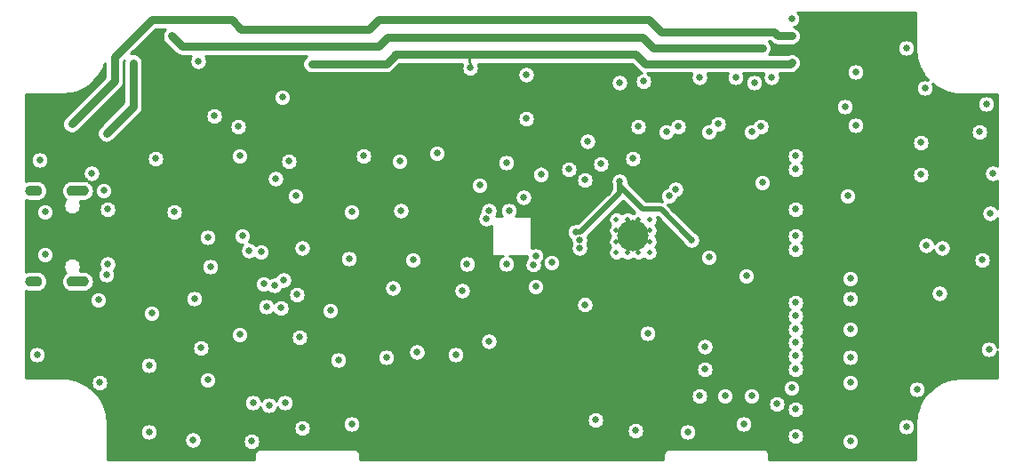
<source format=gbr>
G04 #@! TF.GenerationSoftware,KiCad,Pcbnew,5.1.5*
G04 #@! TF.CreationDate,2020-03-06T22:13:42+01:00*
G04 #@! TF.ProjectId,himudev,68696d75-6465-4762-9e6b-696361645f70,rev?*
G04 #@! TF.SameCoordinates,Original*
G04 #@! TF.FileFunction,Copper,L3,Inr*
G04 #@! TF.FilePolarity,Positive*
%FSLAX46Y46*%
G04 Gerber Fmt 4.6, Leading zero omitted, Abs format (unit mm)*
G04 Created by KiCad (PCBNEW 5.1.5) date 2020-03-06 22:13:42*
%MOMM*%
%LPD*%
G04 APERTURE LIST*
%ADD10C,3.000000*%
%ADD11C,0.500000*%
%ADD12C,0.100000*%
%ADD13C,0.635000*%
%ADD14C,0.762000*%
%ADD15C,0.508000*%
%ADD16C,0.254000*%
G04 APERTURE END LIST*
D10*
X163957000Y-101600000D03*
D11*
X162382000Y-100025000D03*
X163432000Y-100025000D03*
X164482000Y-100025000D03*
X165532000Y-100025000D03*
X162382000Y-101075000D03*
X165532000Y-101075000D03*
X162382000Y-102125000D03*
X165532000Y-102125000D03*
X162382000Y-103175000D03*
X163432000Y-103175000D03*
X164482000Y-103175000D03*
X165532000Y-103175000D03*
D12*
G36*
X111657009Y-96782407D02*
G01*
X111705545Y-96789606D01*
X111753142Y-96801529D01*
X111799342Y-96818059D01*
X111843698Y-96839038D01*
X111885785Y-96864264D01*
X111925197Y-96893494D01*
X111961553Y-96926446D01*
X111994505Y-96962802D01*
X112023735Y-97002214D01*
X112048961Y-97044301D01*
X112069940Y-97088657D01*
X112086470Y-97134857D01*
X112098393Y-97182454D01*
X112105592Y-97230990D01*
X112108000Y-97279999D01*
X112108000Y-97280001D01*
X112105592Y-97329010D01*
X112098393Y-97377546D01*
X112086470Y-97425143D01*
X112069940Y-97471343D01*
X112048961Y-97515699D01*
X112023735Y-97557786D01*
X111994505Y-97597198D01*
X111961553Y-97633554D01*
X111925197Y-97666506D01*
X111885785Y-97695736D01*
X111843698Y-97720962D01*
X111799342Y-97741941D01*
X111753142Y-97758471D01*
X111705545Y-97770394D01*
X111657009Y-97777593D01*
X111608000Y-97780001D01*
X110508000Y-97780001D01*
X110458991Y-97777593D01*
X110410455Y-97770394D01*
X110362858Y-97758471D01*
X110316658Y-97741941D01*
X110272302Y-97720962D01*
X110230215Y-97695736D01*
X110190803Y-97666506D01*
X110154447Y-97633554D01*
X110121495Y-97597198D01*
X110092265Y-97557786D01*
X110067039Y-97515699D01*
X110046060Y-97471343D01*
X110029530Y-97425143D01*
X110017607Y-97377546D01*
X110010408Y-97329010D01*
X110008000Y-97280001D01*
X110008000Y-97279999D01*
X110010408Y-97230990D01*
X110017607Y-97182454D01*
X110029530Y-97134857D01*
X110046060Y-97088657D01*
X110067039Y-97044301D01*
X110092265Y-97002214D01*
X110121495Y-96962802D01*
X110154447Y-96926446D01*
X110190803Y-96893494D01*
X110230215Y-96864264D01*
X110272302Y-96839038D01*
X110316658Y-96818059D01*
X110362858Y-96801529D01*
X110410455Y-96789606D01*
X110458991Y-96782407D01*
X110508000Y-96779999D01*
X111608000Y-96779999D01*
X111657009Y-96782407D01*
G37*
G36*
X111657009Y-105422407D02*
G01*
X111705545Y-105429606D01*
X111753142Y-105441529D01*
X111799342Y-105458059D01*
X111843698Y-105479038D01*
X111885785Y-105504264D01*
X111925197Y-105533494D01*
X111961553Y-105566446D01*
X111994505Y-105602802D01*
X112023735Y-105642214D01*
X112048961Y-105684301D01*
X112069940Y-105728657D01*
X112086470Y-105774857D01*
X112098393Y-105822454D01*
X112105592Y-105870990D01*
X112108000Y-105919999D01*
X112108000Y-105920001D01*
X112105592Y-105969010D01*
X112098393Y-106017546D01*
X112086470Y-106065143D01*
X112069940Y-106111343D01*
X112048961Y-106155699D01*
X112023735Y-106197786D01*
X111994505Y-106237198D01*
X111961553Y-106273554D01*
X111925197Y-106306506D01*
X111885785Y-106335736D01*
X111843698Y-106360962D01*
X111799342Y-106381941D01*
X111753142Y-106398471D01*
X111705545Y-106410394D01*
X111657009Y-106417593D01*
X111608000Y-106420001D01*
X110508000Y-106420001D01*
X110458991Y-106417593D01*
X110410455Y-106410394D01*
X110362858Y-106398471D01*
X110316658Y-106381941D01*
X110272302Y-106360962D01*
X110230215Y-106335736D01*
X110190803Y-106306506D01*
X110154447Y-106273554D01*
X110121495Y-106237198D01*
X110092265Y-106197786D01*
X110067039Y-106155699D01*
X110046060Y-106111343D01*
X110029530Y-106065143D01*
X110017607Y-106017546D01*
X110010408Y-105969010D01*
X110008000Y-105920001D01*
X110008000Y-105919999D01*
X110010408Y-105870990D01*
X110017607Y-105822454D01*
X110029530Y-105774857D01*
X110046060Y-105728657D01*
X110067039Y-105684301D01*
X110092265Y-105642214D01*
X110121495Y-105602802D01*
X110154447Y-105566446D01*
X110190803Y-105533494D01*
X110230215Y-105504264D01*
X110272302Y-105479038D01*
X110316658Y-105458059D01*
X110362858Y-105441529D01*
X110410455Y-105429606D01*
X110458991Y-105422407D01*
X110508000Y-105419999D01*
X111608000Y-105419999D01*
X111657009Y-105422407D01*
G37*
G36*
X107227009Y-96782407D02*
G01*
X107275545Y-96789606D01*
X107323142Y-96801529D01*
X107369342Y-96818059D01*
X107413698Y-96839038D01*
X107455785Y-96864264D01*
X107495197Y-96893494D01*
X107531553Y-96926446D01*
X107564505Y-96962802D01*
X107593735Y-97002214D01*
X107618961Y-97044301D01*
X107639940Y-97088657D01*
X107656470Y-97134857D01*
X107668393Y-97182454D01*
X107675592Y-97230990D01*
X107678000Y-97279999D01*
X107678000Y-97280001D01*
X107675592Y-97329010D01*
X107668393Y-97377546D01*
X107656470Y-97425143D01*
X107639940Y-97471343D01*
X107618961Y-97515699D01*
X107593735Y-97557786D01*
X107564505Y-97597198D01*
X107531553Y-97633554D01*
X107495197Y-97666506D01*
X107455785Y-97695736D01*
X107413698Y-97720962D01*
X107369342Y-97741941D01*
X107323142Y-97758471D01*
X107275545Y-97770394D01*
X107227009Y-97777593D01*
X107178000Y-97780001D01*
X106578000Y-97780001D01*
X106528991Y-97777593D01*
X106480455Y-97770394D01*
X106432858Y-97758471D01*
X106386658Y-97741941D01*
X106342302Y-97720962D01*
X106300215Y-97695736D01*
X106260803Y-97666506D01*
X106224447Y-97633554D01*
X106191495Y-97597198D01*
X106162265Y-97557786D01*
X106137039Y-97515699D01*
X106116060Y-97471343D01*
X106099530Y-97425143D01*
X106087607Y-97377546D01*
X106080408Y-97329010D01*
X106078000Y-97280001D01*
X106078000Y-97279999D01*
X106080408Y-97230990D01*
X106087607Y-97182454D01*
X106099530Y-97134857D01*
X106116060Y-97088657D01*
X106137039Y-97044301D01*
X106162265Y-97002214D01*
X106191495Y-96962802D01*
X106224447Y-96926446D01*
X106260803Y-96893494D01*
X106300215Y-96864264D01*
X106342302Y-96839038D01*
X106386658Y-96818059D01*
X106432858Y-96801529D01*
X106480455Y-96789606D01*
X106528991Y-96782407D01*
X106578000Y-96779999D01*
X107178000Y-96779999D01*
X107227009Y-96782407D01*
G37*
G36*
X107227009Y-105422407D02*
G01*
X107275545Y-105429606D01*
X107323142Y-105441529D01*
X107369342Y-105458059D01*
X107413698Y-105479038D01*
X107455785Y-105504264D01*
X107495197Y-105533494D01*
X107531553Y-105566446D01*
X107564505Y-105602802D01*
X107593735Y-105642214D01*
X107618961Y-105684301D01*
X107639940Y-105728657D01*
X107656470Y-105774857D01*
X107668393Y-105822454D01*
X107675592Y-105870990D01*
X107678000Y-105919999D01*
X107678000Y-105920001D01*
X107675592Y-105969010D01*
X107668393Y-106017546D01*
X107656470Y-106065143D01*
X107639940Y-106111343D01*
X107618961Y-106155699D01*
X107593735Y-106197786D01*
X107564505Y-106237198D01*
X107531553Y-106273554D01*
X107495197Y-106306506D01*
X107455785Y-106335736D01*
X107413698Y-106360962D01*
X107369342Y-106381941D01*
X107323142Y-106398471D01*
X107275545Y-106410394D01*
X107227009Y-106417593D01*
X107178000Y-106420001D01*
X106578000Y-106420001D01*
X106528991Y-106417593D01*
X106480455Y-106410394D01*
X106432858Y-106398471D01*
X106386658Y-106381941D01*
X106342302Y-106360962D01*
X106300215Y-106335736D01*
X106260803Y-106306506D01*
X106224447Y-106273554D01*
X106191495Y-106237198D01*
X106162265Y-106197786D01*
X106137039Y-106155699D01*
X106116060Y-106111343D01*
X106099530Y-106065143D01*
X106087607Y-106017546D01*
X106080408Y-105969010D01*
X106078000Y-105920001D01*
X106078000Y-105919999D01*
X106080408Y-105870990D01*
X106087607Y-105822454D01*
X106099530Y-105774857D01*
X106116060Y-105728657D01*
X106137039Y-105684301D01*
X106162265Y-105642214D01*
X106191495Y-105602802D01*
X106224447Y-105566446D01*
X106260803Y-105533494D01*
X106300215Y-105504264D01*
X106342302Y-105479038D01*
X106386658Y-105458059D01*
X106432858Y-105441529D01*
X106480455Y-105429606D01*
X106528991Y-105422407D01*
X106578000Y-105419999D01*
X107178000Y-105419999D01*
X107227009Y-105422407D01*
G37*
D13*
X160401000Y-119126000D03*
X170307000Y-116840000D03*
X172720000Y-116840000D03*
X175260000Y-116840000D03*
X174498000Y-119507000D03*
X191389000Y-92710000D03*
X191389000Y-95758000D03*
X197612000Y-89027000D03*
X189992000Y-119761000D03*
X189992000Y-83693000D03*
X193421000Y-102743000D03*
X197231000Y-103886000D03*
X118491000Y-94234000D03*
X118110000Y-108966000D03*
X113792000Y-105283000D03*
X198247000Y-95631000D03*
X197993000Y-99441000D03*
X196977000Y-91694000D03*
X197866000Y-112395000D03*
X191008000Y-116205000D03*
X191770000Y-87503000D03*
X129794000Y-106299000D03*
X130429000Y-108458000D03*
X184150000Y-89281000D03*
X185166000Y-91059000D03*
X185166000Y-85979000D03*
X164211000Y-120142000D03*
X141097000Y-106553000D03*
X137160000Y-119507000D03*
X184404000Y-97790000D03*
X165354000Y-110871000D03*
X113538000Y-97282000D03*
X112401000Y-95625000D03*
X172085000Y-90932000D03*
X168275000Y-91186000D03*
X164465000Y-91186000D03*
X159639000Y-92583000D03*
X151892000Y-94615000D03*
X126492000Y-93980000D03*
X126365000Y-91186000D03*
X131191000Y-94488000D03*
X129921000Y-96139000D03*
X131826000Y-97790000D03*
X138303000Y-93980000D03*
X141732000Y-94488000D03*
X145288000Y-93726000D03*
X117856000Y-120269000D03*
X129286000Y-117729000D03*
X122555000Y-84963000D03*
X137160000Y-99314000D03*
X141859000Y-99187000D03*
X136906000Y-103759000D03*
X143002000Y-103886000D03*
X135128000Y-108712000D03*
X132461000Y-119888000D03*
X107950000Y-99314000D03*
X107950000Y-103378000D03*
X107442000Y-94361000D03*
X107188000Y-112903000D03*
X113030000Y-107696000D03*
X122047000Y-121031000D03*
X153797000Y-86233000D03*
X162687000Y-86995000D03*
X163957000Y-94234000D03*
X153543000Y-97917000D03*
X149352000Y-96774000D03*
X140462000Y-113157000D03*
X147066000Y-112903000D03*
X153797000Y-90424000D03*
X124079000Y-90170000D03*
X113157000Y-115570000D03*
X123444000Y-115316000D03*
X123698000Y-104521000D03*
X120269000Y-99314000D03*
X123444000Y-101727000D03*
X132461000Y-102743000D03*
X131953000Y-107188000D03*
X135890000Y-113411000D03*
X147701000Y-106807000D03*
X150241000Y-111633000D03*
X122174000Y-107569000D03*
X159385000Y-108140510D03*
X184658000Y-121158000D03*
X175514000Y-86995000D03*
X179070000Y-116078000D03*
X184658000Y-105664000D03*
X184658000Y-107569000D03*
X184658000Y-110490000D03*
X184658000Y-113157000D03*
X184658000Y-115570000D03*
X174752000Y-105410000D03*
X171196000Y-103632000D03*
X113919000Y-104267000D03*
X113919000Y-99060000D03*
X113792000Y-91821000D03*
X116351927Y-85109927D03*
X130683000Y-105791000D03*
X129032000Y-108331000D03*
X126492000Y-110998000D03*
X130048000Y-89535000D03*
X131699000Y-89535000D03*
X145161000Y-85979000D03*
X185166000Y-88519000D03*
X184150000Y-86741000D03*
X141224000Y-105410000D03*
X138430000Y-115824000D03*
X167005000Y-105791000D03*
X160274000Y-105029000D03*
X161544000Y-97536000D03*
X170791881Y-101496119D03*
X160020000Y-86995000D03*
X164441881Y-106068119D03*
X157734000Y-88392000D03*
X162306000Y-116967000D03*
X119888000Y-116967000D03*
X169545000Y-101981000D03*
X162687000Y-96393000D03*
X158496000Y-101219000D03*
X148145490Y-104267000D03*
X158877000Y-102743000D03*
X158877000Y-101981000D03*
X179070000Y-80899000D03*
X120015000Y-82550000D03*
X176276008Y-83693000D03*
X134874000Y-83566000D03*
X132207000Y-111252000D03*
X117856000Y-113919000D03*
X128524000Y-103124000D03*
X122809000Y-112268000D03*
X128778000Y-106172000D03*
X127635000Y-121158000D03*
X179451000Y-120650000D03*
X169164000Y-120269000D03*
X179451000Y-118110000D03*
X164973000Y-86868000D03*
X167132000Y-91694000D03*
X170307000Y-86487000D03*
X171196000Y-91694000D03*
X173736000Y-86487000D03*
X175260000Y-91694000D03*
X177165000Y-86487000D03*
X176149000Y-91186000D03*
X179451000Y-114300000D03*
X179451000Y-113030000D03*
X179451000Y-111760000D03*
X179451000Y-110490000D03*
X179451000Y-109220000D03*
X179451000Y-107950000D03*
X167386000Y-97790000D03*
X168021000Y-97155000D03*
X177673000Y-117602000D03*
X143383000Y-112649000D03*
X154471019Y-104330500D03*
X154686000Y-106426000D03*
X156210000Y-104140000D03*
X154686000Y-103505000D03*
X152146000Y-99187000D03*
X170815000Y-112141000D03*
X170815000Y-114300000D03*
X150241000Y-99187000D03*
X151892000Y-104267000D03*
X149987000Y-99949000D03*
X179451000Y-102870000D03*
X127762000Y-117475000D03*
X191897000Y-102489000D03*
X193167000Y-107061000D03*
X179451000Y-101600000D03*
X130810000Y-117475000D03*
X127381000Y-102997000D03*
X126746000Y-101600000D03*
X179070000Y-85090000D03*
X130556000Y-88392000D03*
X133350000Y-85217000D03*
X138303000Y-85217000D03*
X148463000Y-85598000D03*
X179070000Y-82550000D03*
X110490000Y-90932000D03*
X159385000Y-96266000D03*
X160909000Y-94742000D03*
X155194000Y-95734881D03*
X157861000Y-95250000D03*
X179451000Y-99060000D03*
X176276000Y-96520000D03*
X179451000Y-95250000D03*
X179451000Y-93980000D03*
D14*
X113792000Y-91821000D02*
X116351927Y-89261073D01*
X116351927Y-89261073D02*
X116351927Y-85109927D01*
D15*
X166624000Y-99060000D02*
X169227501Y-101663501D01*
X162687000Y-96393000D02*
X162687000Y-96842012D01*
X169227501Y-101663501D02*
X169545000Y-101981000D01*
X164904988Y-99060000D02*
X166624000Y-99060000D01*
X162687000Y-96842012D02*
X164904988Y-99060000D01*
X158945012Y-101219000D02*
X158496000Y-101219000D01*
X162687000Y-97477012D02*
X158945012Y-101219000D01*
X162687000Y-96393000D02*
X162687000Y-97477012D01*
D14*
X121031000Y-83566000D02*
X120015000Y-82550000D01*
X134874000Y-83566000D02*
X121031000Y-83566000D01*
X164846000Y-82677000D02*
X140589000Y-82677000D01*
X139700000Y-83566000D02*
X134874000Y-83566000D01*
X140589000Y-82677000D02*
X139700000Y-83566000D01*
X176276008Y-83693000D02*
X165862000Y-83693000D01*
X165862000Y-83693000D02*
X164846000Y-82677000D01*
X141224000Y-84455000D02*
X140970000Y-84709000D01*
X141224000Y-84455000D02*
X140462000Y-85217000D01*
X140462000Y-85217000D02*
X138303000Y-85217000D01*
X138303000Y-85217000D02*
X133350000Y-85217000D01*
X165100000Y-85217000D02*
X164211000Y-84328000D01*
X179070000Y-85090000D02*
X178943000Y-85217000D01*
X141351000Y-84328000D02*
X141224000Y-84455000D01*
X178943000Y-85217000D02*
X165100000Y-85217000D01*
D16*
X148336000Y-85021988D02*
X148336000Y-84328000D01*
X148463000Y-85148988D02*
X148336000Y-85021988D01*
D14*
X164211000Y-84328000D02*
X148336000Y-84328000D01*
D16*
X148463000Y-85598000D02*
X148463000Y-85148988D01*
D14*
X148336000Y-84328000D02*
X141351000Y-84328000D01*
X114554000Y-86868000D02*
X110490000Y-90932000D01*
X177397375Y-82169000D02*
X166624000Y-82169000D01*
X177778375Y-82550000D02*
X177397375Y-82169000D01*
X179070000Y-82550000D02*
X177778375Y-82550000D01*
X165481000Y-81026000D02*
X139700000Y-81026000D01*
X118110000Y-81026000D02*
X114554000Y-84582000D01*
X114554000Y-84582000D02*
X114554000Y-86868000D01*
X139700000Y-81026000D02*
X138811000Y-81915000D01*
X138811000Y-81915000D02*
X126619000Y-81915000D01*
X166624000Y-82169000D02*
X165481000Y-81026000D01*
X126619000Y-81915000D02*
X125730000Y-81026000D01*
X125730000Y-81026000D02*
X118110000Y-81026000D01*
D16*
G36*
X190867000Y-83718674D02*
G01*
X190867091Y-83719597D01*
X190867098Y-83721635D01*
X190869451Y-83744803D01*
X190869289Y-83768086D01*
X190870015Y-83775493D01*
X190949730Y-84533926D01*
X190959440Y-84581230D01*
X190968496Y-84628700D01*
X190970647Y-84635824D01*
X191196157Y-85364329D01*
X191214859Y-85408820D01*
X191232973Y-85453654D01*
X191236467Y-85460225D01*
X191599183Y-86131054D01*
X191626215Y-86171131D01*
X191652649Y-86211525D01*
X191657352Y-86217293D01*
X192092214Y-86742951D01*
X192010789Y-86709224D01*
X191851305Y-86677500D01*
X191688695Y-86677500D01*
X191529211Y-86709224D01*
X191378979Y-86771452D01*
X191243775Y-86861792D01*
X191128792Y-86976775D01*
X191038452Y-87111979D01*
X190976224Y-87262211D01*
X190944500Y-87421695D01*
X190944500Y-87584305D01*
X190976224Y-87743789D01*
X191038452Y-87894021D01*
X191128792Y-88029225D01*
X191243775Y-88144208D01*
X191378979Y-88234548D01*
X191529211Y-88296776D01*
X191688695Y-88328500D01*
X191851305Y-88328500D01*
X192010789Y-88296776D01*
X192161021Y-88234548D01*
X192296225Y-88144208D01*
X192411208Y-88029225D01*
X192501548Y-87894021D01*
X192563776Y-87743789D01*
X192595500Y-87584305D01*
X192595500Y-87421695D01*
X192563776Y-87262211D01*
X192501548Y-87111979D01*
X192498707Y-87107728D01*
X192808252Y-87360186D01*
X192848483Y-87386915D01*
X192888348Y-87414211D01*
X192894895Y-87417751D01*
X193568239Y-87775775D01*
X193612873Y-87794172D01*
X193657305Y-87813215D01*
X193664414Y-87815415D01*
X194394475Y-88035833D01*
X194441848Y-88045213D01*
X194489116Y-88055260D01*
X194496517Y-88056038D01*
X195255488Y-88130456D01*
X195255495Y-88130456D01*
X195281325Y-88133000D01*
X198682000Y-88133000D01*
X198682000Y-94928838D01*
X198638021Y-94899452D01*
X198487789Y-94837224D01*
X198328305Y-94805500D01*
X198165695Y-94805500D01*
X198006211Y-94837224D01*
X197855979Y-94899452D01*
X197720775Y-94989792D01*
X197605792Y-95104775D01*
X197515452Y-95239979D01*
X197453224Y-95390211D01*
X197421500Y-95549695D01*
X197421500Y-95712305D01*
X197453224Y-95871789D01*
X197515452Y-96022021D01*
X197605792Y-96157225D01*
X197720775Y-96272208D01*
X197855979Y-96362548D01*
X198006211Y-96424776D01*
X198165695Y-96456500D01*
X198328305Y-96456500D01*
X198487789Y-96424776D01*
X198638021Y-96362548D01*
X198682000Y-96333162D01*
X198682000Y-98986302D01*
X198634208Y-98914775D01*
X198519225Y-98799792D01*
X198384021Y-98709452D01*
X198233789Y-98647224D01*
X198074305Y-98615500D01*
X197911695Y-98615500D01*
X197752211Y-98647224D01*
X197601979Y-98709452D01*
X197466775Y-98799792D01*
X197351792Y-98914775D01*
X197261452Y-99049979D01*
X197199224Y-99200211D01*
X197167500Y-99359695D01*
X197167500Y-99522305D01*
X197199224Y-99681789D01*
X197261452Y-99832021D01*
X197351792Y-99967225D01*
X197466775Y-100082208D01*
X197601979Y-100172548D01*
X197752211Y-100234776D01*
X197911695Y-100266500D01*
X198074305Y-100266500D01*
X198233789Y-100234776D01*
X198384021Y-100172548D01*
X198519225Y-100082208D01*
X198634208Y-99967225D01*
X198682000Y-99895698D01*
X198682001Y-112265941D01*
X198659776Y-112154211D01*
X198597548Y-112003979D01*
X198507208Y-111868775D01*
X198392225Y-111753792D01*
X198257021Y-111663452D01*
X198106789Y-111601224D01*
X197947305Y-111569500D01*
X197784695Y-111569500D01*
X197625211Y-111601224D01*
X197474979Y-111663452D01*
X197339775Y-111753792D01*
X197224792Y-111868775D01*
X197134452Y-112003979D01*
X197072224Y-112154211D01*
X197040500Y-112313695D01*
X197040500Y-112476305D01*
X197072224Y-112635789D01*
X197134452Y-112786021D01*
X197224792Y-112921225D01*
X197339775Y-113036208D01*
X197474979Y-113126548D01*
X197625211Y-113188776D01*
X197784695Y-113220500D01*
X197947305Y-113220500D01*
X198106789Y-113188776D01*
X198257021Y-113126548D01*
X198392225Y-113036208D01*
X198507208Y-112921225D01*
X198597548Y-112786021D01*
X198659776Y-112635789D01*
X198682001Y-112524059D01*
X198682001Y-115067000D01*
X195281325Y-115067000D01*
X195280402Y-115067091D01*
X195278365Y-115067098D01*
X195255197Y-115069451D01*
X195231914Y-115069289D01*
X195224507Y-115070015D01*
X194466074Y-115149730D01*
X194418770Y-115159440D01*
X194371300Y-115168496D01*
X194364175Y-115170647D01*
X193635671Y-115396157D01*
X193591147Y-115414873D01*
X193546346Y-115432974D01*
X193539775Y-115436467D01*
X192868946Y-115799183D01*
X192828904Y-115826192D01*
X192788475Y-115852648D01*
X192782707Y-115857352D01*
X192195105Y-116343458D01*
X192161065Y-116377736D01*
X192126551Y-116411536D01*
X192121807Y-116417270D01*
X191639814Y-117008252D01*
X191613102Y-117048457D01*
X191585788Y-117088348D01*
X191582249Y-117094895D01*
X191224225Y-117768240D01*
X191205829Y-117812872D01*
X191186785Y-117857305D01*
X191184585Y-117864415D01*
X190964167Y-118594475D01*
X190954791Y-118641827D01*
X190944740Y-118689115D01*
X190943962Y-118696517D01*
X190869544Y-119455488D01*
X190869544Y-119455496D01*
X190867000Y-119481326D01*
X190867001Y-122882000D01*
X176933000Y-122882000D01*
X176933000Y-122441175D01*
X176935578Y-122415000D01*
X176925287Y-122310514D01*
X176894810Y-122210043D01*
X176845317Y-122117449D01*
X176778711Y-122036289D01*
X176697551Y-121969683D01*
X176604957Y-121920190D01*
X176504486Y-121889713D01*
X176426175Y-121882000D01*
X176400000Y-121879422D01*
X176373825Y-121882000D01*
X167426175Y-121882000D01*
X167400000Y-121879422D01*
X167373825Y-121882000D01*
X167295514Y-121889713D01*
X167195043Y-121920190D01*
X167102449Y-121969683D01*
X167021289Y-122036289D01*
X166954683Y-122117449D01*
X166905190Y-122210043D01*
X166874713Y-122310514D01*
X166864422Y-122415000D01*
X166867000Y-122441175D01*
X166867000Y-122882000D01*
X137933000Y-122882000D01*
X137933000Y-122441175D01*
X137935578Y-122415000D01*
X137925287Y-122310514D01*
X137894810Y-122210043D01*
X137845317Y-122117449D01*
X137778711Y-122036289D01*
X137697551Y-121969683D01*
X137604957Y-121920190D01*
X137504486Y-121889713D01*
X137426175Y-121882000D01*
X137400000Y-121879422D01*
X137373825Y-121882000D01*
X128426175Y-121882000D01*
X128400000Y-121879422D01*
X128373825Y-121882000D01*
X128295514Y-121889713D01*
X128195043Y-121920190D01*
X128102449Y-121969683D01*
X128021289Y-122036289D01*
X127954683Y-122117449D01*
X127905190Y-122210043D01*
X127874713Y-122310514D01*
X127864422Y-122415000D01*
X127867000Y-122441175D01*
X127867000Y-122882000D01*
X113933000Y-122882000D01*
X113933000Y-120187695D01*
X117030500Y-120187695D01*
X117030500Y-120350305D01*
X117062224Y-120509789D01*
X117124452Y-120660021D01*
X117214792Y-120795225D01*
X117329775Y-120910208D01*
X117464979Y-121000548D01*
X117615211Y-121062776D01*
X117774695Y-121094500D01*
X117937305Y-121094500D01*
X118096789Y-121062776D01*
X118247021Y-121000548D01*
X118323128Y-120949695D01*
X121221500Y-120949695D01*
X121221500Y-121112305D01*
X121253224Y-121271789D01*
X121315452Y-121422021D01*
X121405792Y-121557225D01*
X121520775Y-121672208D01*
X121655979Y-121762548D01*
X121806211Y-121824776D01*
X121965695Y-121856500D01*
X122128305Y-121856500D01*
X122287789Y-121824776D01*
X122438021Y-121762548D01*
X122573225Y-121672208D01*
X122688208Y-121557225D01*
X122778548Y-121422021D01*
X122840776Y-121271789D01*
X122872500Y-121112305D01*
X122872500Y-121076695D01*
X126809500Y-121076695D01*
X126809500Y-121239305D01*
X126841224Y-121398789D01*
X126903452Y-121549021D01*
X126993792Y-121684225D01*
X127108775Y-121799208D01*
X127243979Y-121889548D01*
X127394211Y-121951776D01*
X127553695Y-121983500D01*
X127716305Y-121983500D01*
X127875789Y-121951776D01*
X128026021Y-121889548D01*
X128161225Y-121799208D01*
X128276208Y-121684225D01*
X128366548Y-121549021D01*
X128428776Y-121398789D01*
X128460500Y-121239305D01*
X128460500Y-121076695D01*
X128428776Y-120917211D01*
X128366548Y-120766979D01*
X128276208Y-120631775D01*
X128161225Y-120516792D01*
X128026021Y-120426452D01*
X127875789Y-120364224D01*
X127716305Y-120332500D01*
X127553695Y-120332500D01*
X127394211Y-120364224D01*
X127243979Y-120426452D01*
X127108775Y-120516792D01*
X126993792Y-120631775D01*
X126903452Y-120766979D01*
X126841224Y-120917211D01*
X126809500Y-121076695D01*
X122872500Y-121076695D01*
X122872500Y-120949695D01*
X122840776Y-120790211D01*
X122778548Y-120639979D01*
X122688208Y-120504775D01*
X122573225Y-120389792D01*
X122438021Y-120299452D01*
X122287789Y-120237224D01*
X122128305Y-120205500D01*
X121965695Y-120205500D01*
X121806211Y-120237224D01*
X121655979Y-120299452D01*
X121520775Y-120389792D01*
X121405792Y-120504775D01*
X121315452Y-120639979D01*
X121253224Y-120790211D01*
X121221500Y-120949695D01*
X118323128Y-120949695D01*
X118382225Y-120910208D01*
X118497208Y-120795225D01*
X118587548Y-120660021D01*
X118649776Y-120509789D01*
X118681500Y-120350305D01*
X118681500Y-120187695D01*
X118649776Y-120028211D01*
X118587548Y-119877979D01*
X118539918Y-119806695D01*
X131635500Y-119806695D01*
X131635500Y-119969305D01*
X131667224Y-120128789D01*
X131729452Y-120279021D01*
X131819792Y-120414225D01*
X131934775Y-120529208D01*
X132069979Y-120619548D01*
X132220211Y-120681776D01*
X132379695Y-120713500D01*
X132542305Y-120713500D01*
X132701789Y-120681776D01*
X132852021Y-120619548D01*
X132987225Y-120529208D01*
X133102208Y-120414225D01*
X133192548Y-120279021D01*
X133254776Y-120128789D01*
X133286500Y-119969305D01*
X133286500Y-119806695D01*
X133254776Y-119647211D01*
X133192548Y-119496979D01*
X133144918Y-119425695D01*
X136334500Y-119425695D01*
X136334500Y-119588305D01*
X136366224Y-119747789D01*
X136428452Y-119898021D01*
X136518792Y-120033225D01*
X136633775Y-120148208D01*
X136768979Y-120238548D01*
X136919211Y-120300776D01*
X137078695Y-120332500D01*
X137241305Y-120332500D01*
X137400789Y-120300776D01*
X137551021Y-120238548D01*
X137686225Y-120148208D01*
X137773738Y-120060695D01*
X163385500Y-120060695D01*
X163385500Y-120223305D01*
X163417224Y-120382789D01*
X163479452Y-120533021D01*
X163569792Y-120668225D01*
X163684775Y-120783208D01*
X163819979Y-120873548D01*
X163970211Y-120935776D01*
X164129695Y-120967500D01*
X164292305Y-120967500D01*
X164451789Y-120935776D01*
X164602021Y-120873548D01*
X164737225Y-120783208D01*
X164852208Y-120668225D01*
X164942548Y-120533021D01*
X165004776Y-120382789D01*
X165036500Y-120223305D01*
X165036500Y-120187695D01*
X168338500Y-120187695D01*
X168338500Y-120350305D01*
X168370224Y-120509789D01*
X168432452Y-120660021D01*
X168522792Y-120795225D01*
X168637775Y-120910208D01*
X168772979Y-121000548D01*
X168923211Y-121062776D01*
X169082695Y-121094500D01*
X169245305Y-121094500D01*
X169404789Y-121062776D01*
X169555021Y-121000548D01*
X169690225Y-120910208D01*
X169805208Y-120795225D01*
X169895548Y-120660021D01*
X169933376Y-120568695D01*
X178625500Y-120568695D01*
X178625500Y-120731305D01*
X178657224Y-120890789D01*
X178719452Y-121041021D01*
X178809792Y-121176225D01*
X178924775Y-121291208D01*
X179059979Y-121381548D01*
X179210211Y-121443776D01*
X179369695Y-121475500D01*
X179532305Y-121475500D01*
X179691789Y-121443776D01*
X179842021Y-121381548D01*
X179977225Y-121291208D01*
X180092208Y-121176225D01*
X180158711Y-121076695D01*
X183832500Y-121076695D01*
X183832500Y-121239305D01*
X183864224Y-121398789D01*
X183926452Y-121549021D01*
X184016792Y-121684225D01*
X184131775Y-121799208D01*
X184266979Y-121889548D01*
X184417211Y-121951776D01*
X184576695Y-121983500D01*
X184739305Y-121983500D01*
X184898789Y-121951776D01*
X185049021Y-121889548D01*
X185184225Y-121799208D01*
X185299208Y-121684225D01*
X185389548Y-121549021D01*
X185451776Y-121398789D01*
X185483500Y-121239305D01*
X185483500Y-121076695D01*
X185451776Y-120917211D01*
X185389548Y-120766979D01*
X185299208Y-120631775D01*
X185184225Y-120516792D01*
X185049021Y-120426452D01*
X184898789Y-120364224D01*
X184739305Y-120332500D01*
X184576695Y-120332500D01*
X184417211Y-120364224D01*
X184266979Y-120426452D01*
X184131775Y-120516792D01*
X184016792Y-120631775D01*
X183926452Y-120766979D01*
X183864224Y-120917211D01*
X183832500Y-121076695D01*
X180158711Y-121076695D01*
X180182548Y-121041021D01*
X180244776Y-120890789D01*
X180276500Y-120731305D01*
X180276500Y-120568695D01*
X180244776Y-120409211D01*
X180182548Y-120258979D01*
X180092208Y-120123775D01*
X179977225Y-120008792D01*
X179842021Y-119918452D01*
X179691789Y-119856224D01*
X179532305Y-119824500D01*
X179369695Y-119824500D01*
X179210211Y-119856224D01*
X179059979Y-119918452D01*
X178924775Y-120008792D01*
X178809792Y-120123775D01*
X178719452Y-120258979D01*
X178657224Y-120409211D01*
X178625500Y-120568695D01*
X169933376Y-120568695D01*
X169957776Y-120509789D01*
X169989500Y-120350305D01*
X169989500Y-120187695D01*
X169957776Y-120028211D01*
X169895548Y-119877979D01*
X169805208Y-119742775D01*
X169690225Y-119627792D01*
X169555021Y-119537452D01*
X169404789Y-119475224D01*
X169245305Y-119443500D01*
X169082695Y-119443500D01*
X168923211Y-119475224D01*
X168772979Y-119537452D01*
X168637775Y-119627792D01*
X168522792Y-119742775D01*
X168432452Y-119877979D01*
X168370224Y-120028211D01*
X168338500Y-120187695D01*
X165036500Y-120187695D01*
X165036500Y-120060695D01*
X165004776Y-119901211D01*
X164942548Y-119750979D01*
X164852208Y-119615775D01*
X164737225Y-119500792D01*
X164624834Y-119425695D01*
X173672500Y-119425695D01*
X173672500Y-119588305D01*
X173704224Y-119747789D01*
X173766452Y-119898021D01*
X173856792Y-120033225D01*
X173971775Y-120148208D01*
X174106979Y-120238548D01*
X174257211Y-120300776D01*
X174416695Y-120332500D01*
X174579305Y-120332500D01*
X174738789Y-120300776D01*
X174889021Y-120238548D01*
X175024225Y-120148208D01*
X175139208Y-120033225D01*
X175229548Y-119898021D01*
X175291776Y-119747789D01*
X175305321Y-119679695D01*
X189166500Y-119679695D01*
X189166500Y-119842305D01*
X189198224Y-120001789D01*
X189260452Y-120152021D01*
X189350792Y-120287225D01*
X189465775Y-120402208D01*
X189600979Y-120492548D01*
X189751211Y-120554776D01*
X189910695Y-120586500D01*
X190073305Y-120586500D01*
X190232789Y-120554776D01*
X190383021Y-120492548D01*
X190518225Y-120402208D01*
X190633208Y-120287225D01*
X190723548Y-120152021D01*
X190785776Y-120001789D01*
X190817500Y-119842305D01*
X190817500Y-119679695D01*
X190785776Y-119520211D01*
X190723548Y-119369979D01*
X190633208Y-119234775D01*
X190518225Y-119119792D01*
X190383021Y-119029452D01*
X190232789Y-118967224D01*
X190073305Y-118935500D01*
X189910695Y-118935500D01*
X189751211Y-118967224D01*
X189600979Y-119029452D01*
X189465775Y-119119792D01*
X189350792Y-119234775D01*
X189260452Y-119369979D01*
X189198224Y-119520211D01*
X189166500Y-119679695D01*
X175305321Y-119679695D01*
X175323500Y-119588305D01*
X175323500Y-119425695D01*
X175291776Y-119266211D01*
X175229548Y-119115979D01*
X175139208Y-118980775D01*
X175024225Y-118865792D01*
X174889021Y-118775452D01*
X174738789Y-118713224D01*
X174579305Y-118681500D01*
X174416695Y-118681500D01*
X174257211Y-118713224D01*
X174106979Y-118775452D01*
X173971775Y-118865792D01*
X173856792Y-118980775D01*
X173766452Y-119115979D01*
X173704224Y-119266211D01*
X173672500Y-119425695D01*
X164624834Y-119425695D01*
X164602021Y-119410452D01*
X164451789Y-119348224D01*
X164292305Y-119316500D01*
X164129695Y-119316500D01*
X163970211Y-119348224D01*
X163819979Y-119410452D01*
X163684775Y-119500792D01*
X163569792Y-119615775D01*
X163479452Y-119750979D01*
X163417224Y-119901211D01*
X163385500Y-120060695D01*
X137773738Y-120060695D01*
X137801208Y-120033225D01*
X137891548Y-119898021D01*
X137953776Y-119747789D01*
X137985500Y-119588305D01*
X137985500Y-119425695D01*
X137953776Y-119266211D01*
X137891548Y-119115979D01*
X137843918Y-119044695D01*
X159575500Y-119044695D01*
X159575500Y-119207305D01*
X159607224Y-119366789D01*
X159669452Y-119517021D01*
X159759792Y-119652225D01*
X159874775Y-119767208D01*
X160009979Y-119857548D01*
X160160211Y-119919776D01*
X160319695Y-119951500D01*
X160482305Y-119951500D01*
X160641789Y-119919776D01*
X160792021Y-119857548D01*
X160927225Y-119767208D01*
X161042208Y-119652225D01*
X161132548Y-119517021D01*
X161194776Y-119366789D01*
X161226500Y-119207305D01*
X161226500Y-119044695D01*
X161194776Y-118885211D01*
X161132548Y-118734979D01*
X161042208Y-118599775D01*
X160927225Y-118484792D01*
X160792021Y-118394452D01*
X160641789Y-118332224D01*
X160482305Y-118300500D01*
X160319695Y-118300500D01*
X160160211Y-118332224D01*
X160009979Y-118394452D01*
X159874775Y-118484792D01*
X159759792Y-118599775D01*
X159669452Y-118734979D01*
X159607224Y-118885211D01*
X159575500Y-119044695D01*
X137843918Y-119044695D01*
X137801208Y-118980775D01*
X137686225Y-118865792D01*
X137551021Y-118775452D01*
X137400789Y-118713224D01*
X137241305Y-118681500D01*
X137078695Y-118681500D01*
X136919211Y-118713224D01*
X136768979Y-118775452D01*
X136633775Y-118865792D01*
X136518792Y-118980775D01*
X136428452Y-119115979D01*
X136366224Y-119266211D01*
X136334500Y-119425695D01*
X133144918Y-119425695D01*
X133102208Y-119361775D01*
X132987225Y-119246792D01*
X132852021Y-119156452D01*
X132701789Y-119094224D01*
X132542305Y-119062500D01*
X132379695Y-119062500D01*
X132220211Y-119094224D01*
X132069979Y-119156452D01*
X131934775Y-119246792D01*
X131819792Y-119361775D01*
X131729452Y-119496979D01*
X131667224Y-119647211D01*
X131635500Y-119806695D01*
X118539918Y-119806695D01*
X118497208Y-119742775D01*
X118382225Y-119627792D01*
X118247021Y-119537452D01*
X118096789Y-119475224D01*
X117937305Y-119443500D01*
X117774695Y-119443500D01*
X117615211Y-119475224D01*
X117464979Y-119537452D01*
X117329775Y-119627792D01*
X117214792Y-119742775D01*
X117124452Y-119877979D01*
X117062224Y-120028211D01*
X117030500Y-120187695D01*
X113933000Y-120187695D01*
X113933000Y-119481325D01*
X113932909Y-119480402D01*
X113932902Y-119478365D01*
X113930549Y-119455197D01*
X113930711Y-119431914D01*
X113929985Y-119424507D01*
X113850270Y-118666074D01*
X113840560Y-118618770D01*
X113831504Y-118571300D01*
X113829353Y-118564175D01*
X113603843Y-117835671D01*
X113585127Y-117791147D01*
X113567026Y-117746346D01*
X113563533Y-117739775D01*
X113376409Y-117393695D01*
X126936500Y-117393695D01*
X126936500Y-117556305D01*
X126968224Y-117715789D01*
X127030452Y-117866021D01*
X127120792Y-118001225D01*
X127235775Y-118116208D01*
X127370979Y-118206548D01*
X127521211Y-118268776D01*
X127680695Y-118300500D01*
X127843305Y-118300500D01*
X128002789Y-118268776D01*
X128153021Y-118206548D01*
X128288225Y-118116208D01*
X128403208Y-118001225D01*
X128476622Y-117891353D01*
X128492224Y-117969789D01*
X128554452Y-118120021D01*
X128644792Y-118255225D01*
X128759775Y-118370208D01*
X128894979Y-118460548D01*
X129045211Y-118522776D01*
X129204695Y-118554500D01*
X129367305Y-118554500D01*
X129526789Y-118522776D01*
X129677021Y-118460548D01*
X129812225Y-118370208D01*
X129927208Y-118255225D01*
X130017548Y-118120021D01*
X130079776Y-117969789D01*
X130095378Y-117891353D01*
X130168792Y-118001225D01*
X130283775Y-118116208D01*
X130418979Y-118206548D01*
X130569211Y-118268776D01*
X130728695Y-118300500D01*
X130891305Y-118300500D01*
X131050789Y-118268776D01*
X131201021Y-118206548D01*
X131336225Y-118116208D01*
X131451208Y-118001225D01*
X131541548Y-117866021D01*
X131603776Y-117715789D01*
X131635500Y-117556305D01*
X131635500Y-117393695D01*
X131603776Y-117234211D01*
X131541548Y-117083979D01*
X131451208Y-116948775D01*
X131336225Y-116833792D01*
X131223834Y-116758695D01*
X169481500Y-116758695D01*
X169481500Y-116921305D01*
X169513224Y-117080789D01*
X169575452Y-117231021D01*
X169665792Y-117366225D01*
X169780775Y-117481208D01*
X169915979Y-117571548D01*
X170066211Y-117633776D01*
X170225695Y-117665500D01*
X170388305Y-117665500D01*
X170547789Y-117633776D01*
X170698021Y-117571548D01*
X170833225Y-117481208D01*
X170948208Y-117366225D01*
X171038548Y-117231021D01*
X171100776Y-117080789D01*
X171132500Y-116921305D01*
X171132500Y-116758695D01*
X171894500Y-116758695D01*
X171894500Y-116921305D01*
X171926224Y-117080789D01*
X171988452Y-117231021D01*
X172078792Y-117366225D01*
X172193775Y-117481208D01*
X172328979Y-117571548D01*
X172479211Y-117633776D01*
X172638695Y-117665500D01*
X172801305Y-117665500D01*
X172960789Y-117633776D01*
X173111021Y-117571548D01*
X173246225Y-117481208D01*
X173361208Y-117366225D01*
X173451548Y-117231021D01*
X173513776Y-117080789D01*
X173545500Y-116921305D01*
X173545500Y-116758695D01*
X174434500Y-116758695D01*
X174434500Y-116921305D01*
X174466224Y-117080789D01*
X174528452Y-117231021D01*
X174618792Y-117366225D01*
X174733775Y-117481208D01*
X174868979Y-117571548D01*
X175019211Y-117633776D01*
X175178695Y-117665500D01*
X175341305Y-117665500D01*
X175500789Y-117633776D01*
X175651021Y-117571548D01*
X175727128Y-117520695D01*
X176847500Y-117520695D01*
X176847500Y-117683305D01*
X176879224Y-117842789D01*
X176941452Y-117993021D01*
X177031792Y-118128225D01*
X177146775Y-118243208D01*
X177281979Y-118333548D01*
X177432211Y-118395776D01*
X177591695Y-118427500D01*
X177754305Y-118427500D01*
X177913789Y-118395776D01*
X178064021Y-118333548D01*
X178199225Y-118243208D01*
X178314208Y-118128225D01*
X178380711Y-118028695D01*
X178625500Y-118028695D01*
X178625500Y-118191305D01*
X178657224Y-118350789D01*
X178719452Y-118501021D01*
X178809792Y-118636225D01*
X178924775Y-118751208D01*
X179059979Y-118841548D01*
X179210211Y-118903776D01*
X179369695Y-118935500D01*
X179532305Y-118935500D01*
X179691789Y-118903776D01*
X179842021Y-118841548D01*
X179977225Y-118751208D01*
X180092208Y-118636225D01*
X180182548Y-118501021D01*
X180244776Y-118350789D01*
X180276500Y-118191305D01*
X180276500Y-118028695D01*
X180244776Y-117869211D01*
X180182548Y-117718979D01*
X180092208Y-117583775D01*
X179977225Y-117468792D01*
X179842021Y-117378452D01*
X179691789Y-117316224D01*
X179532305Y-117284500D01*
X179369695Y-117284500D01*
X179210211Y-117316224D01*
X179059979Y-117378452D01*
X178924775Y-117468792D01*
X178809792Y-117583775D01*
X178719452Y-117718979D01*
X178657224Y-117869211D01*
X178625500Y-118028695D01*
X178380711Y-118028695D01*
X178404548Y-117993021D01*
X178466776Y-117842789D01*
X178498500Y-117683305D01*
X178498500Y-117520695D01*
X178466776Y-117361211D01*
X178404548Y-117210979D01*
X178314208Y-117075775D01*
X178199225Y-116960792D01*
X178064021Y-116870452D01*
X177913789Y-116808224D01*
X177754305Y-116776500D01*
X177591695Y-116776500D01*
X177432211Y-116808224D01*
X177281979Y-116870452D01*
X177146775Y-116960792D01*
X177031792Y-117075775D01*
X176941452Y-117210979D01*
X176879224Y-117361211D01*
X176847500Y-117520695D01*
X175727128Y-117520695D01*
X175786225Y-117481208D01*
X175901208Y-117366225D01*
X175991548Y-117231021D01*
X176053776Y-117080789D01*
X176085500Y-116921305D01*
X176085500Y-116758695D01*
X176053776Y-116599211D01*
X175991548Y-116448979D01*
X175901208Y-116313775D01*
X175786225Y-116198792D01*
X175651021Y-116108452D01*
X175500789Y-116046224D01*
X175341305Y-116014500D01*
X175178695Y-116014500D01*
X175019211Y-116046224D01*
X174868979Y-116108452D01*
X174733775Y-116198792D01*
X174618792Y-116313775D01*
X174528452Y-116448979D01*
X174466224Y-116599211D01*
X174434500Y-116758695D01*
X173545500Y-116758695D01*
X173513776Y-116599211D01*
X173451548Y-116448979D01*
X173361208Y-116313775D01*
X173246225Y-116198792D01*
X173111021Y-116108452D01*
X172960789Y-116046224D01*
X172801305Y-116014500D01*
X172638695Y-116014500D01*
X172479211Y-116046224D01*
X172328979Y-116108452D01*
X172193775Y-116198792D01*
X172078792Y-116313775D01*
X171988452Y-116448979D01*
X171926224Y-116599211D01*
X171894500Y-116758695D01*
X171132500Y-116758695D01*
X171100776Y-116599211D01*
X171038548Y-116448979D01*
X170948208Y-116313775D01*
X170833225Y-116198792D01*
X170698021Y-116108452D01*
X170547789Y-116046224D01*
X170388305Y-116014500D01*
X170225695Y-116014500D01*
X170066211Y-116046224D01*
X169915979Y-116108452D01*
X169780775Y-116198792D01*
X169665792Y-116313775D01*
X169575452Y-116448979D01*
X169513224Y-116599211D01*
X169481500Y-116758695D01*
X131223834Y-116758695D01*
X131201021Y-116743452D01*
X131050789Y-116681224D01*
X130891305Y-116649500D01*
X130728695Y-116649500D01*
X130569211Y-116681224D01*
X130418979Y-116743452D01*
X130283775Y-116833792D01*
X130168792Y-116948775D01*
X130078452Y-117083979D01*
X130016224Y-117234211D01*
X130000622Y-117312647D01*
X129927208Y-117202775D01*
X129812225Y-117087792D01*
X129677021Y-116997452D01*
X129526789Y-116935224D01*
X129367305Y-116903500D01*
X129204695Y-116903500D01*
X129045211Y-116935224D01*
X128894979Y-116997452D01*
X128759775Y-117087792D01*
X128644792Y-117202775D01*
X128571378Y-117312647D01*
X128555776Y-117234211D01*
X128493548Y-117083979D01*
X128403208Y-116948775D01*
X128288225Y-116833792D01*
X128153021Y-116743452D01*
X128002789Y-116681224D01*
X127843305Y-116649500D01*
X127680695Y-116649500D01*
X127521211Y-116681224D01*
X127370979Y-116743452D01*
X127235775Y-116833792D01*
X127120792Y-116948775D01*
X127030452Y-117083979D01*
X126968224Y-117234211D01*
X126936500Y-117393695D01*
X113376409Y-117393695D01*
X113200817Y-117068946D01*
X113173808Y-117028904D01*
X113147352Y-116988475D01*
X113142648Y-116982707D01*
X112656542Y-116395105D01*
X112622264Y-116361065D01*
X112588464Y-116326551D01*
X112582730Y-116321807D01*
X111991748Y-115839814D01*
X111951543Y-115813102D01*
X111911652Y-115785788D01*
X111905105Y-115782249D01*
X111353011Y-115488695D01*
X112331500Y-115488695D01*
X112331500Y-115651305D01*
X112363224Y-115810789D01*
X112425452Y-115961021D01*
X112515792Y-116096225D01*
X112630775Y-116211208D01*
X112765979Y-116301548D01*
X112916211Y-116363776D01*
X113075695Y-116395500D01*
X113238305Y-116395500D01*
X113397789Y-116363776D01*
X113548021Y-116301548D01*
X113683225Y-116211208D01*
X113798208Y-116096225D01*
X113888548Y-115961021D01*
X113950776Y-115810789D01*
X113982500Y-115651305D01*
X113982500Y-115488695D01*
X113950776Y-115329211D01*
X113911627Y-115234695D01*
X122618500Y-115234695D01*
X122618500Y-115397305D01*
X122650224Y-115556789D01*
X122712452Y-115707021D01*
X122802792Y-115842225D01*
X122917775Y-115957208D01*
X123052979Y-116047548D01*
X123203211Y-116109776D01*
X123362695Y-116141500D01*
X123525305Y-116141500D01*
X123684789Y-116109776D01*
X123835021Y-116047548D01*
X123911128Y-115996695D01*
X178244500Y-115996695D01*
X178244500Y-116159305D01*
X178276224Y-116318789D01*
X178338452Y-116469021D01*
X178428792Y-116604225D01*
X178543775Y-116719208D01*
X178678979Y-116809548D01*
X178829211Y-116871776D01*
X178988695Y-116903500D01*
X179151305Y-116903500D01*
X179310789Y-116871776D01*
X179461021Y-116809548D01*
X179596225Y-116719208D01*
X179711208Y-116604225D01*
X179801548Y-116469021D01*
X179863776Y-116318789D01*
X179895500Y-116159305D01*
X179895500Y-115996695D01*
X179863776Y-115837211D01*
X179801548Y-115686979D01*
X179711208Y-115551775D01*
X179648128Y-115488695D01*
X183832500Y-115488695D01*
X183832500Y-115651305D01*
X183864224Y-115810789D01*
X183926452Y-115961021D01*
X184016792Y-116096225D01*
X184131775Y-116211208D01*
X184266979Y-116301548D01*
X184417211Y-116363776D01*
X184576695Y-116395500D01*
X184739305Y-116395500D01*
X184898789Y-116363776D01*
X185049021Y-116301548D01*
X185184225Y-116211208D01*
X185271738Y-116123695D01*
X190182500Y-116123695D01*
X190182500Y-116286305D01*
X190214224Y-116445789D01*
X190276452Y-116596021D01*
X190366792Y-116731225D01*
X190481775Y-116846208D01*
X190616979Y-116936548D01*
X190767211Y-116998776D01*
X190926695Y-117030500D01*
X191089305Y-117030500D01*
X191248789Y-116998776D01*
X191399021Y-116936548D01*
X191534225Y-116846208D01*
X191649208Y-116731225D01*
X191739548Y-116596021D01*
X191801776Y-116445789D01*
X191833500Y-116286305D01*
X191833500Y-116123695D01*
X191801776Y-115964211D01*
X191739548Y-115813979D01*
X191649208Y-115678775D01*
X191534225Y-115563792D01*
X191399021Y-115473452D01*
X191248789Y-115411224D01*
X191089305Y-115379500D01*
X190926695Y-115379500D01*
X190767211Y-115411224D01*
X190616979Y-115473452D01*
X190481775Y-115563792D01*
X190366792Y-115678775D01*
X190276452Y-115813979D01*
X190214224Y-115964211D01*
X190182500Y-116123695D01*
X185271738Y-116123695D01*
X185299208Y-116096225D01*
X185389548Y-115961021D01*
X185451776Y-115810789D01*
X185483500Y-115651305D01*
X185483500Y-115488695D01*
X185451776Y-115329211D01*
X185389548Y-115178979D01*
X185299208Y-115043775D01*
X185184225Y-114928792D01*
X185049021Y-114838452D01*
X184898789Y-114776224D01*
X184739305Y-114744500D01*
X184576695Y-114744500D01*
X184417211Y-114776224D01*
X184266979Y-114838452D01*
X184131775Y-114928792D01*
X184016792Y-115043775D01*
X183926452Y-115178979D01*
X183864224Y-115329211D01*
X183832500Y-115488695D01*
X179648128Y-115488695D01*
X179596225Y-115436792D01*
X179461021Y-115346452D01*
X179310789Y-115284224D01*
X179151305Y-115252500D01*
X178988695Y-115252500D01*
X178829211Y-115284224D01*
X178678979Y-115346452D01*
X178543775Y-115436792D01*
X178428792Y-115551775D01*
X178338452Y-115686979D01*
X178276224Y-115837211D01*
X178244500Y-115996695D01*
X123911128Y-115996695D01*
X123970225Y-115957208D01*
X124085208Y-115842225D01*
X124175548Y-115707021D01*
X124237776Y-115556789D01*
X124269500Y-115397305D01*
X124269500Y-115234695D01*
X124237776Y-115075211D01*
X124175548Y-114924979D01*
X124085208Y-114789775D01*
X123970225Y-114674792D01*
X123835021Y-114584452D01*
X123684789Y-114522224D01*
X123525305Y-114490500D01*
X123362695Y-114490500D01*
X123203211Y-114522224D01*
X123052979Y-114584452D01*
X122917775Y-114674792D01*
X122802792Y-114789775D01*
X122712452Y-114924979D01*
X122650224Y-115075211D01*
X122618500Y-115234695D01*
X113911627Y-115234695D01*
X113888548Y-115178979D01*
X113798208Y-115043775D01*
X113683225Y-114928792D01*
X113548021Y-114838452D01*
X113397789Y-114776224D01*
X113238305Y-114744500D01*
X113075695Y-114744500D01*
X112916211Y-114776224D01*
X112765979Y-114838452D01*
X112630775Y-114928792D01*
X112515792Y-115043775D01*
X112425452Y-115178979D01*
X112363224Y-115329211D01*
X112331500Y-115488695D01*
X111353011Y-115488695D01*
X111231760Y-115424225D01*
X111187128Y-115405829D01*
X111142695Y-115386785D01*
X111135589Y-115384586D01*
X111135583Y-115384584D01*
X110405525Y-115164167D01*
X110358173Y-115154791D01*
X110310885Y-115144740D01*
X110303483Y-115143962D01*
X109544512Y-115069544D01*
X109544505Y-115069544D01*
X109518675Y-115067000D01*
X106118000Y-115067000D01*
X106118000Y-113837695D01*
X117030500Y-113837695D01*
X117030500Y-114000305D01*
X117062224Y-114159789D01*
X117124452Y-114310021D01*
X117214792Y-114445225D01*
X117329775Y-114560208D01*
X117464979Y-114650548D01*
X117615211Y-114712776D01*
X117774695Y-114744500D01*
X117937305Y-114744500D01*
X118096789Y-114712776D01*
X118247021Y-114650548D01*
X118382225Y-114560208D01*
X118497208Y-114445225D01*
X118587548Y-114310021D01*
X118649776Y-114159789D01*
X118681500Y-114000305D01*
X118681500Y-113837695D01*
X118649776Y-113678211D01*
X118587548Y-113527979D01*
X118497208Y-113392775D01*
X118434128Y-113329695D01*
X135064500Y-113329695D01*
X135064500Y-113492305D01*
X135096224Y-113651789D01*
X135158452Y-113802021D01*
X135248792Y-113937225D01*
X135363775Y-114052208D01*
X135498979Y-114142548D01*
X135649211Y-114204776D01*
X135808695Y-114236500D01*
X135971305Y-114236500D01*
X136060814Y-114218695D01*
X169989500Y-114218695D01*
X169989500Y-114381305D01*
X170021224Y-114540789D01*
X170083452Y-114691021D01*
X170173792Y-114826225D01*
X170288775Y-114941208D01*
X170423979Y-115031548D01*
X170574211Y-115093776D01*
X170733695Y-115125500D01*
X170896305Y-115125500D01*
X171055789Y-115093776D01*
X171206021Y-115031548D01*
X171341225Y-114941208D01*
X171456208Y-114826225D01*
X171546548Y-114691021D01*
X171608776Y-114540789D01*
X171640500Y-114381305D01*
X171640500Y-114218695D01*
X171608776Y-114059211D01*
X171546548Y-113908979D01*
X171456208Y-113773775D01*
X171341225Y-113658792D01*
X171206021Y-113568452D01*
X171055789Y-113506224D01*
X170896305Y-113474500D01*
X170733695Y-113474500D01*
X170574211Y-113506224D01*
X170423979Y-113568452D01*
X170288775Y-113658792D01*
X170173792Y-113773775D01*
X170083452Y-113908979D01*
X170021224Y-114059211D01*
X169989500Y-114218695D01*
X136060814Y-114218695D01*
X136130789Y-114204776D01*
X136281021Y-114142548D01*
X136416225Y-114052208D01*
X136531208Y-113937225D01*
X136621548Y-113802021D01*
X136683776Y-113651789D01*
X136715500Y-113492305D01*
X136715500Y-113329695D01*
X136683776Y-113170211D01*
X136644627Y-113075695D01*
X139636500Y-113075695D01*
X139636500Y-113238305D01*
X139668224Y-113397789D01*
X139730452Y-113548021D01*
X139820792Y-113683225D01*
X139935775Y-113798208D01*
X140070979Y-113888548D01*
X140221211Y-113950776D01*
X140380695Y-113982500D01*
X140543305Y-113982500D01*
X140702789Y-113950776D01*
X140853021Y-113888548D01*
X140988225Y-113798208D01*
X141103208Y-113683225D01*
X141193548Y-113548021D01*
X141255776Y-113397789D01*
X141287500Y-113238305D01*
X141287500Y-113075695D01*
X141255776Y-112916211D01*
X141193548Y-112765979D01*
X141103208Y-112630775D01*
X141040128Y-112567695D01*
X142557500Y-112567695D01*
X142557500Y-112730305D01*
X142589224Y-112889789D01*
X142651452Y-113040021D01*
X142741792Y-113175225D01*
X142856775Y-113290208D01*
X142991979Y-113380548D01*
X143142211Y-113442776D01*
X143301695Y-113474500D01*
X143464305Y-113474500D01*
X143623789Y-113442776D01*
X143774021Y-113380548D01*
X143909225Y-113290208D01*
X144024208Y-113175225D01*
X144114548Y-113040021D01*
X144176776Y-112889789D01*
X144190321Y-112821695D01*
X146240500Y-112821695D01*
X146240500Y-112984305D01*
X146272224Y-113143789D01*
X146334452Y-113294021D01*
X146424792Y-113429225D01*
X146539775Y-113544208D01*
X146674979Y-113634548D01*
X146825211Y-113696776D01*
X146984695Y-113728500D01*
X147147305Y-113728500D01*
X147306789Y-113696776D01*
X147457021Y-113634548D01*
X147592225Y-113544208D01*
X147707208Y-113429225D01*
X147797548Y-113294021D01*
X147859776Y-113143789D01*
X147891500Y-112984305D01*
X147891500Y-112821695D01*
X147859776Y-112662211D01*
X147797548Y-112511979D01*
X147707208Y-112376775D01*
X147592225Y-112261792D01*
X147457021Y-112171452D01*
X147306789Y-112109224D01*
X147147305Y-112077500D01*
X146984695Y-112077500D01*
X146825211Y-112109224D01*
X146674979Y-112171452D01*
X146539775Y-112261792D01*
X146424792Y-112376775D01*
X146334452Y-112511979D01*
X146272224Y-112662211D01*
X146240500Y-112821695D01*
X144190321Y-112821695D01*
X144208500Y-112730305D01*
X144208500Y-112567695D01*
X144176776Y-112408211D01*
X144114548Y-112257979D01*
X144024208Y-112122775D01*
X143909225Y-112007792D01*
X143774021Y-111917452D01*
X143623789Y-111855224D01*
X143464305Y-111823500D01*
X143301695Y-111823500D01*
X143142211Y-111855224D01*
X142991979Y-111917452D01*
X142856775Y-112007792D01*
X142741792Y-112122775D01*
X142651452Y-112257979D01*
X142589224Y-112408211D01*
X142557500Y-112567695D01*
X141040128Y-112567695D01*
X140988225Y-112515792D01*
X140853021Y-112425452D01*
X140702789Y-112363224D01*
X140543305Y-112331500D01*
X140380695Y-112331500D01*
X140221211Y-112363224D01*
X140070979Y-112425452D01*
X139935775Y-112515792D01*
X139820792Y-112630775D01*
X139730452Y-112765979D01*
X139668224Y-112916211D01*
X139636500Y-113075695D01*
X136644627Y-113075695D01*
X136621548Y-113019979D01*
X136531208Y-112884775D01*
X136416225Y-112769792D01*
X136281021Y-112679452D01*
X136130789Y-112617224D01*
X135971305Y-112585500D01*
X135808695Y-112585500D01*
X135649211Y-112617224D01*
X135498979Y-112679452D01*
X135363775Y-112769792D01*
X135248792Y-112884775D01*
X135158452Y-113019979D01*
X135096224Y-113170211D01*
X135064500Y-113329695D01*
X118434128Y-113329695D01*
X118382225Y-113277792D01*
X118247021Y-113187452D01*
X118096789Y-113125224D01*
X117937305Y-113093500D01*
X117774695Y-113093500D01*
X117615211Y-113125224D01*
X117464979Y-113187452D01*
X117329775Y-113277792D01*
X117214792Y-113392775D01*
X117124452Y-113527979D01*
X117062224Y-113678211D01*
X117030500Y-113837695D01*
X106118000Y-113837695D01*
X106118000Y-112821695D01*
X106362500Y-112821695D01*
X106362500Y-112984305D01*
X106394224Y-113143789D01*
X106456452Y-113294021D01*
X106546792Y-113429225D01*
X106661775Y-113544208D01*
X106796979Y-113634548D01*
X106947211Y-113696776D01*
X107106695Y-113728500D01*
X107269305Y-113728500D01*
X107428789Y-113696776D01*
X107579021Y-113634548D01*
X107714225Y-113544208D01*
X107829208Y-113429225D01*
X107919548Y-113294021D01*
X107981776Y-113143789D01*
X108013500Y-112984305D01*
X108013500Y-112821695D01*
X107981776Y-112662211D01*
X107919548Y-112511979D01*
X107829208Y-112376775D01*
X107714225Y-112261792D01*
X107601834Y-112186695D01*
X121983500Y-112186695D01*
X121983500Y-112349305D01*
X122015224Y-112508789D01*
X122077452Y-112659021D01*
X122167792Y-112794225D01*
X122282775Y-112909208D01*
X122417979Y-112999548D01*
X122568211Y-113061776D01*
X122727695Y-113093500D01*
X122890305Y-113093500D01*
X123049789Y-113061776D01*
X123200021Y-112999548D01*
X123335225Y-112909208D01*
X123450208Y-112794225D01*
X123540548Y-112659021D01*
X123602776Y-112508789D01*
X123634500Y-112349305D01*
X123634500Y-112186695D01*
X123602776Y-112027211D01*
X123540548Y-111876979D01*
X123450208Y-111741775D01*
X123335225Y-111626792D01*
X123200021Y-111536452D01*
X123049789Y-111474224D01*
X122890305Y-111442500D01*
X122727695Y-111442500D01*
X122568211Y-111474224D01*
X122417979Y-111536452D01*
X122282775Y-111626792D01*
X122167792Y-111741775D01*
X122077452Y-111876979D01*
X122015224Y-112027211D01*
X121983500Y-112186695D01*
X107601834Y-112186695D01*
X107579021Y-112171452D01*
X107428789Y-112109224D01*
X107269305Y-112077500D01*
X107106695Y-112077500D01*
X106947211Y-112109224D01*
X106796979Y-112171452D01*
X106661775Y-112261792D01*
X106546792Y-112376775D01*
X106456452Y-112511979D01*
X106394224Y-112662211D01*
X106362500Y-112821695D01*
X106118000Y-112821695D01*
X106118000Y-110916695D01*
X125666500Y-110916695D01*
X125666500Y-111079305D01*
X125698224Y-111238789D01*
X125760452Y-111389021D01*
X125850792Y-111524225D01*
X125965775Y-111639208D01*
X126100979Y-111729548D01*
X126251211Y-111791776D01*
X126410695Y-111823500D01*
X126573305Y-111823500D01*
X126732789Y-111791776D01*
X126883021Y-111729548D01*
X127018225Y-111639208D01*
X127133208Y-111524225D01*
X127223548Y-111389021D01*
X127285776Y-111238789D01*
X127299321Y-111170695D01*
X131381500Y-111170695D01*
X131381500Y-111333305D01*
X131413224Y-111492789D01*
X131475452Y-111643021D01*
X131565792Y-111778225D01*
X131680775Y-111893208D01*
X131815979Y-111983548D01*
X131966211Y-112045776D01*
X132125695Y-112077500D01*
X132288305Y-112077500D01*
X132447789Y-112045776D01*
X132598021Y-111983548D01*
X132733225Y-111893208D01*
X132848208Y-111778225D01*
X132938548Y-111643021D01*
X132976376Y-111551695D01*
X149415500Y-111551695D01*
X149415500Y-111714305D01*
X149447224Y-111873789D01*
X149509452Y-112024021D01*
X149599792Y-112159225D01*
X149714775Y-112274208D01*
X149849979Y-112364548D01*
X150000211Y-112426776D01*
X150159695Y-112458500D01*
X150322305Y-112458500D01*
X150481789Y-112426776D01*
X150632021Y-112364548D01*
X150767225Y-112274208D01*
X150882208Y-112159225D01*
X150948711Y-112059695D01*
X169989500Y-112059695D01*
X169989500Y-112222305D01*
X170021224Y-112381789D01*
X170083452Y-112532021D01*
X170173792Y-112667225D01*
X170288775Y-112782208D01*
X170423979Y-112872548D01*
X170574211Y-112934776D01*
X170733695Y-112966500D01*
X170896305Y-112966500D01*
X171055789Y-112934776D01*
X171206021Y-112872548D01*
X171341225Y-112782208D01*
X171456208Y-112667225D01*
X171546548Y-112532021D01*
X171608776Y-112381789D01*
X171640500Y-112222305D01*
X171640500Y-112059695D01*
X171608776Y-111900211D01*
X171546548Y-111749979D01*
X171456208Y-111614775D01*
X171341225Y-111499792D01*
X171206021Y-111409452D01*
X171055789Y-111347224D01*
X170896305Y-111315500D01*
X170733695Y-111315500D01*
X170574211Y-111347224D01*
X170423979Y-111409452D01*
X170288775Y-111499792D01*
X170173792Y-111614775D01*
X170083452Y-111749979D01*
X170021224Y-111900211D01*
X169989500Y-112059695D01*
X150948711Y-112059695D01*
X150972548Y-112024021D01*
X151034776Y-111873789D01*
X151066500Y-111714305D01*
X151066500Y-111551695D01*
X151034776Y-111392211D01*
X150972548Y-111241979D01*
X150882208Y-111106775D01*
X150767225Y-110991792D01*
X150632021Y-110901452D01*
X150481789Y-110839224D01*
X150322305Y-110807500D01*
X150159695Y-110807500D01*
X150000211Y-110839224D01*
X149849979Y-110901452D01*
X149714775Y-110991792D01*
X149599792Y-111106775D01*
X149509452Y-111241979D01*
X149447224Y-111392211D01*
X149415500Y-111551695D01*
X132976376Y-111551695D01*
X133000776Y-111492789D01*
X133032500Y-111333305D01*
X133032500Y-111170695D01*
X133000776Y-111011211D01*
X132938548Y-110860979D01*
X132890918Y-110789695D01*
X164528500Y-110789695D01*
X164528500Y-110952305D01*
X164560224Y-111111789D01*
X164622452Y-111262021D01*
X164712792Y-111397225D01*
X164827775Y-111512208D01*
X164962979Y-111602548D01*
X165113211Y-111664776D01*
X165272695Y-111696500D01*
X165435305Y-111696500D01*
X165594789Y-111664776D01*
X165745021Y-111602548D01*
X165880225Y-111512208D01*
X165995208Y-111397225D01*
X166085548Y-111262021D01*
X166147776Y-111111789D01*
X166179500Y-110952305D01*
X166179500Y-110789695D01*
X166147776Y-110630211D01*
X166085548Y-110479979D01*
X165995208Y-110344775D01*
X165880225Y-110229792D01*
X165745021Y-110139452D01*
X165594789Y-110077224D01*
X165435305Y-110045500D01*
X165272695Y-110045500D01*
X165113211Y-110077224D01*
X164962979Y-110139452D01*
X164827775Y-110229792D01*
X164712792Y-110344775D01*
X164622452Y-110479979D01*
X164560224Y-110630211D01*
X164528500Y-110789695D01*
X132890918Y-110789695D01*
X132848208Y-110725775D01*
X132733225Y-110610792D01*
X132598021Y-110520452D01*
X132447789Y-110458224D01*
X132288305Y-110426500D01*
X132125695Y-110426500D01*
X131966211Y-110458224D01*
X131815979Y-110520452D01*
X131680775Y-110610792D01*
X131565792Y-110725775D01*
X131475452Y-110860979D01*
X131413224Y-111011211D01*
X131381500Y-111170695D01*
X127299321Y-111170695D01*
X127317500Y-111079305D01*
X127317500Y-110916695D01*
X127285776Y-110757211D01*
X127223548Y-110606979D01*
X127133208Y-110471775D01*
X127018225Y-110356792D01*
X126883021Y-110266452D01*
X126732789Y-110204224D01*
X126573305Y-110172500D01*
X126410695Y-110172500D01*
X126251211Y-110204224D01*
X126100979Y-110266452D01*
X125965775Y-110356792D01*
X125850792Y-110471775D01*
X125760452Y-110606979D01*
X125698224Y-110757211D01*
X125666500Y-110916695D01*
X106118000Y-110916695D01*
X106118000Y-108884695D01*
X117284500Y-108884695D01*
X117284500Y-109047305D01*
X117316224Y-109206789D01*
X117378452Y-109357021D01*
X117468792Y-109492225D01*
X117583775Y-109607208D01*
X117718979Y-109697548D01*
X117869211Y-109759776D01*
X118028695Y-109791500D01*
X118191305Y-109791500D01*
X118350789Y-109759776D01*
X118501021Y-109697548D01*
X118636225Y-109607208D01*
X118751208Y-109492225D01*
X118841548Y-109357021D01*
X118903776Y-109206789D01*
X118935500Y-109047305D01*
X118935500Y-108884695D01*
X118903776Y-108725211D01*
X118841548Y-108574979D01*
X118751208Y-108439775D01*
X118636225Y-108324792D01*
X118501021Y-108234452D01*
X118350789Y-108172224D01*
X118191305Y-108140500D01*
X118028695Y-108140500D01*
X117869211Y-108172224D01*
X117718979Y-108234452D01*
X117583775Y-108324792D01*
X117468792Y-108439775D01*
X117378452Y-108574979D01*
X117316224Y-108725211D01*
X117284500Y-108884695D01*
X106118000Y-108884695D01*
X106118000Y-107614695D01*
X112204500Y-107614695D01*
X112204500Y-107777305D01*
X112236224Y-107936789D01*
X112298452Y-108087021D01*
X112388792Y-108222225D01*
X112503775Y-108337208D01*
X112638979Y-108427548D01*
X112789211Y-108489776D01*
X112948695Y-108521500D01*
X113111305Y-108521500D01*
X113270789Y-108489776D01*
X113421021Y-108427548D01*
X113556225Y-108337208D01*
X113671208Y-108222225D01*
X113761548Y-108087021D01*
X113823776Y-107936789D01*
X113855500Y-107777305D01*
X113855500Y-107614695D01*
X113830238Y-107487695D01*
X121348500Y-107487695D01*
X121348500Y-107650305D01*
X121380224Y-107809789D01*
X121442452Y-107960021D01*
X121532792Y-108095225D01*
X121647775Y-108210208D01*
X121782979Y-108300548D01*
X121933211Y-108362776D01*
X122092695Y-108394500D01*
X122255305Y-108394500D01*
X122414789Y-108362776D01*
X122565021Y-108300548D01*
X122641128Y-108249695D01*
X128206500Y-108249695D01*
X128206500Y-108412305D01*
X128238224Y-108571789D01*
X128300452Y-108722021D01*
X128390792Y-108857225D01*
X128505775Y-108972208D01*
X128640979Y-109062548D01*
X128791211Y-109124776D01*
X128950695Y-109156500D01*
X129113305Y-109156500D01*
X129272789Y-109124776D01*
X129423021Y-109062548D01*
X129558225Y-108972208D01*
X129673208Y-108857225D01*
X129690272Y-108831687D01*
X129697452Y-108849021D01*
X129787792Y-108984225D01*
X129902775Y-109099208D01*
X130037979Y-109189548D01*
X130188211Y-109251776D01*
X130347695Y-109283500D01*
X130510305Y-109283500D01*
X130669789Y-109251776D01*
X130820021Y-109189548D01*
X130955225Y-109099208D01*
X131070208Y-108984225D01*
X131160548Y-108849021D01*
X131222776Y-108698789D01*
X131236321Y-108630695D01*
X134302500Y-108630695D01*
X134302500Y-108793305D01*
X134334224Y-108952789D01*
X134396452Y-109103021D01*
X134486792Y-109238225D01*
X134601775Y-109353208D01*
X134736979Y-109443548D01*
X134887211Y-109505776D01*
X135046695Y-109537500D01*
X135209305Y-109537500D01*
X135368789Y-109505776D01*
X135519021Y-109443548D01*
X135654225Y-109353208D01*
X135769208Y-109238225D01*
X135859548Y-109103021D01*
X135921776Y-108952789D01*
X135953500Y-108793305D01*
X135953500Y-108630695D01*
X135921776Y-108471211D01*
X135859548Y-108320979D01*
X135769208Y-108185775D01*
X135654225Y-108070792D01*
X135636884Y-108059205D01*
X158559500Y-108059205D01*
X158559500Y-108221815D01*
X158591224Y-108381299D01*
X158653452Y-108531531D01*
X158743792Y-108666735D01*
X158858775Y-108781718D01*
X158993979Y-108872058D01*
X159144211Y-108934286D01*
X159303695Y-108966010D01*
X159466305Y-108966010D01*
X159625789Y-108934286D01*
X159776021Y-108872058D01*
X159911225Y-108781718D01*
X160026208Y-108666735D01*
X160116548Y-108531531D01*
X160178776Y-108381299D01*
X160210500Y-108221815D01*
X160210500Y-108059205D01*
X160178776Y-107899721D01*
X160165925Y-107868695D01*
X178625500Y-107868695D01*
X178625500Y-108031305D01*
X178657224Y-108190789D01*
X178719452Y-108341021D01*
X178809792Y-108476225D01*
X178918567Y-108585000D01*
X178809792Y-108693775D01*
X178719452Y-108828979D01*
X178657224Y-108979211D01*
X178625500Y-109138695D01*
X178625500Y-109301305D01*
X178657224Y-109460789D01*
X178719452Y-109611021D01*
X178809792Y-109746225D01*
X178918567Y-109855000D01*
X178809792Y-109963775D01*
X178719452Y-110098979D01*
X178657224Y-110249211D01*
X178625500Y-110408695D01*
X178625500Y-110571305D01*
X178657224Y-110730789D01*
X178719452Y-110881021D01*
X178809792Y-111016225D01*
X178918567Y-111125000D01*
X178809792Y-111233775D01*
X178719452Y-111368979D01*
X178657224Y-111519211D01*
X178625500Y-111678695D01*
X178625500Y-111841305D01*
X178657224Y-112000789D01*
X178719452Y-112151021D01*
X178809792Y-112286225D01*
X178918567Y-112395000D01*
X178809792Y-112503775D01*
X178719452Y-112638979D01*
X178657224Y-112789211D01*
X178625500Y-112948695D01*
X178625500Y-113111305D01*
X178657224Y-113270789D01*
X178719452Y-113421021D01*
X178809792Y-113556225D01*
X178918567Y-113665000D01*
X178809792Y-113773775D01*
X178719452Y-113908979D01*
X178657224Y-114059211D01*
X178625500Y-114218695D01*
X178625500Y-114381305D01*
X178657224Y-114540789D01*
X178719452Y-114691021D01*
X178809792Y-114826225D01*
X178924775Y-114941208D01*
X179059979Y-115031548D01*
X179210211Y-115093776D01*
X179369695Y-115125500D01*
X179532305Y-115125500D01*
X179691789Y-115093776D01*
X179842021Y-115031548D01*
X179977225Y-114941208D01*
X180092208Y-114826225D01*
X180182548Y-114691021D01*
X180244776Y-114540789D01*
X180276500Y-114381305D01*
X180276500Y-114218695D01*
X180244776Y-114059211D01*
X180182548Y-113908979D01*
X180092208Y-113773775D01*
X179983433Y-113665000D01*
X180092208Y-113556225D01*
X180182548Y-113421021D01*
X180244776Y-113270789D01*
X180276500Y-113111305D01*
X180276500Y-113075695D01*
X183832500Y-113075695D01*
X183832500Y-113238305D01*
X183864224Y-113397789D01*
X183926452Y-113548021D01*
X184016792Y-113683225D01*
X184131775Y-113798208D01*
X184266979Y-113888548D01*
X184417211Y-113950776D01*
X184576695Y-113982500D01*
X184739305Y-113982500D01*
X184898789Y-113950776D01*
X185049021Y-113888548D01*
X185184225Y-113798208D01*
X185299208Y-113683225D01*
X185389548Y-113548021D01*
X185451776Y-113397789D01*
X185483500Y-113238305D01*
X185483500Y-113075695D01*
X185451776Y-112916211D01*
X185389548Y-112765979D01*
X185299208Y-112630775D01*
X185184225Y-112515792D01*
X185049021Y-112425452D01*
X184898789Y-112363224D01*
X184739305Y-112331500D01*
X184576695Y-112331500D01*
X184417211Y-112363224D01*
X184266979Y-112425452D01*
X184131775Y-112515792D01*
X184016792Y-112630775D01*
X183926452Y-112765979D01*
X183864224Y-112916211D01*
X183832500Y-113075695D01*
X180276500Y-113075695D01*
X180276500Y-112948695D01*
X180244776Y-112789211D01*
X180182548Y-112638979D01*
X180092208Y-112503775D01*
X179983433Y-112395000D01*
X180092208Y-112286225D01*
X180182548Y-112151021D01*
X180244776Y-112000789D01*
X180276500Y-111841305D01*
X180276500Y-111678695D01*
X180244776Y-111519211D01*
X180182548Y-111368979D01*
X180092208Y-111233775D01*
X179983433Y-111125000D01*
X180092208Y-111016225D01*
X180182548Y-110881021D01*
X180244776Y-110730789D01*
X180276500Y-110571305D01*
X180276500Y-110408695D01*
X183832500Y-110408695D01*
X183832500Y-110571305D01*
X183864224Y-110730789D01*
X183926452Y-110881021D01*
X184016792Y-111016225D01*
X184131775Y-111131208D01*
X184266979Y-111221548D01*
X184417211Y-111283776D01*
X184576695Y-111315500D01*
X184739305Y-111315500D01*
X184898789Y-111283776D01*
X185049021Y-111221548D01*
X185184225Y-111131208D01*
X185299208Y-111016225D01*
X185389548Y-110881021D01*
X185451776Y-110730789D01*
X185483500Y-110571305D01*
X185483500Y-110408695D01*
X185451776Y-110249211D01*
X185389548Y-110098979D01*
X185299208Y-109963775D01*
X185184225Y-109848792D01*
X185049021Y-109758452D01*
X184898789Y-109696224D01*
X184739305Y-109664500D01*
X184576695Y-109664500D01*
X184417211Y-109696224D01*
X184266979Y-109758452D01*
X184131775Y-109848792D01*
X184016792Y-109963775D01*
X183926452Y-110098979D01*
X183864224Y-110249211D01*
X183832500Y-110408695D01*
X180276500Y-110408695D01*
X180244776Y-110249211D01*
X180182548Y-110098979D01*
X180092208Y-109963775D01*
X179983433Y-109855000D01*
X180092208Y-109746225D01*
X180182548Y-109611021D01*
X180244776Y-109460789D01*
X180276500Y-109301305D01*
X180276500Y-109138695D01*
X180244776Y-108979211D01*
X180182548Y-108828979D01*
X180092208Y-108693775D01*
X179983433Y-108585000D01*
X180092208Y-108476225D01*
X180182548Y-108341021D01*
X180244776Y-108190789D01*
X180276500Y-108031305D01*
X180276500Y-107868695D01*
X180244776Y-107709211D01*
X180182548Y-107558979D01*
X180134918Y-107487695D01*
X183832500Y-107487695D01*
X183832500Y-107650305D01*
X183864224Y-107809789D01*
X183926452Y-107960021D01*
X184016792Y-108095225D01*
X184131775Y-108210208D01*
X184266979Y-108300548D01*
X184417211Y-108362776D01*
X184576695Y-108394500D01*
X184739305Y-108394500D01*
X184898789Y-108362776D01*
X185049021Y-108300548D01*
X185184225Y-108210208D01*
X185299208Y-108095225D01*
X185389548Y-107960021D01*
X185451776Y-107809789D01*
X185483500Y-107650305D01*
X185483500Y-107487695D01*
X185451776Y-107328211D01*
X185389548Y-107177979D01*
X185299208Y-107042775D01*
X185236128Y-106979695D01*
X192341500Y-106979695D01*
X192341500Y-107142305D01*
X192373224Y-107301789D01*
X192435452Y-107452021D01*
X192525792Y-107587225D01*
X192640775Y-107702208D01*
X192775979Y-107792548D01*
X192926211Y-107854776D01*
X193085695Y-107886500D01*
X193248305Y-107886500D01*
X193407789Y-107854776D01*
X193558021Y-107792548D01*
X193693225Y-107702208D01*
X193808208Y-107587225D01*
X193898548Y-107452021D01*
X193960776Y-107301789D01*
X193992500Y-107142305D01*
X193992500Y-106979695D01*
X193960776Y-106820211D01*
X193898548Y-106669979D01*
X193808208Y-106534775D01*
X193693225Y-106419792D01*
X193558021Y-106329452D01*
X193407789Y-106267224D01*
X193248305Y-106235500D01*
X193085695Y-106235500D01*
X192926211Y-106267224D01*
X192775979Y-106329452D01*
X192640775Y-106419792D01*
X192525792Y-106534775D01*
X192435452Y-106669979D01*
X192373224Y-106820211D01*
X192341500Y-106979695D01*
X185236128Y-106979695D01*
X185184225Y-106927792D01*
X185049021Y-106837452D01*
X184898789Y-106775224D01*
X184739305Y-106743500D01*
X184576695Y-106743500D01*
X184417211Y-106775224D01*
X184266979Y-106837452D01*
X184131775Y-106927792D01*
X184016792Y-107042775D01*
X183926452Y-107177979D01*
X183864224Y-107328211D01*
X183832500Y-107487695D01*
X180134918Y-107487695D01*
X180092208Y-107423775D01*
X179977225Y-107308792D01*
X179842021Y-107218452D01*
X179691789Y-107156224D01*
X179532305Y-107124500D01*
X179369695Y-107124500D01*
X179210211Y-107156224D01*
X179059979Y-107218452D01*
X178924775Y-107308792D01*
X178809792Y-107423775D01*
X178719452Y-107558979D01*
X178657224Y-107709211D01*
X178625500Y-107868695D01*
X160165925Y-107868695D01*
X160116548Y-107749489D01*
X160026208Y-107614285D01*
X159911225Y-107499302D01*
X159776021Y-107408962D01*
X159625789Y-107346734D01*
X159466305Y-107315010D01*
X159303695Y-107315010D01*
X159144211Y-107346734D01*
X158993979Y-107408962D01*
X158858775Y-107499302D01*
X158743792Y-107614285D01*
X158653452Y-107749489D01*
X158591224Y-107899721D01*
X158559500Y-108059205D01*
X135636884Y-108059205D01*
X135519021Y-107980452D01*
X135368789Y-107918224D01*
X135209305Y-107886500D01*
X135046695Y-107886500D01*
X134887211Y-107918224D01*
X134736979Y-107980452D01*
X134601775Y-108070792D01*
X134486792Y-108185775D01*
X134396452Y-108320979D01*
X134334224Y-108471211D01*
X134302500Y-108630695D01*
X131236321Y-108630695D01*
X131254500Y-108539305D01*
X131254500Y-108376695D01*
X131222776Y-108217211D01*
X131160548Y-108066979D01*
X131070208Y-107931775D01*
X130955225Y-107816792D01*
X130820021Y-107726452D01*
X130669789Y-107664224D01*
X130510305Y-107632500D01*
X130347695Y-107632500D01*
X130188211Y-107664224D01*
X130037979Y-107726452D01*
X129902775Y-107816792D01*
X129787792Y-107931775D01*
X129770728Y-107957313D01*
X129763548Y-107939979D01*
X129673208Y-107804775D01*
X129558225Y-107689792D01*
X129423021Y-107599452D01*
X129272789Y-107537224D01*
X129113305Y-107505500D01*
X128950695Y-107505500D01*
X128791211Y-107537224D01*
X128640979Y-107599452D01*
X128505775Y-107689792D01*
X128390792Y-107804775D01*
X128300452Y-107939979D01*
X128238224Y-108090211D01*
X128206500Y-108249695D01*
X122641128Y-108249695D01*
X122700225Y-108210208D01*
X122815208Y-108095225D01*
X122905548Y-107960021D01*
X122967776Y-107809789D01*
X122999500Y-107650305D01*
X122999500Y-107487695D01*
X122967776Y-107328211D01*
X122905548Y-107177979D01*
X122815208Y-107042775D01*
X122700225Y-106927792D01*
X122565021Y-106837452D01*
X122414789Y-106775224D01*
X122255305Y-106743500D01*
X122092695Y-106743500D01*
X121933211Y-106775224D01*
X121782979Y-106837452D01*
X121647775Y-106927792D01*
X121532792Y-107042775D01*
X121442452Y-107177979D01*
X121380224Y-107328211D01*
X121348500Y-107487695D01*
X113830238Y-107487695D01*
X113823776Y-107455211D01*
X113761548Y-107304979D01*
X113671208Y-107169775D01*
X113556225Y-107054792D01*
X113421021Y-106964452D01*
X113270789Y-106902224D01*
X113111305Y-106870500D01*
X112948695Y-106870500D01*
X112789211Y-106902224D01*
X112638979Y-106964452D01*
X112503775Y-107054792D01*
X112388792Y-107169775D01*
X112298452Y-107304979D01*
X112236224Y-107455211D01*
X112204500Y-107614695D01*
X106118000Y-107614695D01*
X106118000Y-106814354D01*
X106191315Y-106853542D01*
X106380870Y-106911042D01*
X106578000Y-106930458D01*
X107178000Y-106930458D01*
X107375130Y-106911042D01*
X107564685Y-106853542D01*
X107739380Y-106760165D01*
X107892501Y-106634502D01*
X108018164Y-106481381D01*
X108111541Y-106306686D01*
X108169041Y-106117131D01*
X108188457Y-105920001D01*
X108188457Y-105919999D01*
X109497543Y-105919999D01*
X109497543Y-105920001D01*
X109516959Y-106117131D01*
X109574459Y-106306686D01*
X109667836Y-106481381D01*
X109793499Y-106634502D01*
X109946620Y-106760165D01*
X110121315Y-106853542D01*
X110310870Y-106911042D01*
X110508000Y-106930458D01*
X111608000Y-106930458D01*
X111805130Y-106911042D01*
X111994685Y-106853542D01*
X112169380Y-106760165D01*
X112322501Y-106634502D01*
X112448164Y-106481381D01*
X112541541Y-106306686D01*
X112599041Y-106117131D01*
X112618457Y-105920001D01*
X112618457Y-105919999D01*
X112599041Y-105722869D01*
X112541541Y-105533314D01*
X112448164Y-105358619D01*
X112322501Y-105205498D01*
X112317868Y-105201695D01*
X112966500Y-105201695D01*
X112966500Y-105364305D01*
X112998224Y-105523789D01*
X113060452Y-105674021D01*
X113150792Y-105809225D01*
X113265775Y-105924208D01*
X113400979Y-106014548D01*
X113551211Y-106076776D01*
X113710695Y-106108500D01*
X113873305Y-106108500D01*
X113962814Y-106090695D01*
X127952500Y-106090695D01*
X127952500Y-106253305D01*
X127984224Y-106412789D01*
X128046452Y-106563021D01*
X128136792Y-106698225D01*
X128251775Y-106813208D01*
X128386979Y-106903548D01*
X128537211Y-106965776D01*
X128696695Y-106997500D01*
X128859305Y-106997500D01*
X129018789Y-106965776D01*
X129169021Y-106903548D01*
X129206244Y-106878677D01*
X129267775Y-106940208D01*
X129402979Y-107030548D01*
X129553211Y-107092776D01*
X129712695Y-107124500D01*
X129875305Y-107124500D01*
X129964814Y-107106695D01*
X131127500Y-107106695D01*
X131127500Y-107269305D01*
X131159224Y-107428789D01*
X131221452Y-107579021D01*
X131311792Y-107714225D01*
X131426775Y-107829208D01*
X131561979Y-107919548D01*
X131712211Y-107981776D01*
X131871695Y-108013500D01*
X132034305Y-108013500D01*
X132193789Y-107981776D01*
X132344021Y-107919548D01*
X132479225Y-107829208D01*
X132594208Y-107714225D01*
X132684548Y-107579021D01*
X132746776Y-107428789D01*
X132778500Y-107269305D01*
X132778500Y-107106695D01*
X132746776Y-106947211D01*
X132684548Y-106796979D01*
X132594208Y-106661775D01*
X132479225Y-106546792D01*
X132366834Y-106471695D01*
X140271500Y-106471695D01*
X140271500Y-106634305D01*
X140303224Y-106793789D01*
X140365452Y-106944021D01*
X140455792Y-107079225D01*
X140570775Y-107194208D01*
X140705979Y-107284548D01*
X140856211Y-107346776D01*
X141015695Y-107378500D01*
X141178305Y-107378500D01*
X141337789Y-107346776D01*
X141488021Y-107284548D01*
X141623225Y-107194208D01*
X141738208Y-107079225D01*
X141828548Y-106944021D01*
X141890776Y-106793789D01*
X141904321Y-106725695D01*
X146875500Y-106725695D01*
X146875500Y-106888305D01*
X146907224Y-107047789D01*
X146969452Y-107198021D01*
X147059792Y-107333225D01*
X147174775Y-107448208D01*
X147309979Y-107538548D01*
X147460211Y-107600776D01*
X147619695Y-107632500D01*
X147782305Y-107632500D01*
X147941789Y-107600776D01*
X148092021Y-107538548D01*
X148227225Y-107448208D01*
X148342208Y-107333225D01*
X148432548Y-107198021D01*
X148494776Y-107047789D01*
X148526500Y-106888305D01*
X148526500Y-106725695D01*
X148494776Y-106566211D01*
X148432548Y-106415979D01*
X148384918Y-106344695D01*
X153860500Y-106344695D01*
X153860500Y-106507305D01*
X153892224Y-106666789D01*
X153954452Y-106817021D01*
X154044792Y-106952225D01*
X154159775Y-107067208D01*
X154294979Y-107157548D01*
X154445211Y-107219776D01*
X154604695Y-107251500D01*
X154767305Y-107251500D01*
X154926789Y-107219776D01*
X155077021Y-107157548D01*
X155212225Y-107067208D01*
X155327208Y-106952225D01*
X155417548Y-106817021D01*
X155479776Y-106666789D01*
X155511500Y-106507305D01*
X155511500Y-106344695D01*
X155479776Y-106185211D01*
X155417548Y-106034979D01*
X155327208Y-105899775D01*
X155212225Y-105784792D01*
X155077021Y-105694452D01*
X154926789Y-105632224D01*
X154767305Y-105600500D01*
X154604695Y-105600500D01*
X154445211Y-105632224D01*
X154294979Y-105694452D01*
X154159775Y-105784792D01*
X154044792Y-105899775D01*
X153954452Y-106034979D01*
X153892224Y-106185211D01*
X153860500Y-106344695D01*
X148384918Y-106344695D01*
X148342208Y-106280775D01*
X148227225Y-106165792D01*
X148092021Y-106075452D01*
X147941789Y-106013224D01*
X147782305Y-105981500D01*
X147619695Y-105981500D01*
X147460211Y-106013224D01*
X147309979Y-106075452D01*
X147174775Y-106165792D01*
X147059792Y-106280775D01*
X146969452Y-106415979D01*
X146907224Y-106566211D01*
X146875500Y-106725695D01*
X141904321Y-106725695D01*
X141922500Y-106634305D01*
X141922500Y-106471695D01*
X141890776Y-106312211D01*
X141828548Y-106161979D01*
X141738208Y-106026775D01*
X141623225Y-105911792D01*
X141488021Y-105821452D01*
X141337789Y-105759224D01*
X141178305Y-105727500D01*
X141015695Y-105727500D01*
X140856211Y-105759224D01*
X140705979Y-105821452D01*
X140570775Y-105911792D01*
X140455792Y-106026775D01*
X140365452Y-106161979D01*
X140303224Y-106312211D01*
X140271500Y-106471695D01*
X132366834Y-106471695D01*
X132344021Y-106456452D01*
X132193789Y-106394224D01*
X132034305Y-106362500D01*
X131871695Y-106362500D01*
X131712211Y-106394224D01*
X131561979Y-106456452D01*
X131426775Y-106546792D01*
X131311792Y-106661775D01*
X131221452Y-106796979D01*
X131159224Y-106947211D01*
X131127500Y-107106695D01*
X129964814Y-107106695D01*
X130034789Y-107092776D01*
X130185021Y-107030548D01*
X130320225Y-106940208D01*
X130435208Y-106825225D01*
X130525548Y-106690021D01*
X130559480Y-106608103D01*
X130601695Y-106616500D01*
X130764305Y-106616500D01*
X130923789Y-106584776D01*
X131074021Y-106522548D01*
X131209225Y-106432208D01*
X131324208Y-106317225D01*
X131414548Y-106182021D01*
X131476776Y-106031789D01*
X131508500Y-105872305D01*
X131508500Y-105709695D01*
X131476776Y-105550211D01*
X131414548Y-105399979D01*
X131366918Y-105328695D01*
X173926500Y-105328695D01*
X173926500Y-105491305D01*
X173958224Y-105650789D01*
X174020452Y-105801021D01*
X174110792Y-105936225D01*
X174225775Y-106051208D01*
X174360979Y-106141548D01*
X174511211Y-106203776D01*
X174670695Y-106235500D01*
X174833305Y-106235500D01*
X174992789Y-106203776D01*
X175143021Y-106141548D01*
X175278225Y-106051208D01*
X175393208Y-105936225D01*
X175483548Y-105801021D01*
X175545776Y-105650789D01*
X175559321Y-105582695D01*
X183832500Y-105582695D01*
X183832500Y-105745305D01*
X183864224Y-105904789D01*
X183926452Y-106055021D01*
X184016792Y-106190225D01*
X184131775Y-106305208D01*
X184266979Y-106395548D01*
X184417211Y-106457776D01*
X184576695Y-106489500D01*
X184739305Y-106489500D01*
X184898789Y-106457776D01*
X185049021Y-106395548D01*
X185184225Y-106305208D01*
X185299208Y-106190225D01*
X185389548Y-106055021D01*
X185451776Y-105904789D01*
X185483500Y-105745305D01*
X185483500Y-105582695D01*
X185451776Y-105423211D01*
X185389548Y-105272979D01*
X185299208Y-105137775D01*
X185184225Y-105022792D01*
X185049021Y-104932452D01*
X184898789Y-104870224D01*
X184739305Y-104838500D01*
X184576695Y-104838500D01*
X184417211Y-104870224D01*
X184266979Y-104932452D01*
X184131775Y-105022792D01*
X184016792Y-105137775D01*
X183926452Y-105272979D01*
X183864224Y-105423211D01*
X183832500Y-105582695D01*
X175559321Y-105582695D01*
X175577500Y-105491305D01*
X175577500Y-105328695D01*
X175545776Y-105169211D01*
X175483548Y-105018979D01*
X175393208Y-104883775D01*
X175278225Y-104768792D01*
X175143021Y-104678452D01*
X174992789Y-104616224D01*
X174833305Y-104584500D01*
X174670695Y-104584500D01*
X174511211Y-104616224D01*
X174360979Y-104678452D01*
X174225775Y-104768792D01*
X174110792Y-104883775D01*
X174020452Y-105018979D01*
X173958224Y-105169211D01*
X173926500Y-105328695D01*
X131366918Y-105328695D01*
X131324208Y-105264775D01*
X131209225Y-105149792D01*
X131074021Y-105059452D01*
X130923789Y-104997224D01*
X130764305Y-104965500D01*
X130601695Y-104965500D01*
X130442211Y-104997224D01*
X130291979Y-105059452D01*
X130156775Y-105149792D01*
X130041792Y-105264775D01*
X129951452Y-105399979D01*
X129917520Y-105481897D01*
X129875305Y-105473500D01*
X129712695Y-105473500D01*
X129553211Y-105505224D01*
X129402979Y-105567452D01*
X129365756Y-105592323D01*
X129304225Y-105530792D01*
X129169021Y-105440452D01*
X129018789Y-105378224D01*
X128859305Y-105346500D01*
X128696695Y-105346500D01*
X128537211Y-105378224D01*
X128386979Y-105440452D01*
X128251775Y-105530792D01*
X128136792Y-105645775D01*
X128046452Y-105780979D01*
X127984224Y-105931211D01*
X127952500Y-106090695D01*
X113962814Y-106090695D01*
X114032789Y-106076776D01*
X114183021Y-106014548D01*
X114318225Y-105924208D01*
X114433208Y-105809225D01*
X114523548Y-105674021D01*
X114585776Y-105523789D01*
X114617500Y-105364305D01*
X114617500Y-105201695D01*
X114585776Y-105042211D01*
X114523548Y-104891979D01*
X114498677Y-104854756D01*
X114560208Y-104793225D01*
X114650548Y-104658021D01*
X114712776Y-104507789D01*
X114726321Y-104439695D01*
X122872500Y-104439695D01*
X122872500Y-104602305D01*
X122904224Y-104761789D01*
X122966452Y-104912021D01*
X123056792Y-105047225D01*
X123171775Y-105162208D01*
X123306979Y-105252548D01*
X123457211Y-105314776D01*
X123616695Y-105346500D01*
X123779305Y-105346500D01*
X123938789Y-105314776D01*
X124089021Y-105252548D01*
X124224225Y-105162208D01*
X124339208Y-105047225D01*
X124429548Y-104912021D01*
X124491776Y-104761789D01*
X124523500Y-104602305D01*
X124523500Y-104439695D01*
X124491776Y-104280211D01*
X124429548Y-104129979D01*
X124339208Y-103994775D01*
X124224225Y-103879792D01*
X124089021Y-103789452D01*
X123938789Y-103727224D01*
X123779305Y-103695500D01*
X123616695Y-103695500D01*
X123457211Y-103727224D01*
X123306979Y-103789452D01*
X123171775Y-103879792D01*
X123056792Y-103994775D01*
X122966452Y-104129979D01*
X122904224Y-104280211D01*
X122872500Y-104439695D01*
X114726321Y-104439695D01*
X114744500Y-104348305D01*
X114744500Y-104185695D01*
X114712776Y-104026211D01*
X114650548Y-103875979D01*
X114560208Y-103740775D01*
X114445225Y-103625792D01*
X114310021Y-103535452D01*
X114159789Y-103473224D01*
X114000305Y-103441500D01*
X113837695Y-103441500D01*
X113678211Y-103473224D01*
X113527979Y-103535452D01*
X113392775Y-103625792D01*
X113277792Y-103740775D01*
X113187452Y-103875979D01*
X113125224Y-104026211D01*
X113093500Y-104185695D01*
X113093500Y-104348305D01*
X113125224Y-104507789D01*
X113187452Y-104658021D01*
X113212323Y-104695244D01*
X113150792Y-104756775D01*
X113060452Y-104891979D01*
X112998224Y-105042211D01*
X112966500Y-105201695D01*
X112317868Y-105201695D01*
X112169380Y-105079835D01*
X111994685Y-104986458D01*
X111805130Y-104928958D01*
X111608000Y-104909542D01*
X111249512Y-104909542D01*
X111266195Y-104884574D01*
X111328989Y-104732977D01*
X111361000Y-104572043D01*
X111361000Y-104407957D01*
X111328989Y-104247023D01*
X111266195Y-104095426D01*
X111175034Y-103958993D01*
X111059007Y-103842966D01*
X110922574Y-103751805D01*
X110770977Y-103689011D01*
X110610043Y-103657000D01*
X110445957Y-103657000D01*
X110285023Y-103689011D01*
X110133426Y-103751805D01*
X109996993Y-103842966D01*
X109880966Y-103958993D01*
X109789805Y-104095426D01*
X109727011Y-104247023D01*
X109695000Y-104407957D01*
X109695000Y-104572043D01*
X109727011Y-104732977D01*
X109789805Y-104884574D01*
X109880966Y-105021007D01*
X109942871Y-105082912D01*
X109793499Y-105205498D01*
X109667836Y-105358619D01*
X109574459Y-105533314D01*
X109516959Y-105722869D01*
X109497543Y-105919999D01*
X108188457Y-105919999D01*
X108169041Y-105722869D01*
X108111541Y-105533314D01*
X108018164Y-105358619D01*
X107892501Y-105205498D01*
X107739380Y-105079835D01*
X107564685Y-104986458D01*
X107375130Y-104928958D01*
X107178000Y-104909542D01*
X106578000Y-104909542D01*
X106380870Y-104928958D01*
X106191315Y-104986458D01*
X106118000Y-105025646D01*
X106118000Y-103296695D01*
X107124500Y-103296695D01*
X107124500Y-103459305D01*
X107156224Y-103618789D01*
X107218452Y-103769021D01*
X107308792Y-103904225D01*
X107423775Y-104019208D01*
X107558979Y-104109548D01*
X107709211Y-104171776D01*
X107868695Y-104203500D01*
X108031305Y-104203500D01*
X108190789Y-104171776D01*
X108341021Y-104109548D01*
X108476225Y-104019208D01*
X108591208Y-103904225D01*
X108681548Y-103769021D01*
X108743776Y-103618789D01*
X108775500Y-103459305D01*
X108775500Y-103296695D01*
X108743776Y-103137211D01*
X108681548Y-102986979D01*
X108591208Y-102851775D01*
X108476225Y-102736792D01*
X108341021Y-102646452D01*
X108190789Y-102584224D01*
X108031305Y-102552500D01*
X107868695Y-102552500D01*
X107709211Y-102584224D01*
X107558979Y-102646452D01*
X107423775Y-102736792D01*
X107308792Y-102851775D01*
X107218452Y-102986979D01*
X107156224Y-103137211D01*
X107124500Y-103296695D01*
X106118000Y-103296695D01*
X106118000Y-101645695D01*
X122618500Y-101645695D01*
X122618500Y-101808305D01*
X122650224Y-101967789D01*
X122712452Y-102118021D01*
X122802792Y-102253225D01*
X122917775Y-102368208D01*
X123052979Y-102458548D01*
X123203211Y-102520776D01*
X123362695Y-102552500D01*
X123525305Y-102552500D01*
X123684789Y-102520776D01*
X123835021Y-102458548D01*
X123970225Y-102368208D01*
X124085208Y-102253225D01*
X124175548Y-102118021D01*
X124237776Y-101967789D01*
X124269500Y-101808305D01*
X124269500Y-101645695D01*
X124244238Y-101518695D01*
X125920500Y-101518695D01*
X125920500Y-101681305D01*
X125952224Y-101840789D01*
X126014452Y-101991021D01*
X126104792Y-102126225D01*
X126219775Y-102241208D01*
X126354979Y-102331548D01*
X126505211Y-102393776D01*
X126664695Y-102425500D01*
X126785067Y-102425500D01*
X126739792Y-102470775D01*
X126649452Y-102605979D01*
X126587224Y-102756211D01*
X126555500Y-102915695D01*
X126555500Y-103078305D01*
X126587224Y-103237789D01*
X126649452Y-103388021D01*
X126739792Y-103523225D01*
X126854775Y-103638208D01*
X126989979Y-103728548D01*
X127140211Y-103790776D01*
X127299695Y-103822500D01*
X127462305Y-103822500D01*
X127621789Y-103790776D01*
X127772021Y-103728548D01*
X127885375Y-103652808D01*
X127997775Y-103765208D01*
X128132979Y-103855548D01*
X128283211Y-103917776D01*
X128442695Y-103949500D01*
X128605305Y-103949500D01*
X128764789Y-103917776D01*
X128915021Y-103855548D01*
X129050225Y-103765208D01*
X129137738Y-103677695D01*
X136080500Y-103677695D01*
X136080500Y-103840305D01*
X136112224Y-103999789D01*
X136174452Y-104150021D01*
X136264792Y-104285225D01*
X136379775Y-104400208D01*
X136514979Y-104490548D01*
X136665211Y-104552776D01*
X136824695Y-104584500D01*
X136987305Y-104584500D01*
X137146789Y-104552776D01*
X137297021Y-104490548D01*
X137432225Y-104400208D01*
X137547208Y-104285225D01*
X137637548Y-104150021D01*
X137699776Y-103999789D01*
X137731500Y-103840305D01*
X137731500Y-103804695D01*
X142176500Y-103804695D01*
X142176500Y-103967305D01*
X142208224Y-104126789D01*
X142270452Y-104277021D01*
X142360792Y-104412225D01*
X142475775Y-104527208D01*
X142610979Y-104617548D01*
X142761211Y-104679776D01*
X142920695Y-104711500D01*
X143083305Y-104711500D01*
X143242789Y-104679776D01*
X143393021Y-104617548D01*
X143528225Y-104527208D01*
X143643208Y-104412225D01*
X143733548Y-104277021D01*
X143771376Y-104185695D01*
X147319990Y-104185695D01*
X147319990Y-104348305D01*
X147351714Y-104507789D01*
X147413942Y-104658021D01*
X147504282Y-104793225D01*
X147619265Y-104908208D01*
X147754469Y-104998548D01*
X147904701Y-105060776D01*
X148064185Y-105092500D01*
X148226795Y-105092500D01*
X148386279Y-105060776D01*
X148536511Y-104998548D01*
X148671715Y-104908208D01*
X148786698Y-104793225D01*
X148877038Y-104658021D01*
X148939266Y-104507789D01*
X148970990Y-104348305D01*
X148970990Y-104185695D01*
X148939266Y-104026211D01*
X148877038Y-103875979D01*
X148786698Y-103740775D01*
X148671715Y-103625792D01*
X148536511Y-103535452D01*
X148386279Y-103473224D01*
X148226795Y-103441500D01*
X148064185Y-103441500D01*
X147904701Y-103473224D01*
X147754469Y-103535452D01*
X147619265Y-103625792D01*
X147504282Y-103740775D01*
X147413942Y-103875979D01*
X147351714Y-104026211D01*
X147319990Y-104185695D01*
X143771376Y-104185695D01*
X143795776Y-104126789D01*
X143827500Y-103967305D01*
X143827500Y-103804695D01*
X143795776Y-103645211D01*
X143733548Y-103494979D01*
X143643208Y-103359775D01*
X143528225Y-103244792D01*
X143393021Y-103154452D01*
X143242789Y-103092224D01*
X143083305Y-103060500D01*
X142920695Y-103060500D01*
X142761211Y-103092224D01*
X142610979Y-103154452D01*
X142475775Y-103244792D01*
X142360792Y-103359775D01*
X142270452Y-103494979D01*
X142208224Y-103645211D01*
X142176500Y-103804695D01*
X137731500Y-103804695D01*
X137731500Y-103677695D01*
X137699776Y-103518211D01*
X137637548Y-103367979D01*
X137547208Y-103232775D01*
X137432225Y-103117792D01*
X137297021Y-103027452D01*
X137146789Y-102965224D01*
X136987305Y-102933500D01*
X136824695Y-102933500D01*
X136665211Y-102965224D01*
X136514979Y-103027452D01*
X136379775Y-103117792D01*
X136264792Y-103232775D01*
X136174452Y-103367979D01*
X136112224Y-103518211D01*
X136080500Y-103677695D01*
X129137738Y-103677695D01*
X129165208Y-103650225D01*
X129255548Y-103515021D01*
X129317776Y-103364789D01*
X129349500Y-103205305D01*
X129349500Y-103042695D01*
X129317776Y-102883211D01*
X129255548Y-102732979D01*
X129207918Y-102661695D01*
X131635500Y-102661695D01*
X131635500Y-102824305D01*
X131667224Y-102983789D01*
X131729452Y-103134021D01*
X131819792Y-103269225D01*
X131934775Y-103384208D01*
X132069979Y-103474548D01*
X132220211Y-103536776D01*
X132379695Y-103568500D01*
X132542305Y-103568500D01*
X132701789Y-103536776D01*
X132852021Y-103474548D01*
X132987225Y-103384208D01*
X133102208Y-103269225D01*
X133192548Y-103134021D01*
X133254776Y-102983789D01*
X133286500Y-102824305D01*
X133286500Y-102661695D01*
X133254776Y-102502211D01*
X133192548Y-102351979D01*
X133102208Y-102216775D01*
X132987225Y-102101792D01*
X132852021Y-102011452D01*
X132701789Y-101949224D01*
X132542305Y-101917500D01*
X132379695Y-101917500D01*
X132220211Y-101949224D01*
X132069979Y-102011452D01*
X131934775Y-102101792D01*
X131819792Y-102216775D01*
X131729452Y-102351979D01*
X131667224Y-102502211D01*
X131635500Y-102661695D01*
X129207918Y-102661695D01*
X129165208Y-102597775D01*
X129050225Y-102482792D01*
X128915021Y-102392452D01*
X128764789Y-102330224D01*
X128605305Y-102298500D01*
X128442695Y-102298500D01*
X128283211Y-102330224D01*
X128132979Y-102392452D01*
X128019625Y-102468192D01*
X127907225Y-102355792D01*
X127772021Y-102265452D01*
X127621789Y-102203224D01*
X127462305Y-102171500D01*
X127341933Y-102171500D01*
X127387208Y-102126225D01*
X127477548Y-101991021D01*
X127539776Y-101840789D01*
X127571500Y-101681305D01*
X127571500Y-101518695D01*
X127539776Y-101359211D01*
X127477548Y-101208979D01*
X127387208Y-101073775D01*
X127272225Y-100958792D01*
X127137021Y-100868452D01*
X126986789Y-100806224D01*
X126827305Y-100774500D01*
X126664695Y-100774500D01*
X126505211Y-100806224D01*
X126354979Y-100868452D01*
X126219775Y-100958792D01*
X126104792Y-101073775D01*
X126014452Y-101208979D01*
X125952224Y-101359211D01*
X125920500Y-101518695D01*
X124244238Y-101518695D01*
X124237776Y-101486211D01*
X124175548Y-101335979D01*
X124085208Y-101200775D01*
X123970225Y-101085792D01*
X123835021Y-100995452D01*
X123684789Y-100933224D01*
X123525305Y-100901500D01*
X123362695Y-100901500D01*
X123203211Y-100933224D01*
X123052979Y-100995452D01*
X122917775Y-101085792D01*
X122802792Y-101200775D01*
X122712452Y-101335979D01*
X122650224Y-101486211D01*
X122618500Y-101645695D01*
X106118000Y-101645695D01*
X106118000Y-99232695D01*
X107124500Y-99232695D01*
X107124500Y-99395305D01*
X107156224Y-99554789D01*
X107218452Y-99705021D01*
X107308792Y-99840225D01*
X107423775Y-99955208D01*
X107558979Y-100045548D01*
X107709211Y-100107776D01*
X107868695Y-100139500D01*
X108031305Y-100139500D01*
X108190789Y-100107776D01*
X108341021Y-100045548D01*
X108476225Y-99955208D01*
X108591208Y-99840225D01*
X108681548Y-99705021D01*
X108743776Y-99554789D01*
X108775500Y-99395305D01*
X108775500Y-99232695D01*
X108743776Y-99073211D01*
X108681548Y-98922979D01*
X108591208Y-98787775D01*
X108476225Y-98672792D01*
X108341021Y-98582452D01*
X108190789Y-98520224D01*
X108031305Y-98488500D01*
X107868695Y-98488500D01*
X107709211Y-98520224D01*
X107558979Y-98582452D01*
X107423775Y-98672792D01*
X107308792Y-98787775D01*
X107218452Y-98922979D01*
X107156224Y-99073211D01*
X107124500Y-99232695D01*
X106118000Y-99232695D01*
X106118000Y-98174354D01*
X106191315Y-98213542D01*
X106380870Y-98271042D01*
X106578000Y-98290458D01*
X107178000Y-98290458D01*
X107375130Y-98271042D01*
X107564685Y-98213542D01*
X107739380Y-98120165D01*
X107892501Y-97994502D01*
X108018164Y-97841381D01*
X108111541Y-97666686D01*
X108169041Y-97477131D01*
X108188457Y-97280001D01*
X108188457Y-97279999D01*
X109497543Y-97279999D01*
X109497543Y-97280001D01*
X109516959Y-97477131D01*
X109574459Y-97666686D01*
X109667836Y-97841381D01*
X109793499Y-97994502D01*
X109942871Y-98117088D01*
X109880966Y-98178993D01*
X109789805Y-98315426D01*
X109727011Y-98467023D01*
X109695000Y-98627957D01*
X109695000Y-98792043D01*
X109727011Y-98952977D01*
X109789805Y-99104574D01*
X109880966Y-99241007D01*
X109996993Y-99357034D01*
X110133426Y-99448195D01*
X110285023Y-99510989D01*
X110445957Y-99543000D01*
X110610043Y-99543000D01*
X110770977Y-99510989D01*
X110922574Y-99448195D01*
X111059007Y-99357034D01*
X111175034Y-99241007D01*
X111266195Y-99104574D01*
X111318336Y-98978695D01*
X113093500Y-98978695D01*
X113093500Y-99141305D01*
X113125224Y-99300789D01*
X113187452Y-99451021D01*
X113277792Y-99586225D01*
X113392775Y-99701208D01*
X113527979Y-99791548D01*
X113678211Y-99853776D01*
X113837695Y-99885500D01*
X114000305Y-99885500D01*
X114159789Y-99853776D01*
X114310021Y-99791548D01*
X114445225Y-99701208D01*
X114560208Y-99586225D01*
X114650548Y-99451021D01*
X114712776Y-99300789D01*
X114726321Y-99232695D01*
X119443500Y-99232695D01*
X119443500Y-99395305D01*
X119475224Y-99554789D01*
X119537452Y-99705021D01*
X119627792Y-99840225D01*
X119742775Y-99955208D01*
X119877979Y-100045548D01*
X120028211Y-100107776D01*
X120187695Y-100139500D01*
X120350305Y-100139500D01*
X120509789Y-100107776D01*
X120660021Y-100045548D01*
X120795225Y-99955208D01*
X120910208Y-99840225D01*
X121000548Y-99705021D01*
X121062776Y-99554789D01*
X121094500Y-99395305D01*
X121094500Y-99232695D01*
X136334500Y-99232695D01*
X136334500Y-99395305D01*
X136366224Y-99554789D01*
X136428452Y-99705021D01*
X136518792Y-99840225D01*
X136633775Y-99955208D01*
X136768979Y-100045548D01*
X136919211Y-100107776D01*
X137078695Y-100139500D01*
X137241305Y-100139500D01*
X137400789Y-100107776D01*
X137551021Y-100045548D01*
X137686225Y-99955208D01*
X137801208Y-99840225D01*
X137891548Y-99705021D01*
X137953776Y-99554789D01*
X137985500Y-99395305D01*
X137985500Y-99232695D01*
X137960238Y-99105695D01*
X141033500Y-99105695D01*
X141033500Y-99268305D01*
X141065224Y-99427789D01*
X141127452Y-99578021D01*
X141217792Y-99713225D01*
X141332775Y-99828208D01*
X141467979Y-99918548D01*
X141618211Y-99980776D01*
X141777695Y-100012500D01*
X141940305Y-100012500D01*
X142099789Y-99980776D01*
X142250021Y-99918548D01*
X142326128Y-99867695D01*
X149161500Y-99867695D01*
X149161500Y-100030305D01*
X149193224Y-100189789D01*
X149255452Y-100340021D01*
X149345792Y-100475225D01*
X149460775Y-100590208D01*
X149595979Y-100680548D01*
X149746211Y-100742776D01*
X149905695Y-100774500D01*
X150068305Y-100774500D01*
X150227789Y-100742776D01*
X150378021Y-100680548D01*
X150495000Y-100602385D01*
X150495000Y-103378000D01*
X150497440Y-103402776D01*
X150504667Y-103426601D01*
X150516403Y-103448557D01*
X150532197Y-103467803D01*
X150551443Y-103483597D01*
X150573399Y-103495333D01*
X150597224Y-103502560D01*
X150622000Y-103505000D01*
X151574497Y-103505000D01*
X151500979Y-103535452D01*
X151365775Y-103625792D01*
X151250792Y-103740775D01*
X151160452Y-103875979D01*
X151098224Y-104026211D01*
X151066500Y-104185695D01*
X151066500Y-104348305D01*
X151098224Y-104507789D01*
X151160452Y-104658021D01*
X151250792Y-104793225D01*
X151365775Y-104908208D01*
X151500979Y-104998548D01*
X151651211Y-105060776D01*
X151810695Y-105092500D01*
X151973305Y-105092500D01*
X152132789Y-105060776D01*
X152283021Y-104998548D01*
X152418225Y-104908208D01*
X152533208Y-104793225D01*
X152623548Y-104658021D01*
X152685776Y-104507789D01*
X152717500Y-104348305D01*
X152717500Y-104185695D01*
X152685776Y-104026211D01*
X152623548Y-103875979D01*
X152533208Y-103740775D01*
X152418225Y-103625792D01*
X152283021Y-103535452D01*
X152209503Y-103505000D01*
X153860500Y-103505000D01*
X153860500Y-103586305D01*
X153891572Y-103742514D01*
X153829811Y-103804275D01*
X153739471Y-103939479D01*
X153677243Y-104089711D01*
X153645519Y-104249195D01*
X153645519Y-104411805D01*
X153677243Y-104571289D01*
X153739471Y-104721521D01*
X153829811Y-104856725D01*
X153944794Y-104971708D01*
X154079998Y-105062048D01*
X154230230Y-105124276D01*
X154389714Y-105156000D01*
X154552324Y-105156000D01*
X154711808Y-105124276D01*
X154862040Y-105062048D01*
X154997244Y-104971708D01*
X155112227Y-104856725D01*
X155202567Y-104721521D01*
X155264795Y-104571289D01*
X155296519Y-104411805D01*
X155296519Y-104249195D01*
X155265447Y-104092986D01*
X155327208Y-104031225D01*
X155417541Y-103896031D01*
X155416224Y-103899211D01*
X155384500Y-104058695D01*
X155384500Y-104221305D01*
X155416224Y-104380789D01*
X155478452Y-104531021D01*
X155568792Y-104666225D01*
X155683775Y-104781208D01*
X155818979Y-104871548D01*
X155969211Y-104933776D01*
X156128695Y-104965500D01*
X156291305Y-104965500D01*
X156450789Y-104933776D01*
X156601021Y-104871548D01*
X156736225Y-104781208D01*
X156851208Y-104666225D01*
X156941548Y-104531021D01*
X157003776Y-104380789D01*
X157035500Y-104221305D01*
X157035500Y-104058695D01*
X157003776Y-103899211D01*
X156941548Y-103748979D01*
X156851208Y-103613775D01*
X156736225Y-103498792D01*
X156601021Y-103408452D01*
X156450789Y-103346224D01*
X156291305Y-103314500D01*
X156128695Y-103314500D01*
X155969211Y-103346224D01*
X155818979Y-103408452D01*
X155683775Y-103498792D01*
X155568792Y-103613775D01*
X155478459Y-103748969D01*
X155479776Y-103745789D01*
X155511500Y-103586305D01*
X155511500Y-103423695D01*
X155479776Y-103264211D01*
X155417548Y-103113979D01*
X155327208Y-102978775D01*
X155212225Y-102863792D01*
X155077021Y-102773452D01*
X154926789Y-102711224D01*
X154767305Y-102679500D01*
X154604695Y-102679500D01*
X154445211Y-102711224D01*
X154305000Y-102769301D01*
X154305000Y-101137695D01*
X157670500Y-101137695D01*
X157670500Y-101300305D01*
X157702224Y-101459789D01*
X157764452Y-101610021D01*
X157854792Y-101745225D01*
X157969775Y-101860208D01*
X158051500Y-101914815D01*
X158051500Y-102062305D01*
X158083224Y-102221789D01*
X158141301Y-102362000D01*
X158083224Y-102502211D01*
X158051500Y-102661695D01*
X158051500Y-102824305D01*
X158083224Y-102983789D01*
X158145452Y-103134021D01*
X158235792Y-103269225D01*
X158350775Y-103384208D01*
X158485979Y-103474548D01*
X158636211Y-103536776D01*
X158795695Y-103568500D01*
X158958305Y-103568500D01*
X159117789Y-103536776D01*
X159268021Y-103474548D01*
X159403225Y-103384208D01*
X159518208Y-103269225D01*
X159608548Y-103134021D01*
X159670776Y-102983789D01*
X159702500Y-102824305D01*
X159702500Y-102661695D01*
X159670776Y-102502211D01*
X159612699Y-102362000D01*
X159670776Y-102221789D01*
X159702500Y-102062305D01*
X159702500Y-101899695D01*
X159670776Y-101740211D01*
X159621176Y-101620466D01*
X163004500Y-98237142D01*
X164121558Y-99354200D01*
X163998803Y-99436223D01*
X163957000Y-99478026D01*
X163915197Y-99436223D01*
X163791048Y-99353269D01*
X163653101Y-99296129D01*
X163506657Y-99267000D01*
X163357343Y-99267000D01*
X163210899Y-99296129D01*
X163072952Y-99353269D01*
X162948803Y-99436223D01*
X162907000Y-99478026D01*
X162865197Y-99436223D01*
X162741048Y-99353269D01*
X162603101Y-99296129D01*
X162456657Y-99267000D01*
X162307343Y-99267000D01*
X162160899Y-99296129D01*
X162022952Y-99353269D01*
X161898803Y-99436223D01*
X161793223Y-99541803D01*
X161710269Y-99665952D01*
X161653129Y-99803899D01*
X161624000Y-99950343D01*
X161624000Y-100099657D01*
X161653129Y-100246101D01*
X161710269Y-100384048D01*
X161793223Y-100508197D01*
X161835026Y-100550000D01*
X161793223Y-100591803D01*
X161710269Y-100715952D01*
X161653129Y-100853899D01*
X161624000Y-101000343D01*
X161624000Y-101149657D01*
X161653129Y-101296101D01*
X161710269Y-101434048D01*
X161793223Y-101558197D01*
X161835026Y-101600000D01*
X161793223Y-101641803D01*
X161710269Y-101765952D01*
X161653129Y-101903899D01*
X161624000Y-102050343D01*
X161624000Y-102199657D01*
X161653129Y-102346101D01*
X161710269Y-102484048D01*
X161793223Y-102608197D01*
X161835026Y-102650000D01*
X161793223Y-102691803D01*
X161710269Y-102815952D01*
X161653129Y-102953899D01*
X161624000Y-103100343D01*
X161624000Y-103249657D01*
X161653129Y-103396101D01*
X161710269Y-103534048D01*
X161793223Y-103658197D01*
X161898803Y-103763777D01*
X162022952Y-103846731D01*
X162160899Y-103903871D01*
X162307343Y-103933000D01*
X162456657Y-103933000D01*
X162603101Y-103903871D01*
X162741048Y-103846731D01*
X162865197Y-103763777D01*
X162907000Y-103721974D01*
X162948803Y-103763777D01*
X163072952Y-103846731D01*
X163210899Y-103903871D01*
X163357343Y-103933000D01*
X163506657Y-103933000D01*
X163653101Y-103903871D01*
X163791048Y-103846731D01*
X163915197Y-103763777D01*
X163957000Y-103721974D01*
X163998803Y-103763777D01*
X164122952Y-103846731D01*
X164260899Y-103903871D01*
X164407343Y-103933000D01*
X164556657Y-103933000D01*
X164703101Y-103903871D01*
X164841048Y-103846731D01*
X164965197Y-103763777D01*
X165007000Y-103721974D01*
X165048803Y-103763777D01*
X165172952Y-103846731D01*
X165310899Y-103903871D01*
X165457343Y-103933000D01*
X165606657Y-103933000D01*
X165753101Y-103903871D01*
X165891048Y-103846731D01*
X166015197Y-103763777D01*
X166120777Y-103658197D01*
X166192607Y-103550695D01*
X170370500Y-103550695D01*
X170370500Y-103713305D01*
X170402224Y-103872789D01*
X170464452Y-104023021D01*
X170554792Y-104158225D01*
X170669775Y-104273208D01*
X170804979Y-104363548D01*
X170955211Y-104425776D01*
X171114695Y-104457500D01*
X171277305Y-104457500D01*
X171436789Y-104425776D01*
X171587021Y-104363548D01*
X171722225Y-104273208D01*
X171837208Y-104158225D01*
X171927548Y-104023021D01*
X171989776Y-103872789D01*
X172003321Y-103804695D01*
X196405500Y-103804695D01*
X196405500Y-103967305D01*
X196437224Y-104126789D01*
X196499452Y-104277021D01*
X196589792Y-104412225D01*
X196704775Y-104527208D01*
X196839979Y-104617548D01*
X196990211Y-104679776D01*
X197149695Y-104711500D01*
X197312305Y-104711500D01*
X197471789Y-104679776D01*
X197622021Y-104617548D01*
X197757225Y-104527208D01*
X197872208Y-104412225D01*
X197962548Y-104277021D01*
X198024776Y-104126789D01*
X198056500Y-103967305D01*
X198056500Y-103804695D01*
X198024776Y-103645211D01*
X197962548Y-103494979D01*
X197872208Y-103359775D01*
X197757225Y-103244792D01*
X197622021Y-103154452D01*
X197471789Y-103092224D01*
X197312305Y-103060500D01*
X197149695Y-103060500D01*
X196990211Y-103092224D01*
X196839979Y-103154452D01*
X196704775Y-103244792D01*
X196589792Y-103359775D01*
X196499452Y-103494979D01*
X196437224Y-103645211D01*
X196405500Y-103804695D01*
X172003321Y-103804695D01*
X172021500Y-103713305D01*
X172021500Y-103550695D01*
X171989776Y-103391211D01*
X171927548Y-103240979D01*
X171837208Y-103105775D01*
X171722225Y-102990792D01*
X171587021Y-102900452D01*
X171436789Y-102838224D01*
X171277305Y-102806500D01*
X171114695Y-102806500D01*
X170955211Y-102838224D01*
X170804979Y-102900452D01*
X170669775Y-102990792D01*
X170554792Y-103105775D01*
X170464452Y-103240979D01*
X170402224Y-103391211D01*
X170370500Y-103550695D01*
X166192607Y-103550695D01*
X166203731Y-103534048D01*
X166260871Y-103396101D01*
X166290000Y-103249657D01*
X166290000Y-103100343D01*
X166260871Y-102953899D01*
X166203731Y-102815952D01*
X166120777Y-102691803D01*
X166078974Y-102650000D01*
X166120777Y-102608197D01*
X166203731Y-102484048D01*
X166260871Y-102346101D01*
X166290000Y-102199657D01*
X166290000Y-102050343D01*
X166260871Y-101903899D01*
X166203731Y-101765952D01*
X166120777Y-101641803D01*
X166078974Y-101600000D01*
X166120777Y-101558197D01*
X166203731Y-101434048D01*
X166260871Y-101296101D01*
X166290000Y-101149657D01*
X166290000Y-101000343D01*
X166260871Y-100853899D01*
X166203731Y-100715952D01*
X166120777Y-100591803D01*
X166078974Y-100550000D01*
X166120777Y-100508197D01*
X166203731Y-100384048D01*
X166260871Y-100246101D01*
X166290000Y-100099657D01*
X166290000Y-99950343D01*
X166264471Y-99822000D01*
X166308370Y-99822000D01*
X168715149Y-102228780D01*
X168715155Y-102228785D01*
X168781675Y-102295305D01*
X168813452Y-102372021D01*
X168903792Y-102507225D01*
X169018775Y-102622208D01*
X169153979Y-102712548D01*
X169304211Y-102774776D01*
X169463695Y-102806500D01*
X169626305Y-102806500D01*
X169785789Y-102774776D01*
X169936021Y-102712548D01*
X170071225Y-102622208D01*
X170186208Y-102507225D01*
X170276548Y-102372021D01*
X170338776Y-102221789D01*
X170370500Y-102062305D01*
X170370500Y-101899695D01*
X170338776Y-101740211D01*
X170276548Y-101589979D01*
X170228918Y-101518695D01*
X178625500Y-101518695D01*
X178625500Y-101681305D01*
X178657224Y-101840789D01*
X178719452Y-101991021D01*
X178809792Y-102126225D01*
X178918567Y-102235000D01*
X178809792Y-102343775D01*
X178719452Y-102478979D01*
X178657224Y-102629211D01*
X178625500Y-102788695D01*
X178625500Y-102951305D01*
X178657224Y-103110789D01*
X178719452Y-103261021D01*
X178809792Y-103396225D01*
X178924775Y-103511208D01*
X179059979Y-103601548D01*
X179210211Y-103663776D01*
X179369695Y-103695500D01*
X179532305Y-103695500D01*
X179691789Y-103663776D01*
X179842021Y-103601548D01*
X179977225Y-103511208D01*
X180092208Y-103396225D01*
X180182548Y-103261021D01*
X180244776Y-103110789D01*
X180276500Y-102951305D01*
X180276500Y-102788695D01*
X180244776Y-102629211D01*
X180182548Y-102478979D01*
X180134918Y-102407695D01*
X191071500Y-102407695D01*
X191071500Y-102570305D01*
X191103224Y-102729789D01*
X191165452Y-102880021D01*
X191255792Y-103015225D01*
X191370775Y-103130208D01*
X191505979Y-103220548D01*
X191656211Y-103282776D01*
X191815695Y-103314500D01*
X191978305Y-103314500D01*
X192137789Y-103282776D01*
X192288021Y-103220548D01*
X192423225Y-103130208D01*
X192538208Y-103015225D01*
X192611622Y-102905353D01*
X192627224Y-102983789D01*
X192689452Y-103134021D01*
X192779792Y-103269225D01*
X192894775Y-103384208D01*
X193029979Y-103474548D01*
X193180211Y-103536776D01*
X193339695Y-103568500D01*
X193502305Y-103568500D01*
X193661789Y-103536776D01*
X193812021Y-103474548D01*
X193947225Y-103384208D01*
X194062208Y-103269225D01*
X194152548Y-103134021D01*
X194214776Y-102983789D01*
X194246500Y-102824305D01*
X194246500Y-102661695D01*
X194214776Y-102502211D01*
X194152548Y-102351979D01*
X194062208Y-102216775D01*
X193947225Y-102101792D01*
X193812021Y-102011452D01*
X193661789Y-101949224D01*
X193502305Y-101917500D01*
X193339695Y-101917500D01*
X193180211Y-101949224D01*
X193029979Y-102011452D01*
X192894775Y-102101792D01*
X192779792Y-102216775D01*
X192706378Y-102326647D01*
X192690776Y-102248211D01*
X192628548Y-102097979D01*
X192538208Y-101962775D01*
X192423225Y-101847792D01*
X192288021Y-101757452D01*
X192137789Y-101695224D01*
X191978305Y-101663500D01*
X191815695Y-101663500D01*
X191656211Y-101695224D01*
X191505979Y-101757452D01*
X191370775Y-101847792D01*
X191255792Y-101962775D01*
X191165452Y-102097979D01*
X191103224Y-102248211D01*
X191071500Y-102407695D01*
X180134918Y-102407695D01*
X180092208Y-102343775D01*
X179983433Y-102235000D01*
X180092208Y-102126225D01*
X180182548Y-101991021D01*
X180244776Y-101840789D01*
X180276500Y-101681305D01*
X180276500Y-101518695D01*
X180244776Y-101359211D01*
X180182548Y-101208979D01*
X180092208Y-101073775D01*
X179977225Y-100958792D01*
X179842021Y-100868452D01*
X179691789Y-100806224D01*
X179532305Y-100774500D01*
X179369695Y-100774500D01*
X179210211Y-100806224D01*
X179059979Y-100868452D01*
X178924775Y-100958792D01*
X178809792Y-101073775D01*
X178719452Y-101208979D01*
X178657224Y-101359211D01*
X178625500Y-101518695D01*
X170228918Y-101518695D01*
X170186208Y-101454775D01*
X170071225Y-101339792D01*
X169936021Y-101249452D01*
X169859305Y-101217675D01*
X169792785Y-101151155D01*
X169792780Y-101151149D01*
X167620326Y-98978695D01*
X178625500Y-98978695D01*
X178625500Y-99141305D01*
X178657224Y-99300789D01*
X178719452Y-99451021D01*
X178809792Y-99586225D01*
X178924775Y-99701208D01*
X179059979Y-99791548D01*
X179210211Y-99853776D01*
X179369695Y-99885500D01*
X179532305Y-99885500D01*
X179691789Y-99853776D01*
X179842021Y-99791548D01*
X179977225Y-99701208D01*
X180092208Y-99586225D01*
X180182548Y-99451021D01*
X180244776Y-99300789D01*
X180276500Y-99141305D01*
X180276500Y-98978695D01*
X180244776Y-98819211D01*
X180182548Y-98668979D01*
X180092208Y-98533775D01*
X179977225Y-98418792D01*
X179842021Y-98328452D01*
X179691789Y-98266224D01*
X179532305Y-98234500D01*
X179369695Y-98234500D01*
X179210211Y-98266224D01*
X179059979Y-98328452D01*
X178924775Y-98418792D01*
X178809792Y-98533775D01*
X178719452Y-98668979D01*
X178657224Y-98819211D01*
X178625500Y-98978695D01*
X167620326Y-98978695D01*
X167245319Y-98603689D01*
X167304695Y-98615500D01*
X167467305Y-98615500D01*
X167626789Y-98583776D01*
X167777021Y-98521548D01*
X167912225Y-98431208D01*
X168027208Y-98316225D01*
X168117548Y-98181021D01*
X168179776Y-98030789D01*
X168193383Y-97962383D01*
X168261789Y-97948776D01*
X168412021Y-97886548D01*
X168547225Y-97796208D01*
X168634738Y-97708695D01*
X183578500Y-97708695D01*
X183578500Y-97871305D01*
X183610224Y-98030789D01*
X183672452Y-98181021D01*
X183762792Y-98316225D01*
X183877775Y-98431208D01*
X184012979Y-98521548D01*
X184163211Y-98583776D01*
X184322695Y-98615500D01*
X184485305Y-98615500D01*
X184644789Y-98583776D01*
X184795021Y-98521548D01*
X184930225Y-98431208D01*
X185045208Y-98316225D01*
X185135548Y-98181021D01*
X185197776Y-98030789D01*
X185229500Y-97871305D01*
X185229500Y-97708695D01*
X185197776Y-97549211D01*
X185135548Y-97398979D01*
X185045208Y-97263775D01*
X184930225Y-97148792D01*
X184795021Y-97058452D01*
X184644789Y-96996224D01*
X184485305Y-96964500D01*
X184322695Y-96964500D01*
X184163211Y-96996224D01*
X184012979Y-97058452D01*
X183877775Y-97148792D01*
X183762792Y-97263775D01*
X183672452Y-97398979D01*
X183610224Y-97549211D01*
X183578500Y-97708695D01*
X168634738Y-97708695D01*
X168662208Y-97681225D01*
X168752548Y-97546021D01*
X168814776Y-97395789D01*
X168846500Y-97236305D01*
X168846500Y-97073695D01*
X168814776Y-96914211D01*
X168752548Y-96763979D01*
X168662208Y-96628775D01*
X168547225Y-96513792D01*
X168434834Y-96438695D01*
X175450500Y-96438695D01*
X175450500Y-96601305D01*
X175482224Y-96760789D01*
X175544452Y-96911021D01*
X175634792Y-97046225D01*
X175749775Y-97161208D01*
X175884979Y-97251548D01*
X176035211Y-97313776D01*
X176194695Y-97345500D01*
X176357305Y-97345500D01*
X176516789Y-97313776D01*
X176667021Y-97251548D01*
X176802225Y-97161208D01*
X176917208Y-97046225D01*
X177007548Y-96911021D01*
X177069776Y-96760789D01*
X177101500Y-96601305D01*
X177101500Y-96438695D01*
X177069776Y-96279211D01*
X177007548Y-96128979D01*
X176917208Y-95993775D01*
X176802225Y-95878792D01*
X176667021Y-95788452D01*
X176516789Y-95726224D01*
X176357305Y-95694500D01*
X176194695Y-95694500D01*
X176035211Y-95726224D01*
X175884979Y-95788452D01*
X175749775Y-95878792D01*
X175634792Y-95993775D01*
X175544452Y-96128979D01*
X175482224Y-96279211D01*
X175450500Y-96438695D01*
X168434834Y-96438695D01*
X168412021Y-96423452D01*
X168261789Y-96361224D01*
X168102305Y-96329500D01*
X167939695Y-96329500D01*
X167780211Y-96361224D01*
X167629979Y-96423452D01*
X167494775Y-96513792D01*
X167379792Y-96628775D01*
X167289452Y-96763979D01*
X167227224Y-96914211D01*
X167213617Y-96982617D01*
X167145211Y-96996224D01*
X166994979Y-97058452D01*
X166859775Y-97148792D01*
X166744792Y-97263775D01*
X166654452Y-97398979D01*
X166592224Y-97549211D01*
X166560500Y-97708695D01*
X166560500Y-97871305D01*
X166592224Y-98030789D01*
X166654452Y-98181021D01*
X166737629Y-98305505D01*
X166661426Y-98298000D01*
X166661423Y-98298000D01*
X166624000Y-98294314D01*
X166586577Y-98298000D01*
X165220618Y-98298000D01*
X163493324Y-96570706D01*
X163512500Y-96474305D01*
X163512500Y-96311695D01*
X163480776Y-96152211D01*
X163418548Y-96001979D01*
X163328208Y-95866775D01*
X163213225Y-95751792D01*
X163078021Y-95661452D01*
X162927789Y-95599224D01*
X162768305Y-95567500D01*
X162605695Y-95567500D01*
X162446211Y-95599224D01*
X162295979Y-95661452D01*
X162160775Y-95751792D01*
X162045792Y-95866775D01*
X161955452Y-96001979D01*
X161893224Y-96152211D01*
X161861500Y-96311695D01*
X161861500Y-96474305D01*
X161893224Y-96633789D01*
X161925000Y-96710504D01*
X161925000Y-96804585D01*
X161921314Y-96842012D01*
X161925000Y-96879434D01*
X161925001Y-97161380D01*
X158673706Y-100412676D01*
X158577305Y-100393500D01*
X158414695Y-100393500D01*
X158255211Y-100425224D01*
X158104979Y-100487452D01*
X157969775Y-100577792D01*
X157854792Y-100692775D01*
X157764452Y-100827979D01*
X157702224Y-100978211D01*
X157670500Y-101137695D01*
X154305000Y-101137695D01*
X154305000Y-99822000D01*
X154302560Y-99797224D01*
X154295333Y-99773399D01*
X154283597Y-99751443D01*
X154267803Y-99732197D01*
X154248557Y-99716403D01*
X154226601Y-99704667D01*
X154202776Y-99697440D01*
X154178000Y-99695000D01*
X152799385Y-99695000D01*
X152877548Y-99578021D01*
X152939776Y-99427789D01*
X152971500Y-99268305D01*
X152971500Y-99105695D01*
X152939776Y-98946211D01*
X152877548Y-98795979D01*
X152787208Y-98660775D01*
X152672225Y-98545792D01*
X152537021Y-98455452D01*
X152386789Y-98393224D01*
X152227305Y-98361500D01*
X152064695Y-98361500D01*
X151905211Y-98393224D01*
X151754979Y-98455452D01*
X151619775Y-98545792D01*
X151504792Y-98660775D01*
X151414452Y-98795979D01*
X151352224Y-98946211D01*
X151320500Y-99105695D01*
X151320500Y-99268305D01*
X151352224Y-99427789D01*
X151414452Y-99578021D01*
X151492615Y-99695000D01*
X150894385Y-99695000D01*
X150972548Y-99578021D01*
X151034776Y-99427789D01*
X151066500Y-99268305D01*
X151066500Y-99105695D01*
X151034776Y-98946211D01*
X150972548Y-98795979D01*
X150882208Y-98660775D01*
X150767225Y-98545792D01*
X150632021Y-98455452D01*
X150481789Y-98393224D01*
X150322305Y-98361500D01*
X150159695Y-98361500D01*
X150000211Y-98393224D01*
X149849979Y-98455452D01*
X149714775Y-98545792D01*
X149599792Y-98660775D01*
X149509452Y-98795979D01*
X149447224Y-98946211D01*
X149415500Y-99105695D01*
X149415500Y-99268305D01*
X149429563Y-99339004D01*
X149345792Y-99422775D01*
X149255452Y-99557979D01*
X149193224Y-99708211D01*
X149161500Y-99867695D01*
X142326128Y-99867695D01*
X142385225Y-99828208D01*
X142500208Y-99713225D01*
X142590548Y-99578021D01*
X142652776Y-99427789D01*
X142684500Y-99268305D01*
X142684500Y-99105695D01*
X142652776Y-98946211D01*
X142590548Y-98795979D01*
X142500208Y-98660775D01*
X142385225Y-98545792D01*
X142250021Y-98455452D01*
X142099789Y-98393224D01*
X141940305Y-98361500D01*
X141777695Y-98361500D01*
X141618211Y-98393224D01*
X141467979Y-98455452D01*
X141332775Y-98545792D01*
X141217792Y-98660775D01*
X141127452Y-98795979D01*
X141065224Y-98946211D01*
X141033500Y-99105695D01*
X137960238Y-99105695D01*
X137953776Y-99073211D01*
X137891548Y-98922979D01*
X137801208Y-98787775D01*
X137686225Y-98672792D01*
X137551021Y-98582452D01*
X137400789Y-98520224D01*
X137241305Y-98488500D01*
X137078695Y-98488500D01*
X136919211Y-98520224D01*
X136768979Y-98582452D01*
X136633775Y-98672792D01*
X136518792Y-98787775D01*
X136428452Y-98922979D01*
X136366224Y-99073211D01*
X136334500Y-99232695D01*
X121094500Y-99232695D01*
X121062776Y-99073211D01*
X121000548Y-98922979D01*
X120910208Y-98787775D01*
X120795225Y-98672792D01*
X120660021Y-98582452D01*
X120509789Y-98520224D01*
X120350305Y-98488500D01*
X120187695Y-98488500D01*
X120028211Y-98520224D01*
X119877979Y-98582452D01*
X119742775Y-98672792D01*
X119627792Y-98787775D01*
X119537452Y-98922979D01*
X119475224Y-99073211D01*
X119443500Y-99232695D01*
X114726321Y-99232695D01*
X114744500Y-99141305D01*
X114744500Y-98978695D01*
X114712776Y-98819211D01*
X114650548Y-98668979D01*
X114560208Y-98533775D01*
X114445225Y-98418792D01*
X114310021Y-98328452D01*
X114159789Y-98266224D01*
X114000305Y-98234500D01*
X113837695Y-98234500D01*
X113678211Y-98266224D01*
X113527979Y-98328452D01*
X113392775Y-98418792D01*
X113277792Y-98533775D01*
X113187452Y-98668979D01*
X113125224Y-98819211D01*
X113093500Y-98978695D01*
X111318336Y-98978695D01*
X111328989Y-98952977D01*
X111361000Y-98792043D01*
X111361000Y-98627957D01*
X111328989Y-98467023D01*
X111266195Y-98315426D01*
X111249512Y-98290458D01*
X111608000Y-98290458D01*
X111805130Y-98271042D01*
X111994685Y-98213542D01*
X112169380Y-98120165D01*
X112322501Y-97994502D01*
X112448164Y-97841381D01*
X112541541Y-97666686D01*
X112599041Y-97477131D01*
X112618457Y-97280001D01*
X112618457Y-97279999D01*
X112610647Y-97200695D01*
X112712500Y-97200695D01*
X112712500Y-97363305D01*
X112744224Y-97522789D01*
X112806452Y-97673021D01*
X112896792Y-97808225D01*
X113011775Y-97923208D01*
X113146979Y-98013548D01*
X113297211Y-98075776D01*
X113456695Y-98107500D01*
X113619305Y-98107500D01*
X113778789Y-98075776D01*
X113929021Y-98013548D01*
X114064225Y-97923208D01*
X114179208Y-97808225D01*
X114245711Y-97708695D01*
X131000500Y-97708695D01*
X131000500Y-97871305D01*
X131032224Y-98030789D01*
X131094452Y-98181021D01*
X131184792Y-98316225D01*
X131299775Y-98431208D01*
X131434979Y-98521548D01*
X131585211Y-98583776D01*
X131744695Y-98615500D01*
X131907305Y-98615500D01*
X132066789Y-98583776D01*
X132217021Y-98521548D01*
X132352225Y-98431208D01*
X132467208Y-98316225D01*
X132557548Y-98181021D01*
X132619776Y-98030789D01*
X132651500Y-97871305D01*
X132651500Y-97835695D01*
X152717500Y-97835695D01*
X152717500Y-97998305D01*
X152749224Y-98157789D01*
X152811452Y-98308021D01*
X152901792Y-98443225D01*
X153016775Y-98558208D01*
X153151979Y-98648548D01*
X153302211Y-98710776D01*
X153461695Y-98742500D01*
X153624305Y-98742500D01*
X153783789Y-98710776D01*
X153934021Y-98648548D01*
X154069225Y-98558208D01*
X154184208Y-98443225D01*
X154274548Y-98308021D01*
X154336776Y-98157789D01*
X154368500Y-97998305D01*
X154368500Y-97835695D01*
X154336776Y-97676211D01*
X154274548Y-97525979D01*
X154184208Y-97390775D01*
X154069225Y-97275792D01*
X153934021Y-97185452D01*
X153783789Y-97123224D01*
X153624305Y-97091500D01*
X153461695Y-97091500D01*
X153302211Y-97123224D01*
X153151979Y-97185452D01*
X153016775Y-97275792D01*
X152901792Y-97390775D01*
X152811452Y-97525979D01*
X152749224Y-97676211D01*
X152717500Y-97835695D01*
X132651500Y-97835695D01*
X132651500Y-97708695D01*
X132619776Y-97549211D01*
X132557548Y-97398979D01*
X132467208Y-97263775D01*
X132352225Y-97148792D01*
X132217021Y-97058452D01*
X132066789Y-96996224D01*
X131907305Y-96964500D01*
X131744695Y-96964500D01*
X131585211Y-96996224D01*
X131434979Y-97058452D01*
X131299775Y-97148792D01*
X131184792Y-97263775D01*
X131094452Y-97398979D01*
X131032224Y-97549211D01*
X131000500Y-97708695D01*
X114245711Y-97708695D01*
X114269548Y-97673021D01*
X114331776Y-97522789D01*
X114363500Y-97363305D01*
X114363500Y-97200695D01*
X114331776Y-97041211D01*
X114269548Y-96890979D01*
X114179208Y-96755775D01*
X114064225Y-96640792D01*
X113929021Y-96550452D01*
X113778789Y-96488224D01*
X113619305Y-96456500D01*
X113456695Y-96456500D01*
X113297211Y-96488224D01*
X113146979Y-96550452D01*
X113011775Y-96640792D01*
X112896792Y-96755775D01*
X112806452Y-96890979D01*
X112744224Y-97041211D01*
X112712500Y-97200695D01*
X112610647Y-97200695D01*
X112599041Y-97082869D01*
X112541541Y-96893314D01*
X112448164Y-96718619D01*
X112322501Y-96565498D01*
X112169380Y-96439835D01*
X112025898Y-96363142D01*
X112160211Y-96418776D01*
X112319695Y-96450500D01*
X112482305Y-96450500D01*
X112641789Y-96418776D01*
X112792021Y-96356548D01*
X112927225Y-96266208D01*
X113042208Y-96151225D01*
X113104702Y-96057695D01*
X129095500Y-96057695D01*
X129095500Y-96220305D01*
X129127224Y-96379789D01*
X129189452Y-96530021D01*
X129279792Y-96665225D01*
X129394775Y-96780208D01*
X129529979Y-96870548D01*
X129680211Y-96932776D01*
X129839695Y-96964500D01*
X130002305Y-96964500D01*
X130161789Y-96932776D01*
X130312021Y-96870548D01*
X130447225Y-96780208D01*
X130534738Y-96692695D01*
X148526500Y-96692695D01*
X148526500Y-96855305D01*
X148558224Y-97014789D01*
X148620452Y-97165021D01*
X148710792Y-97300225D01*
X148825775Y-97415208D01*
X148960979Y-97505548D01*
X149111211Y-97567776D01*
X149270695Y-97599500D01*
X149433305Y-97599500D01*
X149592789Y-97567776D01*
X149743021Y-97505548D01*
X149878225Y-97415208D01*
X149993208Y-97300225D01*
X150083548Y-97165021D01*
X150145776Y-97014789D01*
X150177500Y-96855305D01*
X150177500Y-96692695D01*
X150145776Y-96533211D01*
X150083548Y-96382979D01*
X149993208Y-96247775D01*
X149878225Y-96132792D01*
X149743021Y-96042452D01*
X149592789Y-95980224D01*
X149433305Y-95948500D01*
X149270695Y-95948500D01*
X149111211Y-95980224D01*
X148960979Y-96042452D01*
X148825775Y-96132792D01*
X148710792Y-96247775D01*
X148620452Y-96382979D01*
X148558224Y-96533211D01*
X148526500Y-96692695D01*
X130534738Y-96692695D01*
X130562208Y-96665225D01*
X130652548Y-96530021D01*
X130714776Y-96379789D01*
X130746500Y-96220305D01*
X130746500Y-96057695D01*
X130714776Y-95898211D01*
X130652548Y-95747979D01*
X130589471Y-95653576D01*
X154368500Y-95653576D01*
X154368500Y-95816186D01*
X154400224Y-95975670D01*
X154462452Y-96125902D01*
X154552792Y-96261106D01*
X154667775Y-96376089D01*
X154802979Y-96466429D01*
X154953211Y-96528657D01*
X155112695Y-96560381D01*
X155275305Y-96560381D01*
X155434789Y-96528657D01*
X155585021Y-96466429D01*
X155720225Y-96376089D01*
X155835208Y-96261106D01*
X155886263Y-96184695D01*
X158559500Y-96184695D01*
X158559500Y-96347305D01*
X158591224Y-96506789D01*
X158653452Y-96657021D01*
X158743792Y-96792225D01*
X158858775Y-96907208D01*
X158993979Y-96997548D01*
X159144211Y-97059776D01*
X159303695Y-97091500D01*
X159466305Y-97091500D01*
X159625789Y-97059776D01*
X159776021Y-96997548D01*
X159911225Y-96907208D01*
X160026208Y-96792225D01*
X160116548Y-96657021D01*
X160178776Y-96506789D01*
X160210500Y-96347305D01*
X160210500Y-96184695D01*
X160178776Y-96025211D01*
X160116548Y-95874979D01*
X160026208Y-95739775D01*
X159911225Y-95624792D01*
X159776021Y-95534452D01*
X159625789Y-95472224D01*
X159466305Y-95440500D01*
X159303695Y-95440500D01*
X159144211Y-95472224D01*
X158993979Y-95534452D01*
X158858775Y-95624792D01*
X158743792Y-95739775D01*
X158653452Y-95874979D01*
X158591224Y-96025211D01*
X158559500Y-96184695D01*
X155886263Y-96184695D01*
X155925548Y-96125902D01*
X155987776Y-95975670D01*
X156019500Y-95816186D01*
X156019500Y-95653576D01*
X155987776Y-95494092D01*
X155925548Y-95343860D01*
X155835208Y-95208656D01*
X155795247Y-95168695D01*
X157035500Y-95168695D01*
X157035500Y-95331305D01*
X157067224Y-95490789D01*
X157129452Y-95641021D01*
X157219792Y-95776225D01*
X157334775Y-95891208D01*
X157469979Y-95981548D01*
X157620211Y-96043776D01*
X157779695Y-96075500D01*
X157942305Y-96075500D01*
X158101789Y-96043776D01*
X158252021Y-95981548D01*
X158387225Y-95891208D01*
X158502208Y-95776225D01*
X158592548Y-95641021D01*
X158654776Y-95490789D01*
X158686500Y-95331305D01*
X158686500Y-95168695D01*
X158654776Y-95009211D01*
X158592548Y-94858979D01*
X158502208Y-94723775D01*
X158439128Y-94660695D01*
X160083500Y-94660695D01*
X160083500Y-94823305D01*
X160115224Y-94982789D01*
X160177452Y-95133021D01*
X160267792Y-95268225D01*
X160382775Y-95383208D01*
X160517979Y-95473548D01*
X160668211Y-95535776D01*
X160827695Y-95567500D01*
X160990305Y-95567500D01*
X161149789Y-95535776D01*
X161300021Y-95473548D01*
X161435225Y-95383208D01*
X161550208Y-95268225D01*
X161640548Y-95133021D01*
X161702776Y-94982789D01*
X161734500Y-94823305D01*
X161734500Y-94660695D01*
X161702776Y-94501211D01*
X161640548Y-94350979D01*
X161550208Y-94215775D01*
X161487128Y-94152695D01*
X163131500Y-94152695D01*
X163131500Y-94315305D01*
X163163224Y-94474789D01*
X163225452Y-94625021D01*
X163315792Y-94760225D01*
X163430775Y-94875208D01*
X163565979Y-94965548D01*
X163716211Y-95027776D01*
X163875695Y-95059500D01*
X164038305Y-95059500D01*
X164197789Y-95027776D01*
X164348021Y-94965548D01*
X164483225Y-94875208D01*
X164598208Y-94760225D01*
X164688548Y-94625021D01*
X164750776Y-94474789D01*
X164782500Y-94315305D01*
X164782500Y-94152695D01*
X164750776Y-93993211D01*
X164711627Y-93898695D01*
X178625500Y-93898695D01*
X178625500Y-94061305D01*
X178657224Y-94220789D01*
X178719452Y-94371021D01*
X178809792Y-94506225D01*
X178918567Y-94615000D01*
X178809792Y-94723775D01*
X178719452Y-94858979D01*
X178657224Y-95009211D01*
X178625500Y-95168695D01*
X178625500Y-95331305D01*
X178657224Y-95490789D01*
X178719452Y-95641021D01*
X178809792Y-95776225D01*
X178924775Y-95891208D01*
X179059979Y-95981548D01*
X179210211Y-96043776D01*
X179369695Y-96075500D01*
X179532305Y-96075500D01*
X179691789Y-96043776D01*
X179842021Y-95981548D01*
X179977225Y-95891208D01*
X180092208Y-95776225D01*
X180158711Y-95676695D01*
X190563500Y-95676695D01*
X190563500Y-95839305D01*
X190595224Y-95998789D01*
X190657452Y-96149021D01*
X190747792Y-96284225D01*
X190862775Y-96399208D01*
X190997979Y-96489548D01*
X191148211Y-96551776D01*
X191307695Y-96583500D01*
X191470305Y-96583500D01*
X191629789Y-96551776D01*
X191780021Y-96489548D01*
X191915225Y-96399208D01*
X192030208Y-96284225D01*
X192120548Y-96149021D01*
X192182776Y-95998789D01*
X192214500Y-95839305D01*
X192214500Y-95676695D01*
X192182776Y-95517211D01*
X192120548Y-95366979D01*
X192030208Y-95231775D01*
X191915225Y-95116792D01*
X191780021Y-95026452D01*
X191629789Y-94964224D01*
X191470305Y-94932500D01*
X191307695Y-94932500D01*
X191148211Y-94964224D01*
X190997979Y-95026452D01*
X190862775Y-95116792D01*
X190747792Y-95231775D01*
X190657452Y-95366979D01*
X190595224Y-95517211D01*
X190563500Y-95676695D01*
X180158711Y-95676695D01*
X180182548Y-95641021D01*
X180244776Y-95490789D01*
X180276500Y-95331305D01*
X180276500Y-95168695D01*
X180244776Y-95009211D01*
X180182548Y-94858979D01*
X180092208Y-94723775D01*
X179983433Y-94615000D01*
X180092208Y-94506225D01*
X180182548Y-94371021D01*
X180244776Y-94220789D01*
X180276500Y-94061305D01*
X180276500Y-93898695D01*
X180244776Y-93739211D01*
X180182548Y-93588979D01*
X180092208Y-93453775D01*
X179977225Y-93338792D01*
X179842021Y-93248452D01*
X179691789Y-93186224D01*
X179532305Y-93154500D01*
X179369695Y-93154500D01*
X179210211Y-93186224D01*
X179059979Y-93248452D01*
X178924775Y-93338792D01*
X178809792Y-93453775D01*
X178719452Y-93588979D01*
X178657224Y-93739211D01*
X178625500Y-93898695D01*
X164711627Y-93898695D01*
X164688548Y-93842979D01*
X164598208Y-93707775D01*
X164483225Y-93592792D01*
X164348021Y-93502452D01*
X164197789Y-93440224D01*
X164038305Y-93408500D01*
X163875695Y-93408500D01*
X163716211Y-93440224D01*
X163565979Y-93502452D01*
X163430775Y-93592792D01*
X163315792Y-93707775D01*
X163225452Y-93842979D01*
X163163224Y-93993211D01*
X163131500Y-94152695D01*
X161487128Y-94152695D01*
X161435225Y-94100792D01*
X161300021Y-94010452D01*
X161149789Y-93948224D01*
X160990305Y-93916500D01*
X160827695Y-93916500D01*
X160668211Y-93948224D01*
X160517979Y-94010452D01*
X160382775Y-94100792D01*
X160267792Y-94215775D01*
X160177452Y-94350979D01*
X160115224Y-94501211D01*
X160083500Y-94660695D01*
X158439128Y-94660695D01*
X158387225Y-94608792D01*
X158252021Y-94518452D01*
X158101789Y-94456224D01*
X157942305Y-94424500D01*
X157779695Y-94424500D01*
X157620211Y-94456224D01*
X157469979Y-94518452D01*
X157334775Y-94608792D01*
X157219792Y-94723775D01*
X157129452Y-94858979D01*
X157067224Y-95009211D01*
X157035500Y-95168695D01*
X155795247Y-95168695D01*
X155720225Y-95093673D01*
X155585021Y-95003333D01*
X155434789Y-94941105D01*
X155275305Y-94909381D01*
X155112695Y-94909381D01*
X154953211Y-94941105D01*
X154802979Y-95003333D01*
X154667775Y-95093673D01*
X154552792Y-95208656D01*
X154462452Y-95343860D01*
X154400224Y-95494092D01*
X154368500Y-95653576D01*
X130589471Y-95653576D01*
X130562208Y-95612775D01*
X130447225Y-95497792D01*
X130312021Y-95407452D01*
X130161789Y-95345224D01*
X130002305Y-95313500D01*
X129839695Y-95313500D01*
X129680211Y-95345224D01*
X129529979Y-95407452D01*
X129394775Y-95497792D01*
X129279792Y-95612775D01*
X129189452Y-95747979D01*
X129127224Y-95898211D01*
X129095500Y-96057695D01*
X113104702Y-96057695D01*
X113132548Y-96016021D01*
X113194776Y-95865789D01*
X113226500Y-95706305D01*
X113226500Y-95543695D01*
X113194776Y-95384211D01*
X113132548Y-95233979D01*
X113042208Y-95098775D01*
X112927225Y-94983792D01*
X112792021Y-94893452D01*
X112641789Y-94831224D01*
X112482305Y-94799500D01*
X112319695Y-94799500D01*
X112160211Y-94831224D01*
X112009979Y-94893452D01*
X111874775Y-94983792D01*
X111759792Y-95098775D01*
X111669452Y-95233979D01*
X111607224Y-95384211D01*
X111575500Y-95543695D01*
X111575500Y-95706305D01*
X111607224Y-95865789D01*
X111669452Y-96016021D01*
X111759792Y-96151225D01*
X111874775Y-96266208D01*
X111995651Y-96346974D01*
X111994685Y-96346458D01*
X111805130Y-96288958D01*
X111608000Y-96269542D01*
X110508000Y-96269542D01*
X110310870Y-96288958D01*
X110121315Y-96346458D01*
X109946620Y-96439835D01*
X109793499Y-96565498D01*
X109667836Y-96718619D01*
X109574459Y-96893314D01*
X109516959Y-97082869D01*
X109497543Y-97279999D01*
X108188457Y-97279999D01*
X108169041Y-97082869D01*
X108111541Y-96893314D01*
X108018164Y-96718619D01*
X107892501Y-96565498D01*
X107739380Y-96439835D01*
X107564685Y-96346458D01*
X107375130Y-96288958D01*
X107178000Y-96269542D01*
X106578000Y-96269542D01*
X106380870Y-96288958D01*
X106191315Y-96346458D01*
X106118000Y-96385646D01*
X106118000Y-94279695D01*
X106616500Y-94279695D01*
X106616500Y-94442305D01*
X106648224Y-94601789D01*
X106710452Y-94752021D01*
X106800792Y-94887225D01*
X106915775Y-95002208D01*
X107050979Y-95092548D01*
X107201211Y-95154776D01*
X107360695Y-95186500D01*
X107523305Y-95186500D01*
X107682789Y-95154776D01*
X107833021Y-95092548D01*
X107968225Y-95002208D01*
X108083208Y-94887225D01*
X108173548Y-94752021D01*
X108235776Y-94601789D01*
X108267500Y-94442305D01*
X108267500Y-94279695D01*
X108242238Y-94152695D01*
X117665500Y-94152695D01*
X117665500Y-94315305D01*
X117697224Y-94474789D01*
X117759452Y-94625021D01*
X117849792Y-94760225D01*
X117964775Y-94875208D01*
X118099979Y-94965548D01*
X118250211Y-95027776D01*
X118409695Y-95059500D01*
X118572305Y-95059500D01*
X118731789Y-95027776D01*
X118882021Y-94965548D01*
X119017225Y-94875208D01*
X119132208Y-94760225D01*
X119222548Y-94625021D01*
X119284776Y-94474789D01*
X119316500Y-94315305D01*
X119316500Y-94152695D01*
X119284776Y-93993211D01*
X119245627Y-93898695D01*
X125666500Y-93898695D01*
X125666500Y-94061305D01*
X125698224Y-94220789D01*
X125760452Y-94371021D01*
X125850792Y-94506225D01*
X125965775Y-94621208D01*
X126100979Y-94711548D01*
X126251211Y-94773776D01*
X126410695Y-94805500D01*
X126573305Y-94805500D01*
X126732789Y-94773776D01*
X126883021Y-94711548D01*
X127018225Y-94621208D01*
X127133208Y-94506225D01*
X127199711Y-94406695D01*
X130365500Y-94406695D01*
X130365500Y-94569305D01*
X130397224Y-94728789D01*
X130459452Y-94879021D01*
X130549792Y-95014225D01*
X130664775Y-95129208D01*
X130799979Y-95219548D01*
X130950211Y-95281776D01*
X131109695Y-95313500D01*
X131272305Y-95313500D01*
X131431789Y-95281776D01*
X131582021Y-95219548D01*
X131717225Y-95129208D01*
X131832208Y-95014225D01*
X131922548Y-94879021D01*
X131984776Y-94728789D01*
X132016500Y-94569305D01*
X132016500Y-94406695D01*
X131984776Y-94247211D01*
X131922548Y-94096979D01*
X131832208Y-93961775D01*
X131769128Y-93898695D01*
X137477500Y-93898695D01*
X137477500Y-94061305D01*
X137509224Y-94220789D01*
X137571452Y-94371021D01*
X137661792Y-94506225D01*
X137776775Y-94621208D01*
X137911979Y-94711548D01*
X138062211Y-94773776D01*
X138221695Y-94805500D01*
X138384305Y-94805500D01*
X138543789Y-94773776D01*
X138694021Y-94711548D01*
X138829225Y-94621208D01*
X138944208Y-94506225D01*
X139010711Y-94406695D01*
X140906500Y-94406695D01*
X140906500Y-94569305D01*
X140938224Y-94728789D01*
X141000452Y-94879021D01*
X141090792Y-95014225D01*
X141205775Y-95129208D01*
X141340979Y-95219548D01*
X141491211Y-95281776D01*
X141650695Y-95313500D01*
X141813305Y-95313500D01*
X141972789Y-95281776D01*
X142123021Y-95219548D01*
X142258225Y-95129208D01*
X142373208Y-95014225D01*
X142463548Y-94879021D01*
X142525776Y-94728789D01*
X142557500Y-94569305D01*
X142557500Y-94406695D01*
X142525776Y-94247211D01*
X142463548Y-94096979D01*
X142373208Y-93961775D01*
X142258225Y-93846792D01*
X142123021Y-93756452D01*
X141972789Y-93694224D01*
X141813305Y-93662500D01*
X141650695Y-93662500D01*
X141491211Y-93694224D01*
X141340979Y-93756452D01*
X141205775Y-93846792D01*
X141090792Y-93961775D01*
X141000452Y-94096979D01*
X140938224Y-94247211D01*
X140906500Y-94406695D01*
X139010711Y-94406695D01*
X139034548Y-94371021D01*
X139096776Y-94220789D01*
X139128500Y-94061305D01*
X139128500Y-93898695D01*
X139096776Y-93739211D01*
X139057627Y-93644695D01*
X144462500Y-93644695D01*
X144462500Y-93807305D01*
X144494224Y-93966789D01*
X144556452Y-94117021D01*
X144646792Y-94252225D01*
X144761775Y-94367208D01*
X144896979Y-94457548D01*
X145047211Y-94519776D01*
X145206695Y-94551500D01*
X145369305Y-94551500D01*
X145458814Y-94533695D01*
X151066500Y-94533695D01*
X151066500Y-94696305D01*
X151098224Y-94855789D01*
X151160452Y-95006021D01*
X151250792Y-95141225D01*
X151365775Y-95256208D01*
X151500979Y-95346548D01*
X151651211Y-95408776D01*
X151810695Y-95440500D01*
X151973305Y-95440500D01*
X152132789Y-95408776D01*
X152283021Y-95346548D01*
X152418225Y-95256208D01*
X152533208Y-95141225D01*
X152623548Y-95006021D01*
X152685776Y-94855789D01*
X152717500Y-94696305D01*
X152717500Y-94533695D01*
X152685776Y-94374211D01*
X152623548Y-94223979D01*
X152533208Y-94088775D01*
X152418225Y-93973792D01*
X152283021Y-93883452D01*
X152132789Y-93821224D01*
X151973305Y-93789500D01*
X151810695Y-93789500D01*
X151651211Y-93821224D01*
X151500979Y-93883452D01*
X151365775Y-93973792D01*
X151250792Y-94088775D01*
X151160452Y-94223979D01*
X151098224Y-94374211D01*
X151066500Y-94533695D01*
X145458814Y-94533695D01*
X145528789Y-94519776D01*
X145679021Y-94457548D01*
X145814225Y-94367208D01*
X145929208Y-94252225D01*
X146019548Y-94117021D01*
X146081776Y-93966789D01*
X146113500Y-93807305D01*
X146113500Y-93644695D01*
X146081776Y-93485211D01*
X146019548Y-93334979D01*
X145929208Y-93199775D01*
X145814225Y-93084792D01*
X145679021Y-92994452D01*
X145528789Y-92932224D01*
X145369305Y-92900500D01*
X145206695Y-92900500D01*
X145047211Y-92932224D01*
X144896979Y-92994452D01*
X144761775Y-93084792D01*
X144646792Y-93199775D01*
X144556452Y-93334979D01*
X144494224Y-93485211D01*
X144462500Y-93644695D01*
X139057627Y-93644695D01*
X139034548Y-93588979D01*
X138944208Y-93453775D01*
X138829225Y-93338792D01*
X138694021Y-93248452D01*
X138543789Y-93186224D01*
X138384305Y-93154500D01*
X138221695Y-93154500D01*
X138062211Y-93186224D01*
X137911979Y-93248452D01*
X137776775Y-93338792D01*
X137661792Y-93453775D01*
X137571452Y-93588979D01*
X137509224Y-93739211D01*
X137477500Y-93898695D01*
X131769128Y-93898695D01*
X131717225Y-93846792D01*
X131582021Y-93756452D01*
X131431789Y-93694224D01*
X131272305Y-93662500D01*
X131109695Y-93662500D01*
X130950211Y-93694224D01*
X130799979Y-93756452D01*
X130664775Y-93846792D01*
X130549792Y-93961775D01*
X130459452Y-94096979D01*
X130397224Y-94247211D01*
X130365500Y-94406695D01*
X127199711Y-94406695D01*
X127223548Y-94371021D01*
X127285776Y-94220789D01*
X127317500Y-94061305D01*
X127317500Y-93898695D01*
X127285776Y-93739211D01*
X127223548Y-93588979D01*
X127133208Y-93453775D01*
X127018225Y-93338792D01*
X126883021Y-93248452D01*
X126732789Y-93186224D01*
X126573305Y-93154500D01*
X126410695Y-93154500D01*
X126251211Y-93186224D01*
X126100979Y-93248452D01*
X125965775Y-93338792D01*
X125850792Y-93453775D01*
X125760452Y-93588979D01*
X125698224Y-93739211D01*
X125666500Y-93898695D01*
X119245627Y-93898695D01*
X119222548Y-93842979D01*
X119132208Y-93707775D01*
X119017225Y-93592792D01*
X118882021Y-93502452D01*
X118731789Y-93440224D01*
X118572305Y-93408500D01*
X118409695Y-93408500D01*
X118250211Y-93440224D01*
X118099979Y-93502452D01*
X117964775Y-93592792D01*
X117849792Y-93707775D01*
X117759452Y-93842979D01*
X117697224Y-93993211D01*
X117665500Y-94152695D01*
X108242238Y-94152695D01*
X108235776Y-94120211D01*
X108173548Y-93969979D01*
X108083208Y-93834775D01*
X107968225Y-93719792D01*
X107833021Y-93629452D01*
X107682789Y-93567224D01*
X107523305Y-93535500D01*
X107360695Y-93535500D01*
X107201211Y-93567224D01*
X107050979Y-93629452D01*
X106915775Y-93719792D01*
X106800792Y-93834775D01*
X106710452Y-93969979D01*
X106648224Y-94120211D01*
X106616500Y-94279695D01*
X106118000Y-94279695D01*
X106118000Y-88133000D01*
X109518675Y-88133000D01*
X109519598Y-88132909D01*
X109521635Y-88132902D01*
X109544803Y-88130549D01*
X109568086Y-88130711D01*
X109575493Y-88129985D01*
X110333926Y-88050270D01*
X110381230Y-88040560D01*
X110428700Y-88031504D01*
X110435822Y-88029354D01*
X110435828Y-88029352D01*
X111164329Y-87803843D01*
X111208820Y-87785141D01*
X111253654Y-87767027D01*
X111260225Y-87763533D01*
X111931054Y-87400817D01*
X111971131Y-87373785D01*
X112011525Y-87347351D01*
X112017293Y-87342648D01*
X112604895Y-86856542D01*
X112638933Y-86822266D01*
X112673450Y-86788464D01*
X112678194Y-86782729D01*
X113160186Y-86191748D01*
X113186915Y-86151517D01*
X113214211Y-86111652D01*
X113217751Y-86105105D01*
X113575775Y-85431761D01*
X113594172Y-85387127D01*
X113613215Y-85342695D01*
X113615415Y-85335586D01*
X113665000Y-85171351D01*
X113665001Y-86499763D01*
X109830505Y-90334260D01*
X109747248Y-90435709D01*
X109664698Y-90590148D01*
X109613864Y-90757726D01*
X109596700Y-90932000D01*
X109613864Y-91106274D01*
X109664698Y-91273852D01*
X109747248Y-91428291D01*
X109858341Y-91563659D01*
X109993709Y-91674752D01*
X110148148Y-91757302D01*
X110315726Y-91808136D01*
X110490000Y-91825300D01*
X110664274Y-91808136D01*
X110831852Y-91757302D01*
X110986291Y-91674752D01*
X111087740Y-91591495D01*
X115151742Y-87527494D01*
X115185659Y-87499659D01*
X115296753Y-87364291D01*
X115379303Y-87209851D01*
X115422656Y-87066934D01*
X115430136Y-87042275D01*
X115433214Y-87011027D01*
X115443000Y-86911667D01*
X115443000Y-86911660D01*
X115447300Y-86868000D01*
X115443000Y-86824340D01*
X115443000Y-84950235D01*
X115483721Y-84909514D01*
X115475792Y-84935653D01*
X115462928Y-85066260D01*
X115462927Y-88892837D01*
X113132505Y-91223260D01*
X113049248Y-91324709D01*
X112966698Y-91479148D01*
X112915864Y-91646726D01*
X112898700Y-91821000D01*
X112915864Y-91995274D01*
X112966698Y-92162852D01*
X113049248Y-92317291D01*
X113160341Y-92452659D01*
X113295709Y-92563752D01*
X113450148Y-92646302D01*
X113617726Y-92697136D01*
X113792000Y-92714300D01*
X113966274Y-92697136D01*
X114133852Y-92646302D01*
X114288291Y-92563752D01*
X114363907Y-92501695D01*
X158813500Y-92501695D01*
X158813500Y-92664305D01*
X158845224Y-92823789D01*
X158907452Y-92974021D01*
X158997792Y-93109225D01*
X159112775Y-93224208D01*
X159247979Y-93314548D01*
X159398211Y-93376776D01*
X159557695Y-93408500D01*
X159720305Y-93408500D01*
X159879789Y-93376776D01*
X160030021Y-93314548D01*
X160165225Y-93224208D01*
X160280208Y-93109225D01*
X160370548Y-92974021D01*
X160432776Y-92823789D01*
X160464500Y-92664305D01*
X160464500Y-92628695D01*
X190563500Y-92628695D01*
X190563500Y-92791305D01*
X190595224Y-92950789D01*
X190657452Y-93101021D01*
X190747792Y-93236225D01*
X190862775Y-93351208D01*
X190997979Y-93441548D01*
X191148211Y-93503776D01*
X191307695Y-93535500D01*
X191470305Y-93535500D01*
X191629789Y-93503776D01*
X191780021Y-93441548D01*
X191915225Y-93351208D01*
X192030208Y-93236225D01*
X192120548Y-93101021D01*
X192182776Y-92950789D01*
X192214500Y-92791305D01*
X192214500Y-92628695D01*
X192182776Y-92469211D01*
X192120548Y-92318979D01*
X192030208Y-92183775D01*
X191915225Y-92068792D01*
X191780021Y-91978452D01*
X191629789Y-91916224D01*
X191470305Y-91884500D01*
X191307695Y-91884500D01*
X191148211Y-91916224D01*
X190997979Y-91978452D01*
X190862775Y-92068792D01*
X190747792Y-92183775D01*
X190657452Y-92318979D01*
X190595224Y-92469211D01*
X190563500Y-92628695D01*
X160464500Y-92628695D01*
X160464500Y-92501695D01*
X160432776Y-92342211D01*
X160370548Y-92191979D01*
X160280208Y-92056775D01*
X160165225Y-91941792D01*
X160030021Y-91851452D01*
X159879789Y-91789224D01*
X159720305Y-91757500D01*
X159557695Y-91757500D01*
X159398211Y-91789224D01*
X159247979Y-91851452D01*
X159112775Y-91941792D01*
X158997792Y-92056775D01*
X158907452Y-92191979D01*
X158845224Y-92342211D01*
X158813500Y-92501695D01*
X114363907Y-92501695D01*
X114389740Y-92480495D01*
X115765540Y-91104695D01*
X125539500Y-91104695D01*
X125539500Y-91267305D01*
X125571224Y-91426789D01*
X125633452Y-91577021D01*
X125723792Y-91712225D01*
X125838775Y-91827208D01*
X125973979Y-91917548D01*
X126124211Y-91979776D01*
X126283695Y-92011500D01*
X126446305Y-92011500D01*
X126605789Y-91979776D01*
X126756021Y-91917548D01*
X126891225Y-91827208D01*
X127006208Y-91712225D01*
X127096548Y-91577021D01*
X127158776Y-91426789D01*
X127190500Y-91267305D01*
X127190500Y-91104695D01*
X127158776Y-90945211D01*
X127096548Y-90794979D01*
X127006208Y-90659775D01*
X126891225Y-90544792D01*
X126756021Y-90454452D01*
X126605789Y-90392224D01*
X126446305Y-90360500D01*
X126283695Y-90360500D01*
X126124211Y-90392224D01*
X125973979Y-90454452D01*
X125838775Y-90544792D01*
X125723792Y-90659775D01*
X125633452Y-90794979D01*
X125571224Y-90945211D01*
X125539500Y-91104695D01*
X115765540Y-91104695D01*
X116781540Y-90088695D01*
X123253500Y-90088695D01*
X123253500Y-90251305D01*
X123285224Y-90410789D01*
X123347452Y-90561021D01*
X123437792Y-90696225D01*
X123552775Y-90811208D01*
X123687979Y-90901548D01*
X123838211Y-90963776D01*
X123997695Y-90995500D01*
X124160305Y-90995500D01*
X124319789Y-90963776D01*
X124470021Y-90901548D01*
X124605225Y-90811208D01*
X124720208Y-90696225D01*
X124810548Y-90561021D01*
X124872776Y-90410789D01*
X124886321Y-90342695D01*
X152971500Y-90342695D01*
X152971500Y-90505305D01*
X153003224Y-90664789D01*
X153065452Y-90815021D01*
X153155792Y-90950225D01*
X153270775Y-91065208D01*
X153405979Y-91155548D01*
X153556211Y-91217776D01*
X153715695Y-91249500D01*
X153878305Y-91249500D01*
X154037789Y-91217776D01*
X154188021Y-91155548D01*
X154264128Y-91104695D01*
X163639500Y-91104695D01*
X163639500Y-91267305D01*
X163671224Y-91426789D01*
X163733452Y-91577021D01*
X163823792Y-91712225D01*
X163938775Y-91827208D01*
X164073979Y-91917548D01*
X164224211Y-91979776D01*
X164383695Y-92011500D01*
X164546305Y-92011500D01*
X164705789Y-91979776D01*
X164856021Y-91917548D01*
X164991225Y-91827208D01*
X165106208Y-91712225D01*
X165172711Y-91612695D01*
X166306500Y-91612695D01*
X166306500Y-91775305D01*
X166338224Y-91934789D01*
X166400452Y-92085021D01*
X166490792Y-92220225D01*
X166605775Y-92335208D01*
X166740979Y-92425548D01*
X166891211Y-92487776D01*
X167050695Y-92519500D01*
X167213305Y-92519500D01*
X167372789Y-92487776D01*
X167523021Y-92425548D01*
X167658225Y-92335208D01*
X167773208Y-92220225D01*
X167863548Y-92085021D01*
X167925751Y-91934850D01*
X168034211Y-91979776D01*
X168193695Y-92011500D01*
X168356305Y-92011500D01*
X168515789Y-91979776D01*
X168666021Y-91917548D01*
X168801225Y-91827208D01*
X168916208Y-91712225D01*
X168982711Y-91612695D01*
X170370500Y-91612695D01*
X170370500Y-91775305D01*
X170402224Y-91934789D01*
X170464452Y-92085021D01*
X170554792Y-92220225D01*
X170669775Y-92335208D01*
X170804979Y-92425548D01*
X170955211Y-92487776D01*
X171114695Y-92519500D01*
X171277305Y-92519500D01*
X171436789Y-92487776D01*
X171587021Y-92425548D01*
X171722225Y-92335208D01*
X171837208Y-92220225D01*
X171927548Y-92085021D01*
X171989776Y-91934789D01*
X172021500Y-91775305D01*
X172021500Y-91757500D01*
X172166305Y-91757500D01*
X172325789Y-91725776D01*
X172476021Y-91663548D01*
X172552128Y-91612695D01*
X174434500Y-91612695D01*
X174434500Y-91775305D01*
X174466224Y-91934789D01*
X174528452Y-92085021D01*
X174618792Y-92220225D01*
X174733775Y-92335208D01*
X174868979Y-92425548D01*
X175019211Y-92487776D01*
X175178695Y-92519500D01*
X175341305Y-92519500D01*
X175500789Y-92487776D01*
X175651021Y-92425548D01*
X175786225Y-92335208D01*
X175901208Y-92220225D01*
X175991548Y-92085021D01*
X176025480Y-92003103D01*
X176067695Y-92011500D01*
X176230305Y-92011500D01*
X176389789Y-91979776D01*
X176540021Y-91917548D01*
X176675225Y-91827208D01*
X176790208Y-91712225D01*
X176880548Y-91577021D01*
X176942776Y-91426789D01*
X176974500Y-91267305D01*
X176974500Y-91104695D01*
X176949238Y-90977695D01*
X184340500Y-90977695D01*
X184340500Y-91140305D01*
X184372224Y-91299789D01*
X184434452Y-91450021D01*
X184524792Y-91585225D01*
X184639775Y-91700208D01*
X184774979Y-91790548D01*
X184925211Y-91852776D01*
X185084695Y-91884500D01*
X185247305Y-91884500D01*
X185406789Y-91852776D01*
X185557021Y-91790548D01*
X185692225Y-91700208D01*
X185779738Y-91612695D01*
X196151500Y-91612695D01*
X196151500Y-91775305D01*
X196183224Y-91934789D01*
X196245452Y-92085021D01*
X196335792Y-92220225D01*
X196450775Y-92335208D01*
X196585979Y-92425548D01*
X196736211Y-92487776D01*
X196895695Y-92519500D01*
X197058305Y-92519500D01*
X197217789Y-92487776D01*
X197368021Y-92425548D01*
X197503225Y-92335208D01*
X197618208Y-92220225D01*
X197708548Y-92085021D01*
X197770776Y-91934789D01*
X197802500Y-91775305D01*
X197802500Y-91612695D01*
X197770776Y-91453211D01*
X197708548Y-91302979D01*
X197618208Y-91167775D01*
X197503225Y-91052792D01*
X197368021Y-90962452D01*
X197217789Y-90900224D01*
X197058305Y-90868500D01*
X196895695Y-90868500D01*
X196736211Y-90900224D01*
X196585979Y-90962452D01*
X196450775Y-91052792D01*
X196335792Y-91167775D01*
X196245452Y-91302979D01*
X196183224Y-91453211D01*
X196151500Y-91612695D01*
X185779738Y-91612695D01*
X185807208Y-91585225D01*
X185897548Y-91450021D01*
X185959776Y-91299789D01*
X185991500Y-91140305D01*
X185991500Y-90977695D01*
X185959776Y-90818211D01*
X185897548Y-90667979D01*
X185807208Y-90532775D01*
X185692225Y-90417792D01*
X185557021Y-90327452D01*
X185406789Y-90265224D01*
X185247305Y-90233500D01*
X185084695Y-90233500D01*
X184925211Y-90265224D01*
X184774979Y-90327452D01*
X184639775Y-90417792D01*
X184524792Y-90532775D01*
X184434452Y-90667979D01*
X184372224Y-90818211D01*
X184340500Y-90977695D01*
X176949238Y-90977695D01*
X176942776Y-90945211D01*
X176880548Y-90794979D01*
X176790208Y-90659775D01*
X176675225Y-90544792D01*
X176540021Y-90454452D01*
X176389789Y-90392224D01*
X176230305Y-90360500D01*
X176067695Y-90360500D01*
X175908211Y-90392224D01*
X175757979Y-90454452D01*
X175622775Y-90544792D01*
X175507792Y-90659775D01*
X175417452Y-90794979D01*
X175383520Y-90876897D01*
X175341305Y-90868500D01*
X175178695Y-90868500D01*
X175019211Y-90900224D01*
X174868979Y-90962452D01*
X174733775Y-91052792D01*
X174618792Y-91167775D01*
X174528452Y-91302979D01*
X174466224Y-91453211D01*
X174434500Y-91612695D01*
X172552128Y-91612695D01*
X172611225Y-91573208D01*
X172726208Y-91458225D01*
X172816548Y-91323021D01*
X172878776Y-91172789D01*
X172910500Y-91013305D01*
X172910500Y-90850695D01*
X172878776Y-90691211D01*
X172816548Y-90540979D01*
X172726208Y-90405775D01*
X172611225Y-90290792D01*
X172476021Y-90200452D01*
X172325789Y-90138224D01*
X172166305Y-90106500D01*
X172003695Y-90106500D01*
X171844211Y-90138224D01*
X171693979Y-90200452D01*
X171558775Y-90290792D01*
X171443792Y-90405775D01*
X171353452Y-90540979D01*
X171291224Y-90691211D01*
X171259500Y-90850695D01*
X171259500Y-90868500D01*
X171114695Y-90868500D01*
X170955211Y-90900224D01*
X170804979Y-90962452D01*
X170669775Y-91052792D01*
X170554792Y-91167775D01*
X170464452Y-91302979D01*
X170402224Y-91453211D01*
X170370500Y-91612695D01*
X168982711Y-91612695D01*
X169006548Y-91577021D01*
X169068776Y-91426789D01*
X169100500Y-91267305D01*
X169100500Y-91104695D01*
X169068776Y-90945211D01*
X169006548Y-90794979D01*
X168916208Y-90659775D01*
X168801225Y-90544792D01*
X168666021Y-90454452D01*
X168515789Y-90392224D01*
X168356305Y-90360500D01*
X168193695Y-90360500D01*
X168034211Y-90392224D01*
X167883979Y-90454452D01*
X167748775Y-90544792D01*
X167633792Y-90659775D01*
X167543452Y-90794979D01*
X167481249Y-90945150D01*
X167372789Y-90900224D01*
X167213305Y-90868500D01*
X167050695Y-90868500D01*
X166891211Y-90900224D01*
X166740979Y-90962452D01*
X166605775Y-91052792D01*
X166490792Y-91167775D01*
X166400452Y-91302979D01*
X166338224Y-91453211D01*
X166306500Y-91612695D01*
X165172711Y-91612695D01*
X165196548Y-91577021D01*
X165258776Y-91426789D01*
X165290500Y-91267305D01*
X165290500Y-91104695D01*
X165258776Y-90945211D01*
X165196548Y-90794979D01*
X165106208Y-90659775D01*
X164991225Y-90544792D01*
X164856021Y-90454452D01*
X164705789Y-90392224D01*
X164546305Y-90360500D01*
X164383695Y-90360500D01*
X164224211Y-90392224D01*
X164073979Y-90454452D01*
X163938775Y-90544792D01*
X163823792Y-90659775D01*
X163733452Y-90794979D01*
X163671224Y-90945211D01*
X163639500Y-91104695D01*
X154264128Y-91104695D01*
X154323225Y-91065208D01*
X154438208Y-90950225D01*
X154528548Y-90815021D01*
X154590776Y-90664789D01*
X154622500Y-90505305D01*
X154622500Y-90342695D01*
X154590776Y-90183211D01*
X154528548Y-90032979D01*
X154438208Y-89897775D01*
X154323225Y-89782792D01*
X154188021Y-89692452D01*
X154037789Y-89630224D01*
X153878305Y-89598500D01*
X153715695Y-89598500D01*
X153556211Y-89630224D01*
X153405979Y-89692452D01*
X153270775Y-89782792D01*
X153155792Y-89897775D01*
X153065452Y-90032979D01*
X153003224Y-90183211D01*
X152971500Y-90342695D01*
X124886321Y-90342695D01*
X124904500Y-90251305D01*
X124904500Y-90088695D01*
X124872776Y-89929211D01*
X124810548Y-89778979D01*
X124720208Y-89643775D01*
X124605225Y-89528792D01*
X124470021Y-89438452D01*
X124319789Y-89376224D01*
X124160305Y-89344500D01*
X123997695Y-89344500D01*
X123838211Y-89376224D01*
X123687979Y-89438452D01*
X123552775Y-89528792D01*
X123437792Y-89643775D01*
X123347452Y-89778979D01*
X123285224Y-89929211D01*
X123253500Y-90088695D01*
X116781540Y-90088695D01*
X116949670Y-89920566D01*
X116983586Y-89892732D01*
X117094680Y-89757364D01*
X117177230Y-89602924D01*
X117201842Y-89521789D01*
X117228063Y-89435349D01*
X117237011Y-89344500D01*
X117240927Y-89304740D01*
X117240927Y-89304734D01*
X117245227Y-89261074D01*
X117240927Y-89217414D01*
X117240927Y-88310695D01*
X129730500Y-88310695D01*
X129730500Y-88473305D01*
X129762224Y-88632789D01*
X129824452Y-88783021D01*
X129914792Y-88918225D01*
X130029775Y-89033208D01*
X130164979Y-89123548D01*
X130315211Y-89185776D01*
X130474695Y-89217500D01*
X130637305Y-89217500D01*
X130726814Y-89199695D01*
X183324500Y-89199695D01*
X183324500Y-89362305D01*
X183356224Y-89521789D01*
X183418452Y-89672021D01*
X183508792Y-89807225D01*
X183623775Y-89922208D01*
X183758979Y-90012548D01*
X183909211Y-90074776D01*
X184068695Y-90106500D01*
X184231305Y-90106500D01*
X184390789Y-90074776D01*
X184541021Y-90012548D01*
X184676225Y-89922208D01*
X184791208Y-89807225D01*
X184881548Y-89672021D01*
X184943776Y-89521789D01*
X184975500Y-89362305D01*
X184975500Y-89199695D01*
X184943776Y-89040211D01*
X184904627Y-88945695D01*
X196786500Y-88945695D01*
X196786500Y-89108305D01*
X196818224Y-89267789D01*
X196880452Y-89418021D01*
X196970792Y-89553225D01*
X197085775Y-89668208D01*
X197220979Y-89758548D01*
X197371211Y-89820776D01*
X197530695Y-89852500D01*
X197693305Y-89852500D01*
X197852789Y-89820776D01*
X198003021Y-89758548D01*
X198138225Y-89668208D01*
X198253208Y-89553225D01*
X198343548Y-89418021D01*
X198405776Y-89267789D01*
X198437500Y-89108305D01*
X198437500Y-88945695D01*
X198405776Y-88786211D01*
X198343548Y-88635979D01*
X198253208Y-88500775D01*
X198138225Y-88385792D01*
X198003021Y-88295452D01*
X197852789Y-88233224D01*
X197693305Y-88201500D01*
X197530695Y-88201500D01*
X197371211Y-88233224D01*
X197220979Y-88295452D01*
X197085775Y-88385792D01*
X196970792Y-88500775D01*
X196880452Y-88635979D01*
X196818224Y-88786211D01*
X196786500Y-88945695D01*
X184904627Y-88945695D01*
X184881548Y-88889979D01*
X184791208Y-88754775D01*
X184676225Y-88639792D01*
X184541021Y-88549452D01*
X184390789Y-88487224D01*
X184231305Y-88455500D01*
X184068695Y-88455500D01*
X183909211Y-88487224D01*
X183758979Y-88549452D01*
X183623775Y-88639792D01*
X183508792Y-88754775D01*
X183418452Y-88889979D01*
X183356224Y-89040211D01*
X183324500Y-89199695D01*
X130726814Y-89199695D01*
X130796789Y-89185776D01*
X130947021Y-89123548D01*
X131082225Y-89033208D01*
X131197208Y-88918225D01*
X131287548Y-88783021D01*
X131349776Y-88632789D01*
X131381500Y-88473305D01*
X131381500Y-88310695D01*
X131349776Y-88151211D01*
X131287548Y-88000979D01*
X131197208Y-87865775D01*
X131082225Y-87750792D01*
X130947021Y-87660452D01*
X130796789Y-87598224D01*
X130637305Y-87566500D01*
X130474695Y-87566500D01*
X130315211Y-87598224D01*
X130164979Y-87660452D01*
X130029775Y-87750792D01*
X129914792Y-87865775D01*
X129824452Y-88000979D01*
X129762224Y-88151211D01*
X129730500Y-88310695D01*
X117240927Y-88310695D01*
X117240927Y-85066260D01*
X117228063Y-84935653D01*
X117177230Y-84768076D01*
X117094680Y-84613636D01*
X116983586Y-84478268D01*
X116848218Y-84367174D01*
X116693778Y-84284624D01*
X116526201Y-84233791D01*
X116351927Y-84216626D01*
X116177654Y-84233791D01*
X116151515Y-84241720D01*
X118478235Y-81915000D01*
X119387412Y-81915000D01*
X119383341Y-81918341D01*
X119272248Y-82053709D01*
X119189698Y-82208148D01*
X119138864Y-82375726D01*
X119121700Y-82550000D01*
X119138864Y-82724274D01*
X119189698Y-82891852D01*
X119272248Y-83046291D01*
X119355505Y-83147740D01*
X120371505Y-84163741D01*
X120399341Y-84197659D01*
X120433258Y-84225494D01*
X120433259Y-84225495D01*
X120440518Y-84231452D01*
X120534709Y-84308753D01*
X120689149Y-84391303D01*
X120743293Y-84407727D01*
X120856725Y-84442136D01*
X120873325Y-84443771D01*
X120987333Y-84455000D01*
X120987340Y-84455000D01*
X121031000Y-84459300D01*
X121074660Y-84455000D01*
X121901615Y-84455000D01*
X121823452Y-84571979D01*
X121761224Y-84722211D01*
X121729500Y-84881695D01*
X121729500Y-85044305D01*
X121761224Y-85203789D01*
X121823452Y-85354021D01*
X121913792Y-85489225D01*
X122028775Y-85604208D01*
X122163979Y-85694548D01*
X122314211Y-85756776D01*
X122473695Y-85788500D01*
X122636305Y-85788500D01*
X122795789Y-85756776D01*
X122946021Y-85694548D01*
X123081225Y-85604208D01*
X123196208Y-85489225D01*
X123286548Y-85354021D01*
X123348776Y-85203789D01*
X123380500Y-85044305D01*
X123380500Y-84881695D01*
X123348776Y-84722211D01*
X123286548Y-84571979D01*
X123208385Y-84455000D01*
X132889718Y-84455000D01*
X132853709Y-84474247D01*
X132718341Y-84585341D01*
X132607247Y-84720709D01*
X132524697Y-84875149D01*
X132473864Y-85042726D01*
X132456699Y-85217000D01*
X132473864Y-85391274D01*
X132524697Y-85558851D01*
X132607247Y-85713291D01*
X132718341Y-85848659D01*
X132853709Y-85959753D01*
X133008149Y-86042303D01*
X133175726Y-86093136D01*
X133306333Y-86106000D01*
X140418340Y-86106000D01*
X140462000Y-86110300D01*
X140505660Y-86106000D01*
X140505667Y-86106000D01*
X140636274Y-86093136D01*
X140803851Y-86042303D01*
X140958291Y-85959753D01*
X141093659Y-85848659D01*
X141121499Y-85814737D01*
X141719236Y-85217000D01*
X147727301Y-85217000D01*
X147669224Y-85357211D01*
X147637500Y-85516695D01*
X147637500Y-85679305D01*
X147669224Y-85838789D01*
X147731452Y-85989021D01*
X147821792Y-86124225D01*
X147936775Y-86239208D01*
X148071979Y-86329548D01*
X148222211Y-86391776D01*
X148381695Y-86423500D01*
X148544305Y-86423500D01*
X148703789Y-86391776D01*
X148854021Y-86329548D01*
X148989225Y-86239208D01*
X149076738Y-86151695D01*
X152971500Y-86151695D01*
X152971500Y-86314305D01*
X153003224Y-86473789D01*
X153065452Y-86624021D01*
X153155792Y-86759225D01*
X153270775Y-86874208D01*
X153405979Y-86964548D01*
X153556211Y-87026776D01*
X153715695Y-87058500D01*
X153878305Y-87058500D01*
X154037789Y-87026776D01*
X154188021Y-86964548D01*
X154264128Y-86913695D01*
X161861500Y-86913695D01*
X161861500Y-87076305D01*
X161893224Y-87235789D01*
X161955452Y-87386021D01*
X162045792Y-87521225D01*
X162160775Y-87636208D01*
X162295979Y-87726548D01*
X162446211Y-87788776D01*
X162605695Y-87820500D01*
X162768305Y-87820500D01*
X162927789Y-87788776D01*
X163078021Y-87726548D01*
X163213225Y-87636208D01*
X163328208Y-87521225D01*
X163418548Y-87386021D01*
X163480776Y-87235789D01*
X163512500Y-87076305D01*
X163512500Y-86913695D01*
X163480776Y-86754211D01*
X163418548Y-86603979D01*
X163328208Y-86468775D01*
X163213225Y-86353792D01*
X163078021Y-86263452D01*
X162927789Y-86201224D01*
X162768305Y-86169500D01*
X162605695Y-86169500D01*
X162446211Y-86201224D01*
X162295979Y-86263452D01*
X162160775Y-86353792D01*
X162045792Y-86468775D01*
X161955452Y-86603979D01*
X161893224Y-86754211D01*
X161861500Y-86913695D01*
X154264128Y-86913695D01*
X154323225Y-86874208D01*
X154438208Y-86759225D01*
X154528548Y-86624021D01*
X154590776Y-86473789D01*
X154622500Y-86314305D01*
X154622500Y-86151695D01*
X154590776Y-85992211D01*
X154528548Y-85841979D01*
X154438208Y-85706775D01*
X154323225Y-85591792D01*
X154188021Y-85501452D01*
X154037789Y-85439224D01*
X153878305Y-85407500D01*
X153715695Y-85407500D01*
X153556211Y-85439224D01*
X153405979Y-85501452D01*
X153270775Y-85591792D01*
X153155792Y-85706775D01*
X153065452Y-85841979D01*
X153003224Y-85992211D01*
X152971500Y-86151695D01*
X149076738Y-86151695D01*
X149104208Y-86124225D01*
X149194548Y-85989021D01*
X149256776Y-85838789D01*
X149288500Y-85679305D01*
X149288500Y-85516695D01*
X149256776Y-85357211D01*
X149198699Y-85217000D01*
X163842765Y-85217000D01*
X164440505Y-85814741D01*
X164468341Y-85848659D01*
X164603709Y-85959753D01*
X164758149Y-86042303D01*
X164790453Y-86052102D01*
X164811432Y-86058466D01*
X164732211Y-86074224D01*
X164581979Y-86136452D01*
X164446775Y-86226792D01*
X164331792Y-86341775D01*
X164241452Y-86476979D01*
X164179224Y-86627211D01*
X164147500Y-86786695D01*
X164147500Y-86949305D01*
X164179224Y-87108789D01*
X164241452Y-87259021D01*
X164331792Y-87394225D01*
X164446775Y-87509208D01*
X164581979Y-87599548D01*
X164732211Y-87661776D01*
X164891695Y-87693500D01*
X165054305Y-87693500D01*
X165213789Y-87661776D01*
X165364021Y-87599548D01*
X165499225Y-87509208D01*
X165614208Y-87394225D01*
X165704548Y-87259021D01*
X165766776Y-87108789D01*
X165798500Y-86949305D01*
X165798500Y-86786695D01*
X165766776Y-86627211D01*
X165704548Y-86476979D01*
X165614208Y-86341775D01*
X165499225Y-86226792D01*
X165364021Y-86136452D01*
X165290503Y-86106000D01*
X169571301Y-86106000D01*
X169513224Y-86246211D01*
X169481500Y-86405695D01*
X169481500Y-86568305D01*
X169513224Y-86727789D01*
X169575452Y-86878021D01*
X169665792Y-87013225D01*
X169780775Y-87128208D01*
X169915979Y-87218548D01*
X170066211Y-87280776D01*
X170225695Y-87312500D01*
X170388305Y-87312500D01*
X170547789Y-87280776D01*
X170698021Y-87218548D01*
X170833225Y-87128208D01*
X170948208Y-87013225D01*
X171038548Y-86878021D01*
X171100776Y-86727789D01*
X171132500Y-86568305D01*
X171132500Y-86405695D01*
X171100776Y-86246211D01*
X171042699Y-86106000D01*
X173000301Y-86106000D01*
X172942224Y-86246211D01*
X172910500Y-86405695D01*
X172910500Y-86568305D01*
X172942224Y-86727789D01*
X173004452Y-86878021D01*
X173094792Y-87013225D01*
X173209775Y-87128208D01*
X173344979Y-87218548D01*
X173495211Y-87280776D01*
X173654695Y-87312500D01*
X173817305Y-87312500D01*
X173976789Y-87280776D01*
X174127021Y-87218548D01*
X174262225Y-87128208D01*
X174377208Y-87013225D01*
X174443711Y-86913695D01*
X174688500Y-86913695D01*
X174688500Y-87076305D01*
X174720224Y-87235789D01*
X174782452Y-87386021D01*
X174872792Y-87521225D01*
X174987775Y-87636208D01*
X175122979Y-87726548D01*
X175273211Y-87788776D01*
X175432695Y-87820500D01*
X175595305Y-87820500D01*
X175754789Y-87788776D01*
X175905021Y-87726548D01*
X176040225Y-87636208D01*
X176155208Y-87521225D01*
X176245548Y-87386021D01*
X176307776Y-87235789D01*
X176339500Y-87076305D01*
X176339500Y-86913695D01*
X176307776Y-86754211D01*
X176245548Y-86603979D01*
X176155208Y-86468775D01*
X176040225Y-86353792D01*
X175905021Y-86263452D01*
X175754789Y-86201224D01*
X175595305Y-86169500D01*
X175432695Y-86169500D01*
X175273211Y-86201224D01*
X175122979Y-86263452D01*
X174987775Y-86353792D01*
X174872792Y-86468775D01*
X174782452Y-86603979D01*
X174720224Y-86754211D01*
X174688500Y-86913695D01*
X174443711Y-86913695D01*
X174467548Y-86878021D01*
X174529776Y-86727789D01*
X174561500Y-86568305D01*
X174561500Y-86405695D01*
X174529776Y-86246211D01*
X174471699Y-86106000D01*
X176429301Y-86106000D01*
X176371224Y-86246211D01*
X176339500Y-86405695D01*
X176339500Y-86568305D01*
X176371224Y-86727789D01*
X176433452Y-86878021D01*
X176523792Y-87013225D01*
X176638775Y-87128208D01*
X176773979Y-87218548D01*
X176924211Y-87280776D01*
X177083695Y-87312500D01*
X177246305Y-87312500D01*
X177405789Y-87280776D01*
X177556021Y-87218548D01*
X177691225Y-87128208D01*
X177806208Y-87013225D01*
X177896548Y-86878021D01*
X177958776Y-86727789D01*
X177990500Y-86568305D01*
X177990500Y-86405695D01*
X177958776Y-86246211D01*
X177900699Y-86106000D01*
X178899340Y-86106000D01*
X178943000Y-86110300D01*
X178986660Y-86106000D01*
X178986667Y-86106000D01*
X179117274Y-86093136D01*
X179284851Y-86042303D01*
X179439291Y-85959753D01*
X179514908Y-85897695D01*
X184340500Y-85897695D01*
X184340500Y-86060305D01*
X184372224Y-86219789D01*
X184434452Y-86370021D01*
X184524792Y-86505225D01*
X184639775Y-86620208D01*
X184774979Y-86710548D01*
X184925211Y-86772776D01*
X185084695Y-86804500D01*
X185247305Y-86804500D01*
X185406789Y-86772776D01*
X185557021Y-86710548D01*
X185692225Y-86620208D01*
X185807208Y-86505225D01*
X185897548Y-86370021D01*
X185959776Y-86219789D01*
X185991500Y-86060305D01*
X185991500Y-85897695D01*
X185959776Y-85738211D01*
X185897548Y-85587979D01*
X185807208Y-85452775D01*
X185692225Y-85337792D01*
X185557021Y-85247452D01*
X185406789Y-85185224D01*
X185247305Y-85153500D01*
X185084695Y-85153500D01*
X184925211Y-85185224D01*
X184774979Y-85247452D01*
X184639775Y-85337792D01*
X184524792Y-85452775D01*
X184434452Y-85587979D01*
X184372224Y-85738211D01*
X184340500Y-85897695D01*
X179514908Y-85897695D01*
X179574659Y-85848659D01*
X179602499Y-85814736D01*
X179729495Y-85687740D01*
X179812751Y-85586291D01*
X179895302Y-85431852D01*
X179946136Y-85264275D01*
X179963300Y-85090001D01*
X179946136Y-84915726D01*
X179895302Y-84748148D01*
X179812751Y-84593709D01*
X179701659Y-84458341D01*
X179566291Y-84347249D01*
X179411852Y-84264698D01*
X179244274Y-84213864D01*
X179069999Y-84196700D01*
X178895725Y-84213864D01*
X178728148Y-84264698D01*
X178609721Y-84328000D01*
X176903596Y-84328000D01*
X176907667Y-84324659D01*
X177018761Y-84189291D01*
X177101311Y-84034851D01*
X177152144Y-83867274D01*
X177169309Y-83693000D01*
X177161301Y-83611695D01*
X189166500Y-83611695D01*
X189166500Y-83774305D01*
X189198224Y-83933789D01*
X189260452Y-84084021D01*
X189350792Y-84219225D01*
X189465775Y-84334208D01*
X189600979Y-84424548D01*
X189751211Y-84486776D01*
X189910695Y-84518500D01*
X190073305Y-84518500D01*
X190232789Y-84486776D01*
X190383021Y-84424548D01*
X190518225Y-84334208D01*
X190633208Y-84219225D01*
X190723548Y-84084021D01*
X190785776Y-83933789D01*
X190817500Y-83774305D01*
X190817500Y-83611695D01*
X190785776Y-83452211D01*
X190723548Y-83301979D01*
X190633208Y-83166775D01*
X190518225Y-83051792D01*
X190383021Y-82961452D01*
X190232789Y-82899224D01*
X190073305Y-82867500D01*
X189910695Y-82867500D01*
X189751211Y-82899224D01*
X189600979Y-82961452D01*
X189465775Y-83051792D01*
X189350792Y-83166775D01*
X189260452Y-83301979D01*
X189198224Y-83452211D01*
X189166500Y-83611695D01*
X177161301Y-83611695D01*
X177152144Y-83518726D01*
X177101311Y-83351149D01*
X177018761Y-83196709D01*
X176907667Y-83061341D01*
X176903596Y-83058000D01*
X177029141Y-83058000D01*
X177118872Y-83147731D01*
X177146716Y-83181659D01*
X177282084Y-83292753D01*
X177436524Y-83375303D01*
X177502433Y-83395296D01*
X177604099Y-83426136D01*
X177637299Y-83429406D01*
X177734708Y-83439000D01*
X177734714Y-83439000D01*
X177778374Y-83443300D01*
X177822034Y-83439000D01*
X179113667Y-83439000D01*
X179244274Y-83426136D01*
X179411851Y-83375303D01*
X179566291Y-83292753D01*
X179701659Y-83181659D01*
X179812753Y-83046291D01*
X179895303Y-82891851D01*
X179946136Y-82724274D01*
X179963301Y-82550000D01*
X179946136Y-82375726D01*
X179895303Y-82208149D01*
X179812753Y-82053709D01*
X179701659Y-81918341D01*
X179566291Y-81807247D01*
X179411851Y-81724697D01*
X179308271Y-81693277D01*
X179310789Y-81692776D01*
X179461021Y-81630548D01*
X179596225Y-81540208D01*
X179711208Y-81425225D01*
X179801548Y-81290021D01*
X179863776Y-81139789D01*
X179895500Y-80980305D01*
X179895500Y-80817695D01*
X179863776Y-80658211D01*
X179801548Y-80507979D01*
X179711208Y-80372775D01*
X179656433Y-80318000D01*
X190867001Y-80318000D01*
X190867000Y-83718674D01*
G37*
X190867000Y-83718674D02*
X190867091Y-83719597D01*
X190867098Y-83721635D01*
X190869451Y-83744803D01*
X190869289Y-83768086D01*
X190870015Y-83775493D01*
X190949730Y-84533926D01*
X190959440Y-84581230D01*
X190968496Y-84628700D01*
X190970647Y-84635824D01*
X191196157Y-85364329D01*
X191214859Y-85408820D01*
X191232973Y-85453654D01*
X191236467Y-85460225D01*
X191599183Y-86131054D01*
X191626215Y-86171131D01*
X191652649Y-86211525D01*
X191657352Y-86217293D01*
X192092214Y-86742951D01*
X192010789Y-86709224D01*
X191851305Y-86677500D01*
X191688695Y-86677500D01*
X191529211Y-86709224D01*
X191378979Y-86771452D01*
X191243775Y-86861792D01*
X191128792Y-86976775D01*
X191038452Y-87111979D01*
X190976224Y-87262211D01*
X190944500Y-87421695D01*
X190944500Y-87584305D01*
X190976224Y-87743789D01*
X191038452Y-87894021D01*
X191128792Y-88029225D01*
X191243775Y-88144208D01*
X191378979Y-88234548D01*
X191529211Y-88296776D01*
X191688695Y-88328500D01*
X191851305Y-88328500D01*
X192010789Y-88296776D01*
X192161021Y-88234548D01*
X192296225Y-88144208D01*
X192411208Y-88029225D01*
X192501548Y-87894021D01*
X192563776Y-87743789D01*
X192595500Y-87584305D01*
X192595500Y-87421695D01*
X192563776Y-87262211D01*
X192501548Y-87111979D01*
X192498707Y-87107728D01*
X192808252Y-87360186D01*
X192848483Y-87386915D01*
X192888348Y-87414211D01*
X192894895Y-87417751D01*
X193568239Y-87775775D01*
X193612873Y-87794172D01*
X193657305Y-87813215D01*
X193664414Y-87815415D01*
X194394475Y-88035833D01*
X194441848Y-88045213D01*
X194489116Y-88055260D01*
X194496517Y-88056038D01*
X195255488Y-88130456D01*
X195255495Y-88130456D01*
X195281325Y-88133000D01*
X198682000Y-88133000D01*
X198682000Y-94928838D01*
X198638021Y-94899452D01*
X198487789Y-94837224D01*
X198328305Y-94805500D01*
X198165695Y-94805500D01*
X198006211Y-94837224D01*
X197855979Y-94899452D01*
X197720775Y-94989792D01*
X197605792Y-95104775D01*
X197515452Y-95239979D01*
X197453224Y-95390211D01*
X197421500Y-95549695D01*
X197421500Y-95712305D01*
X197453224Y-95871789D01*
X197515452Y-96022021D01*
X197605792Y-96157225D01*
X197720775Y-96272208D01*
X197855979Y-96362548D01*
X198006211Y-96424776D01*
X198165695Y-96456500D01*
X198328305Y-96456500D01*
X198487789Y-96424776D01*
X198638021Y-96362548D01*
X198682000Y-96333162D01*
X198682000Y-98986302D01*
X198634208Y-98914775D01*
X198519225Y-98799792D01*
X198384021Y-98709452D01*
X198233789Y-98647224D01*
X198074305Y-98615500D01*
X197911695Y-98615500D01*
X197752211Y-98647224D01*
X197601979Y-98709452D01*
X197466775Y-98799792D01*
X197351792Y-98914775D01*
X197261452Y-99049979D01*
X197199224Y-99200211D01*
X197167500Y-99359695D01*
X197167500Y-99522305D01*
X197199224Y-99681789D01*
X197261452Y-99832021D01*
X197351792Y-99967225D01*
X197466775Y-100082208D01*
X197601979Y-100172548D01*
X197752211Y-100234776D01*
X197911695Y-100266500D01*
X198074305Y-100266500D01*
X198233789Y-100234776D01*
X198384021Y-100172548D01*
X198519225Y-100082208D01*
X198634208Y-99967225D01*
X198682000Y-99895698D01*
X198682001Y-112265941D01*
X198659776Y-112154211D01*
X198597548Y-112003979D01*
X198507208Y-111868775D01*
X198392225Y-111753792D01*
X198257021Y-111663452D01*
X198106789Y-111601224D01*
X197947305Y-111569500D01*
X197784695Y-111569500D01*
X197625211Y-111601224D01*
X197474979Y-111663452D01*
X197339775Y-111753792D01*
X197224792Y-111868775D01*
X197134452Y-112003979D01*
X197072224Y-112154211D01*
X197040500Y-112313695D01*
X197040500Y-112476305D01*
X197072224Y-112635789D01*
X197134452Y-112786021D01*
X197224792Y-112921225D01*
X197339775Y-113036208D01*
X197474979Y-113126548D01*
X197625211Y-113188776D01*
X197784695Y-113220500D01*
X197947305Y-113220500D01*
X198106789Y-113188776D01*
X198257021Y-113126548D01*
X198392225Y-113036208D01*
X198507208Y-112921225D01*
X198597548Y-112786021D01*
X198659776Y-112635789D01*
X198682001Y-112524059D01*
X198682001Y-115067000D01*
X195281325Y-115067000D01*
X195280402Y-115067091D01*
X195278365Y-115067098D01*
X195255197Y-115069451D01*
X195231914Y-115069289D01*
X195224507Y-115070015D01*
X194466074Y-115149730D01*
X194418770Y-115159440D01*
X194371300Y-115168496D01*
X194364175Y-115170647D01*
X193635671Y-115396157D01*
X193591147Y-115414873D01*
X193546346Y-115432974D01*
X193539775Y-115436467D01*
X192868946Y-115799183D01*
X192828904Y-115826192D01*
X192788475Y-115852648D01*
X192782707Y-115857352D01*
X192195105Y-116343458D01*
X192161065Y-116377736D01*
X192126551Y-116411536D01*
X192121807Y-116417270D01*
X191639814Y-117008252D01*
X191613102Y-117048457D01*
X191585788Y-117088348D01*
X191582249Y-117094895D01*
X191224225Y-117768240D01*
X191205829Y-117812872D01*
X191186785Y-117857305D01*
X191184585Y-117864415D01*
X190964167Y-118594475D01*
X190954791Y-118641827D01*
X190944740Y-118689115D01*
X190943962Y-118696517D01*
X190869544Y-119455488D01*
X190869544Y-119455496D01*
X190867000Y-119481326D01*
X190867001Y-122882000D01*
X176933000Y-122882000D01*
X176933000Y-122441175D01*
X176935578Y-122415000D01*
X176925287Y-122310514D01*
X176894810Y-122210043D01*
X176845317Y-122117449D01*
X176778711Y-122036289D01*
X176697551Y-121969683D01*
X176604957Y-121920190D01*
X176504486Y-121889713D01*
X176426175Y-121882000D01*
X176400000Y-121879422D01*
X176373825Y-121882000D01*
X167426175Y-121882000D01*
X167400000Y-121879422D01*
X167373825Y-121882000D01*
X167295514Y-121889713D01*
X167195043Y-121920190D01*
X167102449Y-121969683D01*
X167021289Y-122036289D01*
X166954683Y-122117449D01*
X166905190Y-122210043D01*
X166874713Y-122310514D01*
X166864422Y-122415000D01*
X166867000Y-122441175D01*
X166867000Y-122882000D01*
X137933000Y-122882000D01*
X137933000Y-122441175D01*
X137935578Y-122415000D01*
X137925287Y-122310514D01*
X137894810Y-122210043D01*
X137845317Y-122117449D01*
X137778711Y-122036289D01*
X137697551Y-121969683D01*
X137604957Y-121920190D01*
X137504486Y-121889713D01*
X137426175Y-121882000D01*
X137400000Y-121879422D01*
X137373825Y-121882000D01*
X128426175Y-121882000D01*
X128400000Y-121879422D01*
X128373825Y-121882000D01*
X128295514Y-121889713D01*
X128195043Y-121920190D01*
X128102449Y-121969683D01*
X128021289Y-122036289D01*
X127954683Y-122117449D01*
X127905190Y-122210043D01*
X127874713Y-122310514D01*
X127864422Y-122415000D01*
X127867000Y-122441175D01*
X127867000Y-122882000D01*
X113933000Y-122882000D01*
X113933000Y-120187695D01*
X117030500Y-120187695D01*
X117030500Y-120350305D01*
X117062224Y-120509789D01*
X117124452Y-120660021D01*
X117214792Y-120795225D01*
X117329775Y-120910208D01*
X117464979Y-121000548D01*
X117615211Y-121062776D01*
X117774695Y-121094500D01*
X117937305Y-121094500D01*
X118096789Y-121062776D01*
X118247021Y-121000548D01*
X118323128Y-120949695D01*
X121221500Y-120949695D01*
X121221500Y-121112305D01*
X121253224Y-121271789D01*
X121315452Y-121422021D01*
X121405792Y-121557225D01*
X121520775Y-121672208D01*
X121655979Y-121762548D01*
X121806211Y-121824776D01*
X121965695Y-121856500D01*
X122128305Y-121856500D01*
X122287789Y-121824776D01*
X122438021Y-121762548D01*
X122573225Y-121672208D01*
X122688208Y-121557225D01*
X122778548Y-121422021D01*
X122840776Y-121271789D01*
X122872500Y-121112305D01*
X122872500Y-121076695D01*
X126809500Y-121076695D01*
X126809500Y-121239305D01*
X126841224Y-121398789D01*
X126903452Y-121549021D01*
X126993792Y-121684225D01*
X127108775Y-121799208D01*
X127243979Y-121889548D01*
X127394211Y-121951776D01*
X127553695Y-121983500D01*
X127716305Y-121983500D01*
X127875789Y-121951776D01*
X128026021Y-121889548D01*
X128161225Y-121799208D01*
X128276208Y-121684225D01*
X128366548Y-121549021D01*
X128428776Y-121398789D01*
X128460500Y-121239305D01*
X128460500Y-121076695D01*
X128428776Y-120917211D01*
X128366548Y-120766979D01*
X128276208Y-120631775D01*
X128161225Y-120516792D01*
X128026021Y-120426452D01*
X127875789Y-120364224D01*
X127716305Y-120332500D01*
X127553695Y-120332500D01*
X127394211Y-120364224D01*
X127243979Y-120426452D01*
X127108775Y-120516792D01*
X126993792Y-120631775D01*
X126903452Y-120766979D01*
X126841224Y-120917211D01*
X126809500Y-121076695D01*
X122872500Y-121076695D01*
X122872500Y-120949695D01*
X122840776Y-120790211D01*
X122778548Y-120639979D01*
X122688208Y-120504775D01*
X122573225Y-120389792D01*
X122438021Y-120299452D01*
X122287789Y-120237224D01*
X122128305Y-120205500D01*
X121965695Y-120205500D01*
X121806211Y-120237224D01*
X121655979Y-120299452D01*
X121520775Y-120389792D01*
X121405792Y-120504775D01*
X121315452Y-120639979D01*
X121253224Y-120790211D01*
X121221500Y-120949695D01*
X118323128Y-120949695D01*
X118382225Y-120910208D01*
X118497208Y-120795225D01*
X118587548Y-120660021D01*
X118649776Y-120509789D01*
X118681500Y-120350305D01*
X118681500Y-120187695D01*
X118649776Y-120028211D01*
X118587548Y-119877979D01*
X118539918Y-119806695D01*
X131635500Y-119806695D01*
X131635500Y-119969305D01*
X131667224Y-120128789D01*
X131729452Y-120279021D01*
X131819792Y-120414225D01*
X131934775Y-120529208D01*
X132069979Y-120619548D01*
X132220211Y-120681776D01*
X132379695Y-120713500D01*
X132542305Y-120713500D01*
X132701789Y-120681776D01*
X132852021Y-120619548D01*
X132987225Y-120529208D01*
X133102208Y-120414225D01*
X133192548Y-120279021D01*
X133254776Y-120128789D01*
X133286500Y-119969305D01*
X133286500Y-119806695D01*
X133254776Y-119647211D01*
X133192548Y-119496979D01*
X133144918Y-119425695D01*
X136334500Y-119425695D01*
X136334500Y-119588305D01*
X136366224Y-119747789D01*
X136428452Y-119898021D01*
X136518792Y-120033225D01*
X136633775Y-120148208D01*
X136768979Y-120238548D01*
X136919211Y-120300776D01*
X137078695Y-120332500D01*
X137241305Y-120332500D01*
X137400789Y-120300776D01*
X137551021Y-120238548D01*
X137686225Y-120148208D01*
X137773738Y-120060695D01*
X163385500Y-120060695D01*
X163385500Y-120223305D01*
X163417224Y-120382789D01*
X163479452Y-120533021D01*
X163569792Y-120668225D01*
X163684775Y-120783208D01*
X163819979Y-120873548D01*
X163970211Y-120935776D01*
X164129695Y-120967500D01*
X164292305Y-120967500D01*
X164451789Y-120935776D01*
X164602021Y-120873548D01*
X164737225Y-120783208D01*
X164852208Y-120668225D01*
X164942548Y-120533021D01*
X165004776Y-120382789D01*
X165036500Y-120223305D01*
X165036500Y-120187695D01*
X168338500Y-120187695D01*
X168338500Y-120350305D01*
X168370224Y-120509789D01*
X168432452Y-120660021D01*
X168522792Y-120795225D01*
X168637775Y-120910208D01*
X168772979Y-121000548D01*
X168923211Y-121062776D01*
X169082695Y-121094500D01*
X169245305Y-121094500D01*
X169404789Y-121062776D01*
X169555021Y-121000548D01*
X169690225Y-120910208D01*
X169805208Y-120795225D01*
X169895548Y-120660021D01*
X169933376Y-120568695D01*
X178625500Y-120568695D01*
X178625500Y-120731305D01*
X178657224Y-120890789D01*
X178719452Y-121041021D01*
X178809792Y-121176225D01*
X178924775Y-121291208D01*
X179059979Y-121381548D01*
X179210211Y-121443776D01*
X179369695Y-121475500D01*
X179532305Y-121475500D01*
X179691789Y-121443776D01*
X179842021Y-121381548D01*
X179977225Y-121291208D01*
X180092208Y-121176225D01*
X180158711Y-121076695D01*
X183832500Y-121076695D01*
X183832500Y-121239305D01*
X183864224Y-121398789D01*
X183926452Y-121549021D01*
X184016792Y-121684225D01*
X184131775Y-121799208D01*
X184266979Y-121889548D01*
X184417211Y-121951776D01*
X184576695Y-121983500D01*
X184739305Y-121983500D01*
X184898789Y-121951776D01*
X185049021Y-121889548D01*
X185184225Y-121799208D01*
X185299208Y-121684225D01*
X185389548Y-121549021D01*
X185451776Y-121398789D01*
X185483500Y-121239305D01*
X185483500Y-121076695D01*
X185451776Y-120917211D01*
X185389548Y-120766979D01*
X185299208Y-120631775D01*
X185184225Y-120516792D01*
X185049021Y-120426452D01*
X184898789Y-120364224D01*
X184739305Y-120332500D01*
X184576695Y-120332500D01*
X184417211Y-120364224D01*
X184266979Y-120426452D01*
X184131775Y-120516792D01*
X184016792Y-120631775D01*
X183926452Y-120766979D01*
X183864224Y-120917211D01*
X183832500Y-121076695D01*
X180158711Y-121076695D01*
X180182548Y-121041021D01*
X180244776Y-120890789D01*
X180276500Y-120731305D01*
X180276500Y-120568695D01*
X180244776Y-120409211D01*
X180182548Y-120258979D01*
X180092208Y-120123775D01*
X179977225Y-120008792D01*
X179842021Y-119918452D01*
X179691789Y-119856224D01*
X179532305Y-119824500D01*
X179369695Y-119824500D01*
X179210211Y-119856224D01*
X179059979Y-119918452D01*
X178924775Y-120008792D01*
X178809792Y-120123775D01*
X178719452Y-120258979D01*
X178657224Y-120409211D01*
X178625500Y-120568695D01*
X169933376Y-120568695D01*
X169957776Y-120509789D01*
X169989500Y-120350305D01*
X169989500Y-120187695D01*
X169957776Y-120028211D01*
X169895548Y-119877979D01*
X169805208Y-119742775D01*
X169690225Y-119627792D01*
X169555021Y-119537452D01*
X169404789Y-119475224D01*
X169245305Y-119443500D01*
X169082695Y-119443500D01*
X168923211Y-119475224D01*
X168772979Y-119537452D01*
X168637775Y-119627792D01*
X168522792Y-119742775D01*
X168432452Y-119877979D01*
X168370224Y-120028211D01*
X168338500Y-120187695D01*
X165036500Y-120187695D01*
X165036500Y-120060695D01*
X165004776Y-119901211D01*
X164942548Y-119750979D01*
X164852208Y-119615775D01*
X164737225Y-119500792D01*
X164624834Y-119425695D01*
X173672500Y-119425695D01*
X173672500Y-119588305D01*
X173704224Y-119747789D01*
X173766452Y-119898021D01*
X173856792Y-120033225D01*
X173971775Y-120148208D01*
X174106979Y-120238548D01*
X174257211Y-120300776D01*
X174416695Y-120332500D01*
X174579305Y-120332500D01*
X174738789Y-120300776D01*
X174889021Y-120238548D01*
X175024225Y-120148208D01*
X175139208Y-120033225D01*
X175229548Y-119898021D01*
X175291776Y-119747789D01*
X175305321Y-119679695D01*
X189166500Y-119679695D01*
X189166500Y-119842305D01*
X189198224Y-120001789D01*
X189260452Y-120152021D01*
X189350792Y-120287225D01*
X189465775Y-120402208D01*
X189600979Y-120492548D01*
X189751211Y-120554776D01*
X189910695Y-120586500D01*
X190073305Y-120586500D01*
X190232789Y-120554776D01*
X190383021Y-120492548D01*
X190518225Y-120402208D01*
X190633208Y-120287225D01*
X190723548Y-120152021D01*
X190785776Y-120001789D01*
X190817500Y-119842305D01*
X190817500Y-119679695D01*
X190785776Y-119520211D01*
X190723548Y-119369979D01*
X190633208Y-119234775D01*
X190518225Y-119119792D01*
X190383021Y-119029452D01*
X190232789Y-118967224D01*
X190073305Y-118935500D01*
X189910695Y-118935500D01*
X189751211Y-118967224D01*
X189600979Y-119029452D01*
X189465775Y-119119792D01*
X189350792Y-119234775D01*
X189260452Y-119369979D01*
X189198224Y-119520211D01*
X189166500Y-119679695D01*
X175305321Y-119679695D01*
X175323500Y-119588305D01*
X175323500Y-119425695D01*
X175291776Y-119266211D01*
X175229548Y-119115979D01*
X175139208Y-118980775D01*
X175024225Y-118865792D01*
X174889021Y-118775452D01*
X174738789Y-118713224D01*
X174579305Y-118681500D01*
X174416695Y-118681500D01*
X174257211Y-118713224D01*
X174106979Y-118775452D01*
X173971775Y-118865792D01*
X173856792Y-118980775D01*
X173766452Y-119115979D01*
X173704224Y-119266211D01*
X173672500Y-119425695D01*
X164624834Y-119425695D01*
X164602021Y-119410452D01*
X164451789Y-119348224D01*
X164292305Y-119316500D01*
X164129695Y-119316500D01*
X163970211Y-119348224D01*
X163819979Y-119410452D01*
X163684775Y-119500792D01*
X163569792Y-119615775D01*
X163479452Y-119750979D01*
X163417224Y-119901211D01*
X163385500Y-120060695D01*
X137773738Y-120060695D01*
X137801208Y-120033225D01*
X137891548Y-119898021D01*
X137953776Y-119747789D01*
X137985500Y-119588305D01*
X137985500Y-119425695D01*
X137953776Y-119266211D01*
X137891548Y-119115979D01*
X137843918Y-119044695D01*
X159575500Y-119044695D01*
X159575500Y-119207305D01*
X159607224Y-119366789D01*
X159669452Y-119517021D01*
X159759792Y-119652225D01*
X159874775Y-119767208D01*
X160009979Y-119857548D01*
X160160211Y-119919776D01*
X160319695Y-119951500D01*
X160482305Y-119951500D01*
X160641789Y-119919776D01*
X160792021Y-119857548D01*
X160927225Y-119767208D01*
X161042208Y-119652225D01*
X161132548Y-119517021D01*
X161194776Y-119366789D01*
X161226500Y-119207305D01*
X161226500Y-119044695D01*
X161194776Y-118885211D01*
X161132548Y-118734979D01*
X161042208Y-118599775D01*
X160927225Y-118484792D01*
X160792021Y-118394452D01*
X160641789Y-118332224D01*
X160482305Y-118300500D01*
X160319695Y-118300500D01*
X160160211Y-118332224D01*
X160009979Y-118394452D01*
X159874775Y-118484792D01*
X159759792Y-118599775D01*
X159669452Y-118734979D01*
X159607224Y-118885211D01*
X159575500Y-119044695D01*
X137843918Y-119044695D01*
X137801208Y-118980775D01*
X137686225Y-118865792D01*
X137551021Y-118775452D01*
X137400789Y-118713224D01*
X137241305Y-118681500D01*
X137078695Y-118681500D01*
X136919211Y-118713224D01*
X136768979Y-118775452D01*
X136633775Y-118865792D01*
X136518792Y-118980775D01*
X136428452Y-119115979D01*
X136366224Y-119266211D01*
X136334500Y-119425695D01*
X133144918Y-119425695D01*
X133102208Y-119361775D01*
X132987225Y-119246792D01*
X132852021Y-119156452D01*
X132701789Y-119094224D01*
X132542305Y-119062500D01*
X132379695Y-119062500D01*
X132220211Y-119094224D01*
X132069979Y-119156452D01*
X131934775Y-119246792D01*
X131819792Y-119361775D01*
X131729452Y-119496979D01*
X131667224Y-119647211D01*
X131635500Y-119806695D01*
X118539918Y-119806695D01*
X118497208Y-119742775D01*
X118382225Y-119627792D01*
X118247021Y-119537452D01*
X118096789Y-119475224D01*
X117937305Y-119443500D01*
X117774695Y-119443500D01*
X117615211Y-119475224D01*
X117464979Y-119537452D01*
X117329775Y-119627792D01*
X117214792Y-119742775D01*
X117124452Y-119877979D01*
X117062224Y-120028211D01*
X117030500Y-120187695D01*
X113933000Y-120187695D01*
X113933000Y-119481325D01*
X113932909Y-119480402D01*
X113932902Y-119478365D01*
X113930549Y-119455197D01*
X113930711Y-119431914D01*
X113929985Y-119424507D01*
X113850270Y-118666074D01*
X113840560Y-118618770D01*
X113831504Y-118571300D01*
X113829353Y-118564175D01*
X113603843Y-117835671D01*
X113585127Y-117791147D01*
X113567026Y-117746346D01*
X113563533Y-117739775D01*
X113376409Y-117393695D01*
X126936500Y-117393695D01*
X126936500Y-117556305D01*
X126968224Y-117715789D01*
X127030452Y-117866021D01*
X127120792Y-118001225D01*
X127235775Y-118116208D01*
X127370979Y-118206548D01*
X127521211Y-118268776D01*
X127680695Y-118300500D01*
X127843305Y-118300500D01*
X128002789Y-118268776D01*
X128153021Y-118206548D01*
X128288225Y-118116208D01*
X128403208Y-118001225D01*
X128476622Y-117891353D01*
X128492224Y-117969789D01*
X128554452Y-118120021D01*
X128644792Y-118255225D01*
X128759775Y-118370208D01*
X128894979Y-118460548D01*
X129045211Y-118522776D01*
X129204695Y-118554500D01*
X129367305Y-118554500D01*
X129526789Y-118522776D01*
X129677021Y-118460548D01*
X129812225Y-118370208D01*
X129927208Y-118255225D01*
X130017548Y-118120021D01*
X130079776Y-117969789D01*
X130095378Y-117891353D01*
X130168792Y-118001225D01*
X130283775Y-118116208D01*
X130418979Y-118206548D01*
X130569211Y-118268776D01*
X130728695Y-118300500D01*
X130891305Y-118300500D01*
X131050789Y-118268776D01*
X131201021Y-118206548D01*
X131336225Y-118116208D01*
X131451208Y-118001225D01*
X131541548Y-117866021D01*
X131603776Y-117715789D01*
X131635500Y-117556305D01*
X131635500Y-117393695D01*
X131603776Y-117234211D01*
X131541548Y-117083979D01*
X131451208Y-116948775D01*
X131336225Y-116833792D01*
X131223834Y-116758695D01*
X169481500Y-116758695D01*
X169481500Y-116921305D01*
X169513224Y-117080789D01*
X169575452Y-117231021D01*
X169665792Y-117366225D01*
X169780775Y-117481208D01*
X169915979Y-117571548D01*
X170066211Y-117633776D01*
X170225695Y-117665500D01*
X170388305Y-117665500D01*
X170547789Y-117633776D01*
X170698021Y-117571548D01*
X170833225Y-117481208D01*
X170948208Y-117366225D01*
X171038548Y-117231021D01*
X171100776Y-117080789D01*
X171132500Y-116921305D01*
X171132500Y-116758695D01*
X171894500Y-116758695D01*
X171894500Y-116921305D01*
X171926224Y-117080789D01*
X171988452Y-117231021D01*
X172078792Y-117366225D01*
X172193775Y-117481208D01*
X172328979Y-117571548D01*
X172479211Y-117633776D01*
X172638695Y-117665500D01*
X172801305Y-117665500D01*
X172960789Y-117633776D01*
X173111021Y-117571548D01*
X173246225Y-117481208D01*
X173361208Y-117366225D01*
X173451548Y-117231021D01*
X173513776Y-117080789D01*
X173545500Y-116921305D01*
X173545500Y-116758695D01*
X174434500Y-116758695D01*
X174434500Y-116921305D01*
X174466224Y-117080789D01*
X174528452Y-117231021D01*
X174618792Y-117366225D01*
X174733775Y-117481208D01*
X174868979Y-117571548D01*
X175019211Y-117633776D01*
X175178695Y-117665500D01*
X175341305Y-117665500D01*
X175500789Y-117633776D01*
X175651021Y-117571548D01*
X175727128Y-117520695D01*
X176847500Y-117520695D01*
X176847500Y-117683305D01*
X176879224Y-117842789D01*
X176941452Y-117993021D01*
X177031792Y-118128225D01*
X177146775Y-118243208D01*
X177281979Y-118333548D01*
X177432211Y-118395776D01*
X177591695Y-118427500D01*
X177754305Y-118427500D01*
X177913789Y-118395776D01*
X178064021Y-118333548D01*
X178199225Y-118243208D01*
X178314208Y-118128225D01*
X178380711Y-118028695D01*
X178625500Y-118028695D01*
X178625500Y-118191305D01*
X178657224Y-118350789D01*
X178719452Y-118501021D01*
X178809792Y-118636225D01*
X178924775Y-118751208D01*
X179059979Y-118841548D01*
X179210211Y-118903776D01*
X179369695Y-118935500D01*
X179532305Y-118935500D01*
X179691789Y-118903776D01*
X179842021Y-118841548D01*
X179977225Y-118751208D01*
X180092208Y-118636225D01*
X180182548Y-118501021D01*
X180244776Y-118350789D01*
X180276500Y-118191305D01*
X180276500Y-118028695D01*
X180244776Y-117869211D01*
X180182548Y-117718979D01*
X180092208Y-117583775D01*
X179977225Y-117468792D01*
X179842021Y-117378452D01*
X179691789Y-117316224D01*
X179532305Y-117284500D01*
X179369695Y-117284500D01*
X179210211Y-117316224D01*
X179059979Y-117378452D01*
X178924775Y-117468792D01*
X178809792Y-117583775D01*
X178719452Y-117718979D01*
X178657224Y-117869211D01*
X178625500Y-118028695D01*
X178380711Y-118028695D01*
X178404548Y-117993021D01*
X178466776Y-117842789D01*
X178498500Y-117683305D01*
X178498500Y-117520695D01*
X178466776Y-117361211D01*
X178404548Y-117210979D01*
X178314208Y-117075775D01*
X178199225Y-116960792D01*
X178064021Y-116870452D01*
X177913789Y-116808224D01*
X177754305Y-116776500D01*
X177591695Y-116776500D01*
X177432211Y-116808224D01*
X177281979Y-116870452D01*
X177146775Y-116960792D01*
X177031792Y-117075775D01*
X176941452Y-117210979D01*
X176879224Y-117361211D01*
X176847500Y-117520695D01*
X175727128Y-117520695D01*
X175786225Y-117481208D01*
X175901208Y-117366225D01*
X175991548Y-117231021D01*
X176053776Y-117080789D01*
X176085500Y-116921305D01*
X176085500Y-116758695D01*
X176053776Y-116599211D01*
X175991548Y-116448979D01*
X175901208Y-116313775D01*
X175786225Y-116198792D01*
X175651021Y-116108452D01*
X175500789Y-116046224D01*
X175341305Y-116014500D01*
X175178695Y-116014500D01*
X175019211Y-116046224D01*
X174868979Y-116108452D01*
X174733775Y-116198792D01*
X174618792Y-116313775D01*
X174528452Y-116448979D01*
X174466224Y-116599211D01*
X174434500Y-116758695D01*
X173545500Y-116758695D01*
X173513776Y-116599211D01*
X173451548Y-116448979D01*
X173361208Y-116313775D01*
X173246225Y-116198792D01*
X173111021Y-116108452D01*
X172960789Y-116046224D01*
X172801305Y-116014500D01*
X172638695Y-116014500D01*
X172479211Y-116046224D01*
X172328979Y-116108452D01*
X172193775Y-116198792D01*
X172078792Y-116313775D01*
X171988452Y-116448979D01*
X171926224Y-116599211D01*
X171894500Y-116758695D01*
X171132500Y-116758695D01*
X171100776Y-116599211D01*
X171038548Y-116448979D01*
X170948208Y-116313775D01*
X170833225Y-116198792D01*
X170698021Y-116108452D01*
X170547789Y-116046224D01*
X170388305Y-116014500D01*
X170225695Y-116014500D01*
X170066211Y-116046224D01*
X169915979Y-116108452D01*
X169780775Y-116198792D01*
X169665792Y-116313775D01*
X169575452Y-116448979D01*
X169513224Y-116599211D01*
X169481500Y-116758695D01*
X131223834Y-116758695D01*
X131201021Y-116743452D01*
X131050789Y-116681224D01*
X130891305Y-116649500D01*
X130728695Y-116649500D01*
X130569211Y-116681224D01*
X130418979Y-116743452D01*
X130283775Y-116833792D01*
X130168792Y-116948775D01*
X130078452Y-117083979D01*
X130016224Y-117234211D01*
X130000622Y-117312647D01*
X129927208Y-117202775D01*
X129812225Y-117087792D01*
X129677021Y-116997452D01*
X129526789Y-116935224D01*
X129367305Y-116903500D01*
X129204695Y-116903500D01*
X129045211Y-116935224D01*
X128894979Y-116997452D01*
X128759775Y-117087792D01*
X128644792Y-117202775D01*
X128571378Y-117312647D01*
X128555776Y-117234211D01*
X128493548Y-117083979D01*
X128403208Y-116948775D01*
X128288225Y-116833792D01*
X128153021Y-116743452D01*
X128002789Y-116681224D01*
X127843305Y-116649500D01*
X127680695Y-116649500D01*
X127521211Y-116681224D01*
X127370979Y-116743452D01*
X127235775Y-116833792D01*
X127120792Y-116948775D01*
X127030452Y-117083979D01*
X126968224Y-117234211D01*
X126936500Y-117393695D01*
X113376409Y-117393695D01*
X113200817Y-117068946D01*
X113173808Y-117028904D01*
X113147352Y-116988475D01*
X113142648Y-116982707D01*
X112656542Y-116395105D01*
X112622264Y-116361065D01*
X112588464Y-116326551D01*
X112582730Y-116321807D01*
X111991748Y-115839814D01*
X111951543Y-115813102D01*
X111911652Y-115785788D01*
X111905105Y-115782249D01*
X111353011Y-115488695D01*
X112331500Y-115488695D01*
X112331500Y-115651305D01*
X112363224Y-115810789D01*
X112425452Y-115961021D01*
X112515792Y-116096225D01*
X112630775Y-116211208D01*
X112765979Y-116301548D01*
X112916211Y-116363776D01*
X113075695Y-116395500D01*
X113238305Y-116395500D01*
X113397789Y-116363776D01*
X113548021Y-116301548D01*
X113683225Y-116211208D01*
X113798208Y-116096225D01*
X113888548Y-115961021D01*
X113950776Y-115810789D01*
X113982500Y-115651305D01*
X113982500Y-115488695D01*
X113950776Y-115329211D01*
X113911627Y-115234695D01*
X122618500Y-115234695D01*
X122618500Y-115397305D01*
X122650224Y-115556789D01*
X122712452Y-115707021D01*
X122802792Y-115842225D01*
X122917775Y-115957208D01*
X123052979Y-116047548D01*
X123203211Y-116109776D01*
X123362695Y-116141500D01*
X123525305Y-116141500D01*
X123684789Y-116109776D01*
X123835021Y-116047548D01*
X123911128Y-115996695D01*
X178244500Y-115996695D01*
X178244500Y-116159305D01*
X178276224Y-116318789D01*
X178338452Y-116469021D01*
X178428792Y-116604225D01*
X178543775Y-116719208D01*
X178678979Y-116809548D01*
X178829211Y-116871776D01*
X178988695Y-116903500D01*
X179151305Y-116903500D01*
X179310789Y-116871776D01*
X179461021Y-116809548D01*
X179596225Y-116719208D01*
X179711208Y-116604225D01*
X179801548Y-116469021D01*
X179863776Y-116318789D01*
X179895500Y-116159305D01*
X179895500Y-115996695D01*
X179863776Y-115837211D01*
X179801548Y-115686979D01*
X179711208Y-115551775D01*
X179648128Y-115488695D01*
X183832500Y-115488695D01*
X183832500Y-115651305D01*
X183864224Y-115810789D01*
X183926452Y-115961021D01*
X184016792Y-116096225D01*
X184131775Y-116211208D01*
X184266979Y-116301548D01*
X184417211Y-116363776D01*
X184576695Y-116395500D01*
X184739305Y-116395500D01*
X184898789Y-116363776D01*
X185049021Y-116301548D01*
X185184225Y-116211208D01*
X185271738Y-116123695D01*
X190182500Y-116123695D01*
X190182500Y-116286305D01*
X190214224Y-116445789D01*
X190276452Y-116596021D01*
X190366792Y-116731225D01*
X190481775Y-116846208D01*
X190616979Y-116936548D01*
X190767211Y-116998776D01*
X190926695Y-117030500D01*
X191089305Y-117030500D01*
X191248789Y-116998776D01*
X191399021Y-116936548D01*
X191534225Y-116846208D01*
X191649208Y-116731225D01*
X191739548Y-116596021D01*
X191801776Y-116445789D01*
X191833500Y-116286305D01*
X191833500Y-116123695D01*
X191801776Y-115964211D01*
X191739548Y-115813979D01*
X191649208Y-115678775D01*
X191534225Y-115563792D01*
X191399021Y-115473452D01*
X191248789Y-115411224D01*
X191089305Y-115379500D01*
X190926695Y-115379500D01*
X190767211Y-115411224D01*
X190616979Y-115473452D01*
X190481775Y-115563792D01*
X190366792Y-115678775D01*
X190276452Y-115813979D01*
X190214224Y-115964211D01*
X190182500Y-116123695D01*
X185271738Y-116123695D01*
X185299208Y-116096225D01*
X185389548Y-115961021D01*
X185451776Y-115810789D01*
X185483500Y-115651305D01*
X185483500Y-115488695D01*
X185451776Y-115329211D01*
X185389548Y-115178979D01*
X185299208Y-115043775D01*
X185184225Y-114928792D01*
X185049021Y-114838452D01*
X184898789Y-114776224D01*
X184739305Y-114744500D01*
X184576695Y-114744500D01*
X184417211Y-114776224D01*
X184266979Y-114838452D01*
X184131775Y-114928792D01*
X184016792Y-115043775D01*
X183926452Y-115178979D01*
X183864224Y-115329211D01*
X183832500Y-115488695D01*
X179648128Y-115488695D01*
X179596225Y-115436792D01*
X179461021Y-115346452D01*
X179310789Y-115284224D01*
X179151305Y-115252500D01*
X178988695Y-115252500D01*
X178829211Y-115284224D01*
X178678979Y-115346452D01*
X178543775Y-115436792D01*
X178428792Y-115551775D01*
X178338452Y-115686979D01*
X178276224Y-115837211D01*
X178244500Y-115996695D01*
X123911128Y-115996695D01*
X123970225Y-115957208D01*
X124085208Y-115842225D01*
X124175548Y-115707021D01*
X124237776Y-115556789D01*
X124269500Y-115397305D01*
X124269500Y-115234695D01*
X124237776Y-115075211D01*
X124175548Y-114924979D01*
X124085208Y-114789775D01*
X123970225Y-114674792D01*
X123835021Y-114584452D01*
X123684789Y-114522224D01*
X123525305Y-114490500D01*
X123362695Y-114490500D01*
X123203211Y-114522224D01*
X123052979Y-114584452D01*
X122917775Y-114674792D01*
X122802792Y-114789775D01*
X122712452Y-114924979D01*
X122650224Y-115075211D01*
X122618500Y-115234695D01*
X113911627Y-115234695D01*
X113888548Y-115178979D01*
X113798208Y-115043775D01*
X113683225Y-114928792D01*
X113548021Y-114838452D01*
X113397789Y-114776224D01*
X113238305Y-114744500D01*
X113075695Y-114744500D01*
X112916211Y-114776224D01*
X112765979Y-114838452D01*
X112630775Y-114928792D01*
X112515792Y-115043775D01*
X112425452Y-115178979D01*
X112363224Y-115329211D01*
X112331500Y-115488695D01*
X111353011Y-115488695D01*
X111231760Y-115424225D01*
X111187128Y-115405829D01*
X111142695Y-115386785D01*
X111135589Y-115384586D01*
X111135583Y-115384584D01*
X110405525Y-115164167D01*
X110358173Y-115154791D01*
X110310885Y-115144740D01*
X110303483Y-115143962D01*
X109544512Y-115069544D01*
X109544505Y-115069544D01*
X109518675Y-115067000D01*
X106118000Y-115067000D01*
X106118000Y-113837695D01*
X117030500Y-113837695D01*
X117030500Y-114000305D01*
X117062224Y-114159789D01*
X117124452Y-114310021D01*
X117214792Y-114445225D01*
X117329775Y-114560208D01*
X117464979Y-114650548D01*
X117615211Y-114712776D01*
X117774695Y-114744500D01*
X117937305Y-114744500D01*
X118096789Y-114712776D01*
X118247021Y-114650548D01*
X118382225Y-114560208D01*
X118497208Y-114445225D01*
X118587548Y-114310021D01*
X118649776Y-114159789D01*
X118681500Y-114000305D01*
X118681500Y-113837695D01*
X118649776Y-113678211D01*
X118587548Y-113527979D01*
X118497208Y-113392775D01*
X118434128Y-113329695D01*
X135064500Y-113329695D01*
X135064500Y-113492305D01*
X135096224Y-113651789D01*
X135158452Y-113802021D01*
X135248792Y-113937225D01*
X135363775Y-114052208D01*
X135498979Y-114142548D01*
X135649211Y-114204776D01*
X135808695Y-114236500D01*
X135971305Y-114236500D01*
X136060814Y-114218695D01*
X169989500Y-114218695D01*
X169989500Y-114381305D01*
X170021224Y-114540789D01*
X170083452Y-114691021D01*
X170173792Y-114826225D01*
X170288775Y-114941208D01*
X170423979Y-115031548D01*
X170574211Y-115093776D01*
X170733695Y-115125500D01*
X170896305Y-115125500D01*
X171055789Y-115093776D01*
X171206021Y-115031548D01*
X171341225Y-114941208D01*
X171456208Y-114826225D01*
X171546548Y-114691021D01*
X171608776Y-114540789D01*
X171640500Y-114381305D01*
X171640500Y-114218695D01*
X171608776Y-114059211D01*
X171546548Y-113908979D01*
X171456208Y-113773775D01*
X171341225Y-113658792D01*
X171206021Y-113568452D01*
X171055789Y-113506224D01*
X170896305Y-113474500D01*
X170733695Y-113474500D01*
X170574211Y-113506224D01*
X170423979Y-113568452D01*
X170288775Y-113658792D01*
X170173792Y-113773775D01*
X170083452Y-113908979D01*
X170021224Y-114059211D01*
X169989500Y-114218695D01*
X136060814Y-114218695D01*
X136130789Y-114204776D01*
X136281021Y-114142548D01*
X136416225Y-114052208D01*
X136531208Y-113937225D01*
X136621548Y-113802021D01*
X136683776Y-113651789D01*
X136715500Y-113492305D01*
X136715500Y-113329695D01*
X136683776Y-113170211D01*
X136644627Y-113075695D01*
X139636500Y-113075695D01*
X139636500Y-113238305D01*
X139668224Y-113397789D01*
X139730452Y-113548021D01*
X139820792Y-113683225D01*
X139935775Y-113798208D01*
X140070979Y-113888548D01*
X140221211Y-113950776D01*
X140380695Y-113982500D01*
X140543305Y-113982500D01*
X140702789Y-113950776D01*
X140853021Y-113888548D01*
X140988225Y-113798208D01*
X141103208Y-113683225D01*
X141193548Y-113548021D01*
X141255776Y-113397789D01*
X141287500Y-113238305D01*
X141287500Y-113075695D01*
X141255776Y-112916211D01*
X141193548Y-112765979D01*
X141103208Y-112630775D01*
X141040128Y-112567695D01*
X142557500Y-112567695D01*
X142557500Y-112730305D01*
X142589224Y-112889789D01*
X142651452Y-113040021D01*
X142741792Y-113175225D01*
X142856775Y-113290208D01*
X142991979Y-113380548D01*
X143142211Y-113442776D01*
X143301695Y-113474500D01*
X143464305Y-113474500D01*
X143623789Y-113442776D01*
X143774021Y-113380548D01*
X143909225Y-113290208D01*
X144024208Y-113175225D01*
X144114548Y-113040021D01*
X144176776Y-112889789D01*
X144190321Y-112821695D01*
X146240500Y-112821695D01*
X146240500Y-112984305D01*
X146272224Y-113143789D01*
X146334452Y-113294021D01*
X146424792Y-113429225D01*
X146539775Y-113544208D01*
X146674979Y-113634548D01*
X146825211Y-113696776D01*
X146984695Y-113728500D01*
X147147305Y-113728500D01*
X147306789Y-113696776D01*
X147457021Y-113634548D01*
X147592225Y-113544208D01*
X147707208Y-113429225D01*
X147797548Y-113294021D01*
X147859776Y-113143789D01*
X147891500Y-112984305D01*
X147891500Y-112821695D01*
X147859776Y-112662211D01*
X147797548Y-112511979D01*
X147707208Y-112376775D01*
X147592225Y-112261792D01*
X147457021Y-112171452D01*
X147306789Y-112109224D01*
X147147305Y-112077500D01*
X146984695Y-112077500D01*
X146825211Y-112109224D01*
X146674979Y-112171452D01*
X146539775Y-112261792D01*
X146424792Y-112376775D01*
X146334452Y-112511979D01*
X146272224Y-112662211D01*
X146240500Y-112821695D01*
X144190321Y-112821695D01*
X144208500Y-112730305D01*
X144208500Y-112567695D01*
X144176776Y-112408211D01*
X144114548Y-112257979D01*
X144024208Y-112122775D01*
X143909225Y-112007792D01*
X143774021Y-111917452D01*
X143623789Y-111855224D01*
X143464305Y-111823500D01*
X143301695Y-111823500D01*
X143142211Y-111855224D01*
X142991979Y-111917452D01*
X142856775Y-112007792D01*
X142741792Y-112122775D01*
X142651452Y-112257979D01*
X142589224Y-112408211D01*
X142557500Y-112567695D01*
X141040128Y-112567695D01*
X140988225Y-112515792D01*
X140853021Y-112425452D01*
X140702789Y-112363224D01*
X140543305Y-112331500D01*
X140380695Y-112331500D01*
X140221211Y-112363224D01*
X140070979Y-112425452D01*
X139935775Y-112515792D01*
X139820792Y-112630775D01*
X139730452Y-112765979D01*
X139668224Y-112916211D01*
X139636500Y-113075695D01*
X136644627Y-113075695D01*
X136621548Y-113019979D01*
X136531208Y-112884775D01*
X136416225Y-112769792D01*
X136281021Y-112679452D01*
X136130789Y-112617224D01*
X135971305Y-112585500D01*
X135808695Y-112585500D01*
X135649211Y-112617224D01*
X135498979Y-112679452D01*
X135363775Y-112769792D01*
X135248792Y-112884775D01*
X135158452Y-113019979D01*
X135096224Y-113170211D01*
X135064500Y-113329695D01*
X118434128Y-113329695D01*
X118382225Y-113277792D01*
X118247021Y-113187452D01*
X118096789Y-113125224D01*
X117937305Y-113093500D01*
X117774695Y-113093500D01*
X117615211Y-113125224D01*
X117464979Y-113187452D01*
X117329775Y-113277792D01*
X117214792Y-113392775D01*
X117124452Y-113527979D01*
X117062224Y-113678211D01*
X117030500Y-113837695D01*
X106118000Y-113837695D01*
X106118000Y-112821695D01*
X106362500Y-112821695D01*
X106362500Y-112984305D01*
X106394224Y-113143789D01*
X106456452Y-113294021D01*
X106546792Y-113429225D01*
X106661775Y-113544208D01*
X106796979Y-113634548D01*
X106947211Y-113696776D01*
X107106695Y-113728500D01*
X107269305Y-113728500D01*
X107428789Y-113696776D01*
X107579021Y-113634548D01*
X107714225Y-113544208D01*
X107829208Y-113429225D01*
X107919548Y-113294021D01*
X107981776Y-113143789D01*
X108013500Y-112984305D01*
X108013500Y-112821695D01*
X107981776Y-112662211D01*
X107919548Y-112511979D01*
X107829208Y-112376775D01*
X107714225Y-112261792D01*
X107601834Y-112186695D01*
X121983500Y-112186695D01*
X121983500Y-112349305D01*
X122015224Y-112508789D01*
X122077452Y-112659021D01*
X122167792Y-112794225D01*
X122282775Y-112909208D01*
X122417979Y-112999548D01*
X122568211Y-113061776D01*
X122727695Y-113093500D01*
X122890305Y-113093500D01*
X123049789Y-113061776D01*
X123200021Y-112999548D01*
X123335225Y-112909208D01*
X123450208Y-112794225D01*
X123540548Y-112659021D01*
X123602776Y-112508789D01*
X123634500Y-112349305D01*
X123634500Y-112186695D01*
X123602776Y-112027211D01*
X123540548Y-111876979D01*
X123450208Y-111741775D01*
X123335225Y-111626792D01*
X123200021Y-111536452D01*
X123049789Y-111474224D01*
X122890305Y-111442500D01*
X122727695Y-111442500D01*
X122568211Y-111474224D01*
X122417979Y-111536452D01*
X122282775Y-111626792D01*
X122167792Y-111741775D01*
X122077452Y-111876979D01*
X122015224Y-112027211D01*
X121983500Y-112186695D01*
X107601834Y-112186695D01*
X107579021Y-112171452D01*
X107428789Y-112109224D01*
X107269305Y-112077500D01*
X107106695Y-112077500D01*
X106947211Y-112109224D01*
X106796979Y-112171452D01*
X106661775Y-112261792D01*
X106546792Y-112376775D01*
X106456452Y-112511979D01*
X106394224Y-112662211D01*
X106362500Y-112821695D01*
X106118000Y-112821695D01*
X106118000Y-110916695D01*
X125666500Y-110916695D01*
X125666500Y-111079305D01*
X125698224Y-111238789D01*
X125760452Y-111389021D01*
X125850792Y-111524225D01*
X125965775Y-111639208D01*
X126100979Y-111729548D01*
X126251211Y-111791776D01*
X126410695Y-111823500D01*
X126573305Y-111823500D01*
X126732789Y-111791776D01*
X126883021Y-111729548D01*
X127018225Y-111639208D01*
X127133208Y-111524225D01*
X127223548Y-111389021D01*
X127285776Y-111238789D01*
X127299321Y-111170695D01*
X131381500Y-111170695D01*
X131381500Y-111333305D01*
X131413224Y-111492789D01*
X131475452Y-111643021D01*
X131565792Y-111778225D01*
X131680775Y-111893208D01*
X131815979Y-111983548D01*
X131966211Y-112045776D01*
X132125695Y-112077500D01*
X132288305Y-112077500D01*
X132447789Y-112045776D01*
X132598021Y-111983548D01*
X132733225Y-111893208D01*
X132848208Y-111778225D01*
X132938548Y-111643021D01*
X132976376Y-111551695D01*
X149415500Y-111551695D01*
X149415500Y-111714305D01*
X149447224Y-111873789D01*
X149509452Y-112024021D01*
X149599792Y-112159225D01*
X149714775Y-112274208D01*
X149849979Y-112364548D01*
X150000211Y-112426776D01*
X150159695Y-112458500D01*
X150322305Y-112458500D01*
X150481789Y-112426776D01*
X150632021Y-112364548D01*
X150767225Y-112274208D01*
X150882208Y-112159225D01*
X150948711Y-112059695D01*
X169989500Y-112059695D01*
X169989500Y-112222305D01*
X170021224Y-112381789D01*
X170083452Y-112532021D01*
X170173792Y-112667225D01*
X170288775Y-112782208D01*
X170423979Y-112872548D01*
X170574211Y-112934776D01*
X170733695Y-112966500D01*
X170896305Y-112966500D01*
X171055789Y-112934776D01*
X171206021Y-112872548D01*
X171341225Y-112782208D01*
X171456208Y-112667225D01*
X171546548Y-112532021D01*
X171608776Y-112381789D01*
X171640500Y-112222305D01*
X171640500Y-112059695D01*
X171608776Y-111900211D01*
X171546548Y-111749979D01*
X171456208Y-111614775D01*
X171341225Y-111499792D01*
X171206021Y-111409452D01*
X171055789Y-111347224D01*
X170896305Y-111315500D01*
X170733695Y-111315500D01*
X170574211Y-111347224D01*
X170423979Y-111409452D01*
X170288775Y-111499792D01*
X170173792Y-111614775D01*
X170083452Y-111749979D01*
X170021224Y-111900211D01*
X169989500Y-112059695D01*
X150948711Y-112059695D01*
X150972548Y-112024021D01*
X151034776Y-111873789D01*
X151066500Y-111714305D01*
X151066500Y-111551695D01*
X151034776Y-111392211D01*
X150972548Y-111241979D01*
X150882208Y-111106775D01*
X150767225Y-110991792D01*
X150632021Y-110901452D01*
X150481789Y-110839224D01*
X150322305Y-110807500D01*
X150159695Y-110807500D01*
X150000211Y-110839224D01*
X149849979Y-110901452D01*
X149714775Y-110991792D01*
X149599792Y-111106775D01*
X149509452Y-111241979D01*
X149447224Y-111392211D01*
X149415500Y-111551695D01*
X132976376Y-111551695D01*
X133000776Y-111492789D01*
X133032500Y-111333305D01*
X133032500Y-111170695D01*
X133000776Y-111011211D01*
X132938548Y-110860979D01*
X132890918Y-110789695D01*
X164528500Y-110789695D01*
X164528500Y-110952305D01*
X164560224Y-111111789D01*
X164622452Y-111262021D01*
X164712792Y-111397225D01*
X164827775Y-111512208D01*
X164962979Y-111602548D01*
X165113211Y-111664776D01*
X165272695Y-111696500D01*
X165435305Y-111696500D01*
X165594789Y-111664776D01*
X165745021Y-111602548D01*
X165880
... [105383 chars truncated]
</source>
